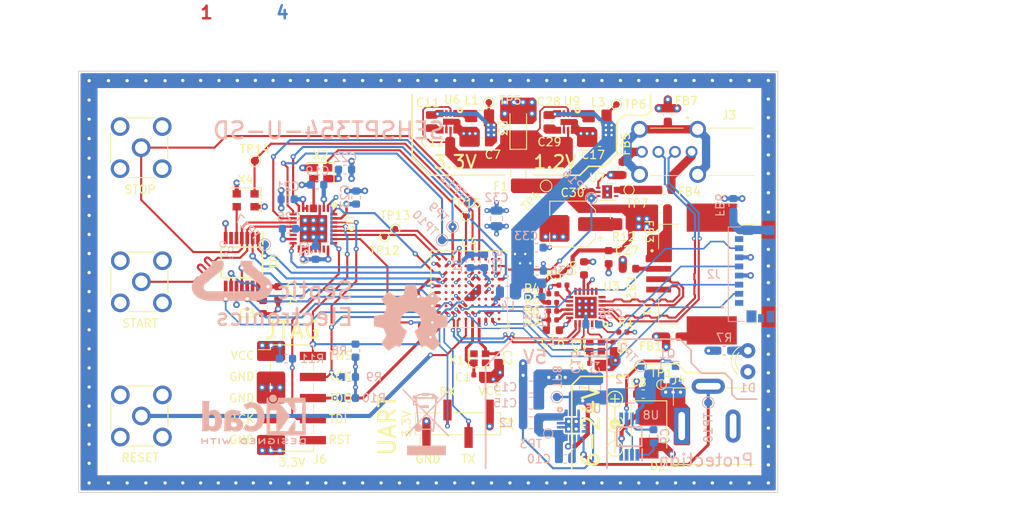
<source format=kicad_pcb>
(kicad_pcb (version 20171130) (host pcbnew "(5.1.6)-1")
  (layers (0 F.Cu signal) (1 In1.Cu power) (2 In2.Cu power) (31 B.Cu signal) (34 B.Paste user hide) (35 F.Paste user hide) (36 B.SilkS user) (37 F.SilkS user) (38 B.Mask user) (39 F.Mask user) (44 Edge.Cuts user))
  (net 0 "")
  (net 1 RST)
  (net 2 GND)
  (net 3 SCLK)
  (net 4 CSB)
  (net 5 DIN)
  (net 6 DOUT)
  (net 7 INTB)
  (net 8 TDC_TRIG)
  (net 9 TDC_EN)
  (net 10 USB_VBUS)
  (net 11 ~MCU_RST)
  (net 12 "Net-(Q1-Pad1)")
  (net 13 "Net-(L1-Pad2)")
  (net 14 BOD_DECT)
  (net 15 T_RESET)
  (net 16 TDI)
  (net 17 RTCK)
  (net 18 TDO)
  (net 19 TCK)
  (net 20 TMS)
  (net 21 JTAGENB)
  (net 22 PROGRAM)
  (net 23 EXT_VCC)
  (net 24 VSW)
  (net 25 EXT_PWR_IN)
  (net 26 TDC_OSC_EN)
  (net 27 CLK+)
  (net 28 CLK-)
  (net 29 "Net-(FB1-Pad1)")
  (net 30 "Net-(FB2-Pad1)")
  (net 31 "Net-(FB5-Pad1)")
  (net 32 USB_VBUS_EN)
  (net 33 "Net-(FB6-Pad1)")
  (net 34 ~OC_PROT_EN)
  (net 35 USB_PWR_OUT)
  (net 36 UART_RX)
  (net 37 UART_TX)
  (net 38 HFXTAL_P)
  (net 39 HFXTAL_N)
  (net 40 TDC_OSC)
  (net 41 US0_RX)
  (net 42 US0_TX)
  (net 43 "Net-(FB7-Pad1)")
  (net 44 US0_CLK)
  (net 45 US0_CS)
  (net 46 DN1_D+)
  (net 47 DN1_D-)
  (net 48 DN2_D+)
  (net 49 DN2_D-)
  (net 50 UP_D-)
  (net 51 UP_D+)
  (net 52 HUB_XTAL_P)
  (net 53 HUB_XTAL_N)
  (net 54 MAIN_OSC_EN)
  (net 55 FPGA_RST)
  (net 56 Z_FPGA)
  (net 57 SHIFTCLK)
  (net 58 SHIFTDATA)
  (net 59 START)
  (net 60 STOP)
  (net 61 CLK_BUF)
  (net 62 "Net-(C9-Pad1)")
  (net 63 "Net-(R2-Pad2)")
  (net 64 "Net-(U1-Pad6)")
  (net 65 "Net-(X1-Pad4)")
  (net 66 "Net-(X1-Pad2)")
  (net 67 EXT_PWR_EN)
  (net 68 "Net-(X3-Pad4)")
  (net 69 "Net-(X3-Pad2)")
  (net 70 EXT_PWR_PROT)
  (net 71 "Net-(FB4-Pad1)")
  (net 72 TDIO)
  (net 73 "Net-(U8-Pad5)")
  (net 74 "Net-(U8-Pad3)")
  (net 75 +1V2)
  (net 76 +3V3)
  (net 77 "Net-(L3-Pad2)")
  (net 78 "Net-(U6-Pad3)")
  (net 79 "Net-(C3-Pad1)")
  (net 80 "Net-(C6-Pad2)")
  (net 81 "Net-(C9-Pad2)")
  (net 82 "Net-(C10-Pad1)")
  (net 83 "Net-(D1-Pad2)")
  (net 84 "Net-(FB3-Pad2)")
  (net 85 "Net-(R1-Pad2)")
  (net 86 "Net-(R3-Pad1)")
  (net 87 "Net-(R4-Pad1)")
  (net 88 "Net-(R5-Pad1)")
  (net 89 "Net-(U2-Pad13)")
  (net 90 "Net-(U2-Pad14)")
  (net 91 "Net-(U2-Pad17)")
  (net 92 "Net-(U2-Pad20)")
  (net 93 "Net-(U2-Pad21)")
  (net 94 "Net-(U2-Pad23)")
  (net 95 "Net-(U3-Pad23)")
  (net 96 "Net-(U3-Pad15)")
  (net 97 "Net-(U3-Pad12)")
  (net 98 "Net-(U3-Pad11)")
  (net 99 "Net-(U3-Pad8)")
  (net 100 "Net-(U3-Pad7)")
  (net 101 "Net-(U3-Pad6)")
  (net 102 "Net-(U4-PadA1)")
  (net 103 "Net-(U4-PadE1)")
  (net 104 "Net-(U4-PadF1)")
  (net 105 "Net-(U4-PadK1)")
  (net 106 "Net-(U4-PadA2)")
  (net 107 "Net-(U4-PadE2)")
  (net 108 "Net-(U4-PadF2)")
  (net 109 "Net-(U4-PadG2)")
  (net 110 "Net-(U4-PadH2)")
  (net 111 "Net-(U4-PadJ2)")
  (net 112 "Net-(U4-PadK2)")
  (net 113 "Net-(U4-PadC3)")
  (net 114 "Net-(U4-PadD3)")
  (net 115 "Net-(U4-PadG3)")
  (net 116 "Net-(U4-PadH3)")
  (net 117 "Net-(U4-PadJ3)")
  (net 118 "Net-(U4-PadB4)")
  (net 119 "Net-(U4-PadC4)")
  (net 120 "Net-(U4-PadD4)")
  (net 121 "Net-(U4-PadJ4)")
  (net 122 "Net-(U4-PadC5)")
  (net 123 "Net-(U4-PadJ5)")
  (net 124 "Net-(U4-PadF6)")
  (net 125 "Net-(U4-PadG6)")
  (net 126 "Net-(U4-PadH6)")
  (net 127 "Net-(U4-PadJ6)")
  (net 128 "Net-(U4-PadF7)")
  (net 129 "Net-(U4-PadH7)")
  (net 130 "Net-(U4-PadJ7)")
  (net 131 "Net-(U4-PadD8)")
  (net 132 "Net-(U4-PadG8)")
  (net 133 "Net-(U4-PadH8)")
  (net 134 "Net-(U4-PadD9)")
  (net 135 "Net-(U4-PadE9)")
  (net 136 "Net-(U4-PadF9)")
  (net 137 "Net-(U4-PadD10)")
  (net 138 "Net-(U5-Pad8)")
  (net 139 "Net-(U5-Pad7)")
  (net 140 "Net-(U5-Pad6)")
  (net 141 "Net-(U7-Pad4)")
  (net 142 "Net-(U9-Pad3)")
  (net 143 USB_VBUS_F)
  (net 144 "Net-(U4-PadC9)")
  (net 145 "Net-(L4-Pad1)")
  (net 146 "Net-(C11-Pad2)")
  (net 147 "Net-(C28-Pad2)")
  (net 148 "Net-(C30-Pad1)")
  (net 149 "Net-(C31-Pad1)")
  (net 150 "Net-(U4-PadC10)")
  (net 151 "Net-(U4-PadE10)")
  (net 152 "Net-(U4-PadF10)")
  (net 153 "Net-(U4-PadG10)")
  (net 154 MCDA1)
  (net 155 MCDA0)
  (net 156 MCCK)
  (net 157 MCCDA)
  (net 158 MCDA3)
  (net 159 MCDA2)
  (net 160 "Net-(U4-PadB5)")
  (net 161 "Net-(U4-PadB6)")
  (net 162 "Net-(U4-PadC7)")
  (net 163 "Net-(U4-PadB8)")
  (net 164 "Net-(U4-PadC8)")
  (net 165 "Net-(U4-PadB9)")
  (net 166 "Net-(U4-PadH9)")
  (module TestPoint:TestPoint_Pad_D1.0mm (layer F.Cu) (at 155.3464 66.3448)
    (fp_text reference TP7 (at 0.9906 1.6256 unlocked) (layer F.SilkS))
    (fp_text value TestPoint_Alt)
    (pad 1 smd circle (at 0 0) (size 0.8 0.8) (layers F.Cu F.Mask) (net 35 USB_PWR_OUT))
  )
  (module TestPoint:TestPoint_Pad_D1.0mm (layer F.Cu) (at 153.8224 56.0324)
    (fp_text reference TP6 (at 2.286 0) (layer F.SilkS))
    (fp_text value TestPoint_Alt)
    (pad 1 smd circle (at 0 0) (size 0.8 0.8) (layers F.Cu F.Mask) (net 75 +1V2))
  )
  (module TestPoint:TestPoint_Pad_D1.0mm (layer F.Cu) (at 138.43 55.7784)
    (fp_text reference TP5 (at 2.5908 -0.254) (layer F.SilkS))
    (fp_text value TestPoint_Alt)
    (pad 1 smd circle (at 0 0) (size 0.8 0.8) (layers F.Cu F.Mask) (net 76 +3V3))
  )
  (module TestPoint:TestPoint_Pad_D1.0mm (layer F.Cu) (at 135.6614 69.4944)
    (fp_text reference TP15 (at 0 -1.5494) (layer F.SilkS))
    (fp_text value TestPoint_Alt)
    (pad 1 smd circle (at 0 0) (size 0.7 0.7) (layers F.Cu F.Mask) (net 54 MAIN_OSC_EN))
  )
  (module TestPoint:TestPoint_Pad_D1.0mm (layer F.Cu) (at 127.1524 71.0184)
    (fp_text reference TP13 (at 0 -1.6002) (layer F.SilkS))
    (fp_text value TestPoint_Alt)
    (pad 1 smd circle (at 0 0) (size 0.7 0.7) (layers F.Cu F.Mask) (net 28 CLK-))
  )
  (module TestPoint:TestPoint_Pad_D1.0mm (layer F.Cu) (at 125.857 72.009)
    (fp_text reference TP12 (at 0 1.651 180) (layer F.SilkS))
    (fp_text value TestPoint_Alt)
    (pad 1 smd circle (at 0 0) (size 0.7 0.7) (layers F.Cu F.Mask) (net 27 CLK+))
  )
  (module TestPoint:TestPoint_Pad_D1.0mm (layer F.Cu) (at 159.258 89.8144)
    (fp_text reference TP1 (at 0 -1.4224 unlocked) (layer F.SilkS))
    (fp_text value TestPoint_Alt)
    (pad 1 smd circle (at 0 0) (size 0.7 0.7) (layers F.Cu F.Mask) (net 25 EXT_PWR_IN))
  )
  (module TestPoint:TestPoint_Pad_D1.0mm (layer B.Cu) (at 145.5928 95.7072)
    (fp_text reference TP3 (at -2.0828 1.27) (layer B.SilkS) (effects (justify mirror)))
    (fp_text value TestPoint_Alt)
    (pad 1 smd circle (at 0 0) (size 0.7 0.7) (layers B.Cu B.Mask) (net 24 VSW))
  )
  (module "Selfmade Stuff:475710001" (layer B.Cu) (at 167.3098 76.5048 270)
    (fp_text reference J2 (at 0 1.7399 unlocked) (layer B.SilkS) (effects (justify mirror)))
    (fp_text value Micro_SD_Card hide)
    (pad 8 smd rect (at -4.237 -1.31 270) (size 0.7 1) (layers B.Cu B.Paste B.Mask) (net 154 MCDA1))
    (pad 7 smd rect (at -3.137 -1.31 270) (size 0.7 1) (layers B.Cu B.Paste B.Mask) (net 155 MCDA0))
    (pad 6 smd rect (at -2.037 -1.31 270) (size 0.7 1) (layers B.Cu B.Paste B.Mask) (net 2 GND))
    (pad 5 smd rect (at -0.937 -1.31 270) (size 0.7 1) (layers B.Cu B.Paste B.Mask) (net 156 MCCK))
    (pad 4 smd rect (at 0.163 -1.31 270) (size 0.7 1) (layers B.Cu B.Paste B.Mask) (net 76 +3V3))
    (pad 3 smd rect (at 1.263 -1.31 270) (size 0.7 1) (layers B.Cu B.Paste B.Mask) (net 157 MCCDA))
    (pad 2 smd rect (at 2.363 -1.31 270) (size 0.7 1) (layers B.Cu B.Paste B.Mask) (net 158 MCDA3))
    (pad 1 smd rect (at 3.463 -1.31 270) (size 0.7 1) (layers B.Cu B.Paste B.Mask) (net 159 MCDA2))
    (pad G5 smd rect (at 5.113 -5.1 180) (size 0.9 1.4) (layers B.Cu B.Paste B.Mask))
    (pad G4 smd rect (at 5.313 -3.95 180) (size 0.7 1) (layers B.Cu B.Paste B.Mask))
    (pad G3 smd rect (at 5.088 -2.8 180) (size 1.2 1.45) (layers B.Cu B.Paste B.Mask))
    (pad 9 smd rect (at -5.312 -4.95 270) (size 1.15 1.2) (layers B.Cu B.Paste B.Mask) (net 33 "Net-(FB6-Pad1)"))
    (pad 9 smd rect (at -5.312 -2.36 270) (size 1.15 1.2) (layers B.Cu B.Paste B.Mask) (net 33 "Net-(FB6-Pad1)"))
  )
  (module Resistor_SMD:R_0603_1608Metric (layer B.Cu) (at 113.9698 86.6902 180)
    (fp_text reference R11 (at -3.175 0) (layer B.SilkS) (effects (justify mirror)))
    (fp_text value 10k)
    (pad 2 smd roundrect (at 0.7875 0 180) (size 0.875 0.95) (layers B.Cu B.Paste B.Mask) (net 76 +3V3))
    (pad 1 smd roundrect (at -0.7875 0 180) (size 0.875 0.95) (layers B.Cu B.Paste B.Mask) (net 16 TDI))
  )
  (module Resistor_SMD:R_0603_1608Metric (layer B.Cu) (at 121.5644 91.44)
    (fp_text reference R10 (at 3.0226 0) (layer B.SilkS) (effects (justify mirror)))
    (fp_text value 10k)
    (pad 2 smd roundrect (at 0.7875 0) (size 0.875 0.95) (layers B.Cu B.Paste B.Mask) (net 76 +3V3))
    (pad 1 smd roundrect (at -0.7875 0) (size 0.875 0.95) (layers B.Cu B.Paste B.Mask) (net 18 TDO))
  )
  (module Resistor_SMD:R_0603_1608Metric (layer B.Cu) (at 121.5644 88.9)
    (fp_text reference R9 (at 3.0226 0) (layer B.SilkS) (effects (justify mirror)))
    (fp_text value 10k)
    (pad 2 smd roundrect (at 0.7875 0) (size 0.875 0.95) (layers B.Cu B.Paste B.Mask) (net 76 +3V3))
    (pad 1 smd roundrect (at -0.7875 0) (size 0.875 0.95) (layers B.Cu B.Paste B.Mask) (net 19 TCK))
  )
  (module Resistor_SMD:R_0603_1608Metric (layer B.Cu) (at 122.3518 85.725 270)
    (fp_text reference R8 (at 0 1.9558 180) (layer B.SilkS) (effects (justify mirror)))
    (fp_text value 10k)
    (pad 2 smd roundrect (at 0.7875 0 270) (size 0.875 0.95) (layers B.Cu B.Paste B.Mask) (net 76 +3V3))
    (pad 1 smd roundrect (at -0.7875 0 270) (size 0.875 0.95) (layers B.Cu B.Paste B.Mask) (net 20 TMS))
  )
  (module Inductor_SMD:L_0805_2012Metric (layer B.Cu) (at 140.716 78.6638)
    (fp_text reference L4 (at 0 1.65) (layer B.SilkS) (effects (justify mirror)))
    (fp_text value 4.7µH)
    (pad 2 smd roundrect (at 0.9375 0) (size 0.975 1.4) (layers B.Cu B.Paste B.Mask) (net 75 +1V2))
    (pad 1 smd roundrect (at -0.9375 0) (size 0.975 1.4) (layers B.Cu B.Paste B.Mask) (net 145 "Net-(L4-Pad1)"))
  )
  (module Capacitor_SMD:C_0603_1608Metric (layer B.Cu) (at 143.1798 78.4098 90)
    (fp_text reference C37 (at -3.1242 0 270) (layer B.SilkS) (effects (justify mirror)))
    (fp_text value 100n)
    (pad 2 smd roundrect (at 0.7875 0 90) (size 0.875 0.95) (layers B.Cu B.Paste B.Mask) (net 75 +1V2))
    (pad 1 smd roundrect (at -0.7875 0 90) (size 0.875 0.95) (layers B.Cu B.Paste B.Mask) (net 2 GND))
  )
  (module Capacitor_SMD:C_0603_1608Metric (layer B.Cu) (at 144.2212 76.0984 180)
    (fp_text reference C36 (at -3.0226 0) (layer B.SilkS) (effects (justify mirror)))
    (fp_text value 100n)
    (pad 2 smd roundrect (at 0.7875 0 180) (size 0.875 0.95) (layers B.Cu B.Paste B.Mask) (net 75 +1V2))
    (pad 1 smd roundrect (at -0.7875 0 180) (size 0.875 0.95) (layers B.Cu B.Paste B.Mask) (net 2 GND))
  )
  (module Capacitor_SMD:C_0603_1608Metric (layer B.Cu) (at 144.1958 73.3044)
    (fp_text reference C33 (at -1.27 -1.4224 180) (layer B.SilkS) (effects (justify mirror)))
    (fp_text value 4µ7)
    (pad 2 smd roundrect (at 0.7875 0) (size 0.875 0.95) (layers B.Cu B.Paste B.Mask) (net 2 GND))
    (pad 1 smd roundrect (at -0.7875 0) (size 0.875 0.95) (layers B.Cu B.Paste B.Mask) (net 75 +1V2))
  )
  (module Capacitor_SMD:C_0805_2012Metric (layer B.Cu) (at 139.3698 69.7738 90)
    (fp_text reference C32 (at 2.5146 0 180) (layer B.SilkS) (effects (justify mirror)))
    (fp_text value 22µ)
    (pad 2 smd roundrect (at 0.9375 0 90) (size 0.975 1.4) (layers B.Cu B.Paste B.Mask) (net 2 GND))
    (pad 1 smd roundrect (at -0.9375 0 90) (size 0.975 1.4) (layers B.Cu B.Paste B.Mask) (net 76 +3V3))
  )
  (module Capacitor_SMD:C_0603_1608Metric (layer B.Cu) (at 136.2202 74.93 90)
    (fp_text reference C31 (at 0 -1.5494 -90) (layer B.SilkS) (effects (justify mirror)))
    (fp_text value 4µ7)
    (pad 2 smd roundrect (at 0.7875 0 90) (size 0.875 0.95) (layers B.Cu B.Paste B.Mask) (net 2 GND))
    (pad 1 smd roundrect (at -0.7875 0 90) (size 0.875 0.95) (layers B.Cu B.Paste B.Mask) (net 149 "Net-(C31-Pad1)"))
  )
  (module Package_BGA:TFBGA-100_9.0x9.0mm_Layout10x10_P0.8mm (layer F.Cu) (at 136.0678 78.3082 180)
    (fp_text reference U4 (at 0 5.6388) (layer F.SilkS))
    (fp_text value ATSAM4SD32)
    (pad A1 smd circle (at -3.6 -3.6 180) (size 0.35 0.35) (layers F.Cu F.Paste F.Mask) (net 102 "Net-(U4-PadA1)"))
    (pad B1 smd circle (at -3.6 -2.8 180) (size 0.35 0.35) (layers F.Cu F.Paste F.Mask))
    (pad C1 smd circle (at -3.6 -2 180) (size 0.35 0.35) (layers F.Cu F.Paste F.Mask) (net 36 UART_RX))
    (pad D1 smd circle (at -3.6 -1.2 180) (size 0.35 0.35) (layers F.Cu F.Paste F.Mask) (net 37 UART_TX))
    (pad E1 smd circle (at -3.6 -0.4 180) (size 0.35 0.35) (layers F.Cu F.Paste F.Mask) (net 103 "Net-(U4-PadE1)"))
    (pad F1 smd circle (at -3.6 0.4 180) (size 0.35 0.35) (layers F.Cu F.Paste F.Mask) (net 104 "Net-(U4-PadF1)"))
    (pad G1 smd circle (at -3.6 1.2 180) (size 0.35 0.35) (layers F.Cu F.Paste F.Mask) (net 56 Z_FPGA))
    (pad H1 smd circle (at -3.6 2 180) (size 0.35 0.35) (layers F.Cu F.Paste F.Mask) (net 57 SHIFTCLK))
    (pad J1 smd circle (at -3.6 2.8 180) (size 0.35 0.35) (layers F.Cu F.Paste F.Mask) (net 34 ~OC_PROT_EN))
    (pad K1 smd circle (at -3.6 3.6 180) (size 0.35 0.35) (layers F.Cu F.Paste F.Mask) (net 105 "Net-(U4-PadK1)"))
    (pad A2 smd circle (at -2.8 -3.6 180) (size 0.35 0.35) (layers F.Cu F.Paste F.Mask) (net 106 "Net-(U4-PadA2)"))
    (pad B2 smd circle (at -2.8 -2.8 180) (size 0.35 0.35) (layers F.Cu F.Paste F.Mask) (net 2 GND))
    (pad C2 smd circle (at -2.8 -2 180) (size 0.35 0.35) (layers F.Cu F.Paste F.Mask) (net 145 "Net-(L4-Pad1)"))
    (pad D2 smd circle (at -2.8 -1.2 180) (size 0.35 0.35) (layers F.Cu F.Paste F.Mask) (net 32 USB_VBUS_EN))
    (pad E2 smd circle (at -2.8 -0.4 180) (size 0.35 0.35) (layers F.Cu F.Paste F.Mask) (net 107 "Net-(U4-PadE2)"))
    (pad F2 smd circle (at -2.8 0.4 180) (size 0.35 0.35) (layers F.Cu F.Paste F.Mask) (net 108 "Net-(U4-PadF2)"))
    (pad G2 smd circle (at -2.8 1.2 180) (size 0.35 0.35) (layers F.Cu F.Paste F.Mask) (net 109 "Net-(U4-PadG2)"))
    (pad H2 smd circle (at -2.8 2 180) (size 0.35 0.35) (layers F.Cu F.Paste F.Mask) (net 110 "Net-(U4-PadH2)"))
    (pad J2 smd circle (at -2.8 2.8 180) (size 0.35 0.35) (layers F.Cu F.Paste F.Mask) (net 111 "Net-(U4-PadJ2)"))
    (pad K2 smd circle (at -2.8 3.6 180) (size 0.35 0.35) (layers F.Cu F.Paste F.Mask) (net 112 "Net-(U4-PadK2)"))
    (pad A3 smd circle (at -2 -3.6 180) (size 0.35 0.35) (layers F.Cu F.Paste F.Mask) (net 76 +3V3))
    (pad B3 smd circle (at -2 -2.8 180) (size 0.35 0.35) (layers F.Cu F.Paste F.Mask) (net 2 GND))
    (pad C3 smd circle (at -2 -2 180) (size 0.35 0.35) (layers F.Cu F.Paste F.Mask) (net 113 "Net-(U4-PadC3)"))
    (pad D3 smd circle (at -2 -1.2 180) (size 0.35 0.35) (layers F.Cu F.Paste F.Mask) (net 114 "Net-(U4-PadD3)"))
    (pad E3 smd circle (at -2 -0.4 180) (size 0.35 0.35) (layers F.Cu F.Paste F.Mask) (net 76 +3V3))
    (pad F3 smd circle (at -2 0.4 180) (size 0.35 0.35) (layers F.Cu F.Paste F.Mask) (net 149 "Net-(C31-Pad1)"))
    (pad G3 smd circle (at -2 1.2 180) (size 0.35 0.35) (layers F.Cu F.Paste F.Mask) (net 115 "Net-(U4-PadG3)"))
    (pad H3 smd circle (at -2 2 180) (size 0.35 0.35) (layers F.Cu F.Paste F.Mask) (net 116 "Net-(U4-PadH3)"))
    (pad J3 smd circle (at -2 2.8 180) (size 0.35 0.35) (layers F.Cu F.Paste F.Mask) (net 117 "Net-(U4-PadJ3)"))
    (pad K3 smd circle (at -2 3.6 180) (size 0.35 0.35) (layers F.Cu F.Paste F.Mask) (net 14 BOD_DECT))
    (pad A4 smd circle (at -1.2 -3.6 180) (size 0.35 0.35) (layers F.Cu F.Paste F.Mask) (net 38 HFXTAL_P))
    (pad B4 smd circle (at -1.2 -2.8 180) (size 0.35 0.35) (layers F.Cu F.Paste F.Mask) (net 118 "Net-(U4-PadB4)"))
    (pad C4 smd circle (at -1.2 -2 180) (size 0.35 0.35) (layers F.Cu F.Paste F.Mask) (net 119 "Net-(U4-PadC4)"))
    (pad D4 smd circle (at -1.2 -1.2 180) (size 0.35 0.35) (layers F.Cu F.Paste F.Mask) (net 120 "Net-(U4-PadD4)"))
    (pad E4 smd circle (at -1.2 -0.4 180) (size 0.35 0.35) (layers F.Cu F.Paste F.Mask) (net 2 GND))
    (pad F4 smd circle (at -1.2 0.4 180) (size 0.35 0.35) (layers F.Cu F.Paste F.Mask) (net 2 GND))
    (pad G4 smd circle (at -1.2 1.2 180) (size 0.35 0.35) (layers F.Cu F.Paste F.Mask) (net 75 +1V2))
    (pad H4 smd circle (at -1.2 2 180) (size 0.35 0.35) (layers F.Cu F.Paste F.Mask) (net 3 SCLK))
    (pad J4 smd circle (at -1.2 2.8 180) (size 0.35 0.35) (layers F.Cu F.Paste F.Mask) (net 121 "Net-(U4-PadJ4)"))
    (pad K4 smd circle (at -1.2 3.6 180) (size 0.35 0.35) (layers F.Cu F.Paste F.Mask) (net 60 STOP))
    (pad A5 smd circle (at -0.4 -3.6 180) (size 0.35 0.35) (layers F.Cu F.Paste F.Mask) (net 39 HFXTAL_N))
    (pad B5 smd circle (at -0.4 -2.8 180) (size 0.35 0.35) (layers F.Cu F.Paste F.Mask) (net 160 "Net-(U4-PadB5)"))
    (pad C5 smd circle (at -0.4 -2 180) (size 0.35 0.35) (layers F.Cu F.Paste F.Mask) (net 122 "Net-(U4-PadC5)"))
    (pad D5 smd circle (at -0.4 -1.2 180) (size 0.35 0.35) (layers F.Cu F.Paste F.Mask) (net 2 GND))
    (pad E5 smd circle (at -0.4 -0.4 180) (size 0.35 0.35) (layers F.Cu F.Paste F.Mask) (net 2 GND))
    (pad F5 smd circle (at -0.4 0.4 180) (size 0.35 0.35) (layers F.Cu F.Paste F.Mask) (net 76 +3V3))
    (pad G5 smd circle (at -0.4 1.2 180) (size 0.35 0.35) (layers F.Cu F.Paste F.Mask) (net 75 +1V2))
    (pad H5 smd circle (at -0.4 2 180) (size 0.35 0.35) (layers F.Cu F.Paste F.Mask) (net 5 DIN))
    (pad J5 smd circle (at -0.4 2.8 180) (size 0.35 0.35) (layers F.Cu F.Paste F.Mask) (net 123 "Net-(U4-PadJ5)"))
    (pad K5 smd circle (at -0.4 3.6 180) (size 0.35 0.35) (layers F.Cu F.Paste F.Mask) (net 26 TDC_OSC_EN))
    (pad A6 smd circle (at 0.4 -3.6 180) (size 0.35 0.35) (layers F.Cu F.Paste F.Mask) (net 1 RST))
    (pad B6 smd circle (at 0.4 -2.8 180) (size 0.35 0.35) (layers F.Cu F.Paste F.Mask) (net 161 "Net-(U4-PadB6)"))
    (pad C6 smd circle (at 0.4 -2 180) (size 0.35 0.35) (layers F.Cu F.Paste F.Mask) (net 19 TCK))
    (pad D6 smd circle (at 0.4 -1.2 180) (size 0.35 0.35) (layers F.Cu F.Paste F.Mask) (net 2 GND))
    (pad E6 smd circle (at 0.4 -0.4 180) (size 0.35 0.35) (layers F.Cu F.Paste F.Mask) (net 11 ~MCU_RST))
    (pad F6 smd circle (at 0.4 0.4 180) (size 0.35 0.35) (layers F.Cu F.Paste F.Mask) (net 124 "Net-(U4-PadF6)"))
    (pad G6 smd circle (at 0.4 1.2 180) (size 0.35 0.35) (layers F.Cu F.Paste F.Mask) (net 125 "Net-(U4-PadG6)"))
    (pad H6 smd circle (at 0.4 2 180) (size 0.35 0.35) (layers F.Cu F.Paste F.Mask) (net 126 "Net-(U4-PadH6)"))
    (pad J6 smd circle (at 0.4 2.8 180) (size 0.35 0.35) (layers F.Cu F.Paste F.Mask) (net 127 "Net-(U4-PadJ6)"))
    (pad K6 smd circle (at 0.4 3.6 180) (size 0.35 0.35) (layers F.Cu F.Paste F.Mask) (net 54 MAIN_OSC_EN))
    (pad A7 smd circle (at 1.2 -3.6 180) (size 0.35 0.35) (layers F.Cu F.Paste F.Mask) (net 51 UP_D+))
    (pad B7 smd circle (at 1.2 -2.8 180) (size 0.35 0.35) (layers F.Cu F.Paste F.Mask) (net 4 CSB))
    (pad C7 smd circle (at 1.2 -2 180) (size 0.35 0.35) (layers F.Cu F.Paste F.Mask) (net 162 "Net-(U4-PadC7)"))
    (pad D7 smd circle (at 1.2 -1.2 180) (size 0.35 0.35) (layers F.Cu F.Paste F.Mask) (net 75 +1V2))
    (pad E7 smd circle (at 1.2 -0.4 180) (size 0.35 0.35) (layers F.Cu F.Paste F.Mask) (net 156 MCCK))
    (pad F7 smd circle (at 1.2 0.4 180) (size 0.35 0.35) (layers F.Cu F.Paste F.Mask) (net 128 "Net-(U4-PadF7)"))
    (pad G7 smd circle (at 1.2 1.2 180) (size 0.35 0.35) (layers F.Cu F.Paste F.Mask) (net 6 DOUT))
    (pad H7 smd circle (at 1.2 2 180) (size 0.35 0.35) (layers F.Cu F.Paste F.Mask) (net 129 "Net-(U4-PadH7)"))
    (pad J7 smd circle (at 1.2 2.8 180) (size 0.35 0.35) (layers F.Cu F.Paste F.Mask) (net 130 "Net-(U4-PadJ7)"))
    (pad K7 smd circle (at 1.2 3.6 180) (size 0.35 0.35) (layers F.Cu F.Paste F.Mask) (net 55 FPGA_RST))
    (pad A8 smd circle (at 2 -3.6 180) (size 0.35 0.35) (layers F.Cu F.Paste F.Mask) (net 50 UP_D-))
    (pad B8 smd circle (at 2 -2.8 180) (size 0.35 0.35) (layers F.Cu F.Paste F.Mask) (net 163 "Net-(U4-PadB8)"))
    (pad C8 smd circle (at 2 -2 180) (size 0.35 0.35) (layers F.Cu F.Paste F.Mask) (net 164 "Net-(U4-PadC8)"))
    (pad D8 smd circle (at 2 -1.2 180) (size 0.35 0.35) (layers F.Cu F.Paste F.Mask) (net 131 "Net-(U4-PadD8)"))
    (pad E8 smd circle (at 2 -0.4 180) (size 0.35 0.35) (layers F.Cu F.Paste F.Mask) (net 155 MCDA0))
    (pad F8 smd circle (at 2 0.4 180) (size 0.35 0.35) (layers F.Cu F.Paste F.Mask) (net 157 MCCDA))
    (pad G8 smd circle (at 2 1.2 180) (size 0.35 0.35) (layers F.Cu F.Paste F.Mask) (net 132 "Net-(U4-PadG8)"))
    (pad H8 smd circle (at 2 2 180) (size 0.35 0.35) (layers F.Cu F.Paste F.Mask) (net 133 "Net-(U4-PadH8)"))
    (pad J8 smd circle (at 2 2.8 180) (size 0.35 0.35) (layers F.Cu F.Paste F.Mask) (net 2 GND))
    (pad K8 smd circle (at 2 3.6 180) (size 0.35 0.35) (layers F.Cu F.Paste F.Mask) (net 58 SHIFTDATA))
    (pad A9 smd circle (at 2.8 -3.6 180) (size 0.35 0.35) (layers F.Cu F.Paste F.Mask) (net 20 TMS))
    (pad B9 smd circle (at 2.8 -2.8 180) (size 0.35 0.35) (layers F.Cu F.Paste F.Mask) (net 165 "Net-(U4-PadB9)"))
    (pad C9 smd circle (at 2.8 -2 180) (size 0.35 0.35) (layers F.Cu F.Paste F.Mask) (net 144 "Net-(U4-PadC9)"))
    (pad D9 smd circle (at 2.8 -1.2 180) (size 0.35 0.35) (layers F.Cu F.Paste F.Mask) (net 134 "Net-(U4-PadD9)"))
    (pad E9 smd circle (at 2.8 -0.4 180) (size 0.35 0.35) (layers F.Cu F.Paste F.Mask) (net 135 "Net-(U4-PadE9)"))
    (pad F9 smd circle (at 2.8 0.4 180) (size 0.35 0.35) (layers F.Cu F.Paste F.Mask) (net 136 "Net-(U4-PadF9)"))
    (pad G9 smd circle (at 2.8 1.2 180) (size 0.35 0.35) (layers F.Cu F.Paste F.Mask) (net 8 TDC_TRIG))
    (pad H9 smd circle (at 2.8 2 180) (size 0.35 0.35) (layers F.Cu F.Paste F.Mask) (net 166 "Net-(U4-PadH9)"))
    (pad J9 smd circle (at 2.8 2.8 180) (size 0.35 0.35) (layers F.Cu F.Paste F.Mask) (net 75 +1V2))
    (pad K9 smd circle (at 2.8 3.6 180) (size 0.35 0.35) (layers F.Cu F.Paste F.Mask) (net 28 CLK-))
    (pad A10 smd circle (at 3.6 -3.6 180) (size 0.35 0.35) (layers F.Cu F.Paste F.Mask) (net 21 JTAGENB))
    (pad B10 smd circle (at 3.6 -2.8 180) (size 0.35 0.35) (layers F.Cu F.Paste F.Mask) (net 18 TDO))
    (pad C10 smd circle (at 3.6 -2 180) (size 0.35 0.35) (layers F.Cu F.Paste F.Mask) (net 150 "Net-(U4-PadC10)"))
    (pad D10 smd circle (at 3.6 -1.2 180) (size 0.35 0.35) (layers F.Cu F.Paste F.Mask) (net 137 "Net-(U4-PadD10)"))
    (pad E10 smd circle (at 3.6 -0.4 180) (size 0.35 0.35) (layers F.Cu F.Paste F.Mask) (net 151 "Net-(U4-PadE10)"))
    (pad F10 smd circle (at 3.6 0.4 180) (size 0.35 0.35) (layers F.Cu F.Paste F.Mask) (net 152 "Net-(U4-PadF10)"))
    (pad G10 smd circle (at 3.6 1.2 180) (size 0.35 0.35) (layers F.Cu F.Paste F.Mask) (net 153 "Net-(U4-PadG10)"))
    (pad H10 smd circle (at 3.6 2 180) (size 0.35 0.35) (layers F.Cu F.Paste F.Mask) (net 72 TDIO))
    (pad J10 smd circle (at 3.6 2.8 180) (size 0.35 0.35) (layers F.Cu F.Paste F.Mask) (net 76 +3V3))
    (pad K10 smd circle (at 3.6 3.6 180) (size 0.35 0.35) (layers F.Cu F.Paste F.Mask) (net 27 CLK+))
  )
  (module SamacSys_Parts:SOP65P490X110-8N (layer B.Cu) (at 155.3718 96.0882 90)
    (fp_text reference U8 (at 2.5908 2.6162 unlocked) (layer B.SilkS) (effects (justify mirror)))
    (fp_text value LM74610QDGKTQ1 hide)
    (pad 8 smd rect (at 2.2 0.975) (size 0.45 1.4) (layers B.Cu B.Paste B.Mask) (net 70 EXT_PWR_PROT))
    (pad 7 smd rect (at 2.2 0.325) (size 0.45 1.4) (layers B.Cu B.Paste B.Mask) (net 81 "Net-(C9-Pad2)"))
    (pad 6 smd rect (at 2.2 -0.325) (size 0.45 1.4) (layers B.Cu B.Paste B.Mask) (net 12 "Net-(Q1-Pad1)"))
    (pad 5 smd rect (at 2.2 -0.975) (size 0.45 1.4) (layers B.Cu B.Paste B.Mask) (net 73 "Net-(U8-Pad5)"))
    (pad 4 smd rect (at -2.2 -0.975) (size 0.45 1.4) (layers B.Cu B.Paste B.Mask) (net 25 EXT_PWR_IN))
    (pad 3 smd rect (at -2.2 -0.325) (size 0.45 1.4) (layers B.Cu B.Paste B.Mask) (net 74 "Net-(U8-Pad3)"))
    (pad 2 smd rect (at -2.2 0.325) (size 0.45 1.4) (layers B.Cu B.Paste B.Mask) (net 12 "Net-(Q1-Pad1)"))
    (pad 1 smd rect (at -2.2 0.975) (size 0.45 1.4) (layers B.Cu B.Paste B.Mask) (net 62 "Net-(C9-Pad1)"))
  )
  (module Package_TO_SOT_SMD:SOT-23 (layer B.Cu) (at 159.9438 88.5952 180)
    (fp_text reference Q1 (at 0 2.5) (layer B.SilkS) (effects (justify mirror)))
    (fp_text value Q_NMOS_GSD)
    (pad 3 smd rect (at 1 0 180) (size 0.9 0.8) (layers B.Cu B.Paste B.Mask) (net 70 EXT_PWR_PROT))
    (pad 2 smd rect (at -1 -0.95 180) (size 0.9 0.8) (layers B.Cu B.Paste B.Mask) (net 25 EXT_PWR_IN))
    (pad 1 smd rect (at -1 0.95 180) (size 0.9 0.8) (layers B.Cu B.Paste B.Mask) (net 12 "Net-(Q1-Pad1)"))
  )
  (module Diode_SMD:D_SMB (layer F.Cu) (at 157.7467 95.3262 270)
    (fp_text reference D2 (at 4.318 -1.0922 180) (layer F.SilkS))
    (fp_text value D_TVS)
    (pad 2 smd rect (at 2.15 0 270) (size 2.5 2.3) (layers F.Cu F.Paste F.Mask) (net 2 GND))
    (pad 1 smd rect (at -2.15 0 270) (size 2.5 2.3) (layers F.Cu F.Paste F.Mask) (net 25 EXT_PWR_IN))
  )
  (module Capacitor_SMD:C_0603_1608Metric (layer B.Cu) (at 144.8054 78.4098 270)
    (fp_text reference C34 (at 3.1242 0 90) (layer B.SilkS) (effects (justify mirror)))
    (fp_text value 4µ7)
    (pad 2 smd roundrect (at 0.7875 0 270) (size 0.875 0.95) (layers B.Cu B.Paste B.Mask) (net 2 GND))
    (pad 1 smd roundrect (at -0.7875 0 270) (size 0.875 0.95) (layers B.Cu B.Paste B.Mask) (net 75 +1V2))
  )
  (module Capacitor_SMD:C_0603_1608Metric (layer B.Cu) (at 158.2928 96.0374 90)
    (fp_text reference C9 (at 0 1.397 90) (layer B.SilkS) (effects (justify mirror)))
    (fp_text value 4µ7)
    (pad 2 smd roundrect (at 0.7875 0 90) (size 0.875 0.95) (layers B.Cu B.Paste B.Mask) (net 81 "Net-(C9-Pad2)"))
    (pad 1 smd roundrect (at -0.7875 0 90) (size 0.875 0.95) (layers B.Cu B.Paste B.Mask) (net 62 "Net-(C9-Pad1)"))
  )
  (module Capacitor_SMD:C_0603_1608Metric (layer F.Cu) (at 157.0482 90.9574)
    (fp_text reference C8 (at -0.5588 -1.4224 180) (layer F.SilkS))
    (fp_text value 100n)
    (pad 2 smd roundrect (at 0.7875 0) (size 0.875 0.95) (layers F.Cu F.Paste F.Mask) (net 25 EXT_PWR_IN))
    (pad 1 smd roundrect (at -0.7875 0) (size 0.875 0.95) (layers F.Cu F.Paste F.Mask) (net 2 GND))
  )
  (module Capacitor_SMD:C_0603_1608Metric (layer F.Cu) (at 111.2012 80.4672 270)
    (fp_text reference C3 (at 0.7874 1.905 180) (layer F.SilkS))
    (fp_text value 100n)
    (pad 2 smd roundrect (at 0.7875 0 270) (size 0.875 0.95) (layers F.Cu F.Paste F.Mask) (net 2 GND))
    (pad 1 smd roundrect (at -0.7875 0 270) (size 0.875 0.95) (layers F.Cu F.Paste F.Mask) (net 79 "Net-(C3-Pad1)"))
  )
  (module Diode_SMD:D_MiniMELF (layer F.Cu) (at 141.986 58.8925 90)
    (fp_text reference D3 (at 0.0153 -1.905 -90 unlocked) (layer F.SilkS))
    (fp_text value D_Zener_Small)
    (pad 2 smd rect (at 1.75 0 90) (size 1.3 1.7) (layers F.Cu F.Paste F.Mask) (net 2 GND))
    (pad 1 smd rect (at -1.75 0 90) (size 1.3 1.7) (layers F.Cu F.Paste F.Mask) (net 143 USB_VBUS_F))
  )
  (module SamacSys_Parts:SON50P200X200X90-9N (layer F.Cu) (at 147.7391 58.1406 270)
    (fp_text reference U9 (at -2.5146 -0.7239 unlocked) (layer F.SilkS))
    (fp_text value MIC23050-SYML-TR hide)
    (pad 9 smd rect (at 0 0 270) (size 0.7 1.3) (layers F.Cu F.Paste F.Mask) (net 2 GND))
    (pad 8 smd rect (at 1 -0.75) (size 0.3 0.8) (layers F.Cu F.Paste F.Mask) (net 2 GND))
    (pad 7 smd rect (at 1 -0.25) (size 0.3 0.8) (layers F.Cu F.Paste F.Mask) (net 143 USB_VBUS_F))
    (pad 6 smd rect (at 1 0.25) (size 0.3 0.8) (layers F.Cu F.Paste F.Mask) (net 2 GND))
    (pad 5 smd rect (at 1 0.75) (size 0.3 0.8) (layers F.Cu F.Paste F.Mask) (net 147 "Net-(C28-Pad2)"))
    (pad 4 smd rect (at -1 0.75) (size 0.3 0.8) (layers F.Cu F.Paste F.Mask) (net 75 +1V2))
    (pad 3 smd rect (at -1 0.25) (size 0.3 0.8) (layers F.Cu F.Paste F.Mask) (net 142 "Net-(U9-Pad3)"))
    (pad 2 smd rect (at -1 -0.25) (size 0.3 0.8) (layers F.Cu F.Paste F.Mask) (net 143 USB_VBUS_F))
    (pad 1 smd rect (at -1 -0.75) (size 0.3 0.8) (layers F.Cu F.Paste F.Mask) (net 77 "Net-(L3-Pad2)"))
  )
  (module Package_DFN_QFN:DFN-6-1EP_2x1.8mm_P0.5mm_EP1.2x1.6mm (layer F.Cu) (at 152.7048 66.5734)
    (fp_text reference U7 (at -1.1938 -1.7018) (layer F.SilkS))
    (fp_text value AP21410)
    (pad 7 smd rect (at 0 0) (size 1.2 1.6) (layers F.Cu F.Mask) (net 2 GND))
    (pad 6 smd roundrect (at 1.075 -0.5) (size 0.55 0.2) (layers F.Cu F.Paste F.Mask) (net 35 USB_PWR_OUT))
    (pad 5 smd roundrect (at 1.075 0) (size 0.55 0.2) (layers F.Cu F.Paste F.Mask) (net 35 USB_PWR_OUT))
    (pad 4 smd roundrect (at 1.075 0.5) (size 0.55 0.2) (layers F.Cu F.Paste F.Mask) (net 141 "Net-(U7-Pad4)"))
    (pad 3 smd roundrect (at -1.075 0.5) (size 0.55 0.2) (layers F.Cu F.Paste F.Mask) (net 34 ~OC_PROT_EN))
    (pad 2 smd roundrect (at -1.075 0) (size 0.55 0.2) (layers F.Cu F.Paste F.Mask) (net 10 USB_VBUS))
    (pad 1 smd roundrect (at -1.075 -0.5) (size 0.55 0.2) (layers F.Cu F.Paste F.Mask) (net 2 GND))
  )
  (module Inductor_SMD:L_0805_2012Metric (layer F.Cu) (at 151.623 57.4294 180)
    (fp_text reference L3 (at 0 1.6764) (layer F.SilkS))
    (fp_text value 1µH)
    (pad 2 smd roundrect (at 0.9375 0 180) (size 0.975 1.4) (layers F.Cu F.Paste F.Mask) (net 77 "Net-(L3-Pad2)"))
    (pad 1 smd roundrect (at -0.9375 0 180) (size 0.975 1.4) (layers F.Cu F.Paste F.Mask) (net 75 +1V2))
  )
  (module Capacitor_SMD:CP_Elec_5x5.4 (layer F.Cu) (at 148.5392 70.4596 180)
    (fp_text reference C30 (at 0 3.7846) (layer F.SilkS))
    (fp_text value 100µ)
    (pad 2 smd roundrect (at 2.2 0 180) (size 3 1.6) (layers F.Cu F.Paste F.Mask) (roundrect_rratio 0.15625) (net 2 GND))
    (pad 1 smd roundrect (at -2.2 0 180) (size 3 1.6) (layers F.Cu F.Paste F.Mask) (roundrect_rratio 0.15625) (net 148 "Net-(C30-Pad1)"))
  )
  (module Capacitor_SMD:C_0603_1608Metric (layer F.Cu) (at 148.7806 60.579)
    (fp_text reference C29 (at -3.0354 -0.0254) (layer F.SilkS))
    (fp_text value 4µ7)
    (pad 2 smd roundrect (at 0.7875 0) (size 0.875 0.95) (layers F.Cu F.Paste F.Mask) (net 2 GND))
    (pad 1 smd roundrect (at -0.7875 0) (size 0.875 0.95) (layers F.Cu F.Paste F.Mask) (net 143 USB_VBUS_F))
  )
  (module Capacitor_SMD:C_0603_1608Metric (layer F.Cu) (at 146.1516 83.2612)
    (fp_text reference C18 (at 0 1.4224) (layer F.SilkS))
    (fp_text value 100n)
    (pad 2 smd roundrect (at 0.7875 0) (size 0.875 0.95) (layers F.Cu F.Paste F.Mask) (net 76 +3V3))
    (pad 1 smd roundrect (at -0.7875 0) (size 0.875 0.95) (layers F.Cu F.Paste F.Mask) (net 2 GND))
  )
  (module Fuse:Fuse_1206_3216Metric_Castellated (layer B.Cu) (at 155.5496 91.1352)
    (fp_text reference F2 (at -0.9906 -1.9812) (layer B.SilkS) (effects (justify mirror)))
    (fp_text value Polyfuse_Small)
    (pad 2 smd roundrect (at 1.425 0) (size 1.6 1.65) (layers B.Cu B.Paste B.Mask) (roundrect_rratio 0.15625) (net 70 EXT_PWR_PROT))
    (pad 1 smd roundrect (at -1.425 0) (size 1.6 1.65) (layers B.Cu B.Paste B.Mask) (roundrect_rratio 0.15625) (net 23 EXT_VCC))
  )
  (module Fuse:Fuse_1206_3216Metric_Castellated (layer F.Cu) (at 141.986 64.3636 90)
    (fp_text reference F1 (at -1.524 -2.1082 unlocked) (layer F.SilkS))
    (fp_text value Polyfuse_Small)
    (pad 2 smd roundrect (at 1.425 0 90) (size 1.6 1.65) (layers F.Cu F.Paste F.Mask) (roundrect_rratio 0.15625) (net 143 USB_VBUS_F))
    (pad 1 smd roundrect (at -1.425 0 90) (size 1.6 1.65) (layers F.Cu F.Paste F.Mask) (roundrect_rratio 0.15625) (net 10 USB_VBUS))
  )
  (module Symbol:KiCad-Logo2_5mm_SilkScreen (layer B.Cu) (at 110.0709 94.0054 180)
    (fp_text reference REF** hide)
    (fp_text value KiCad-Logo2_5mm_SilkScreen hide)
  )
  (module SamacSys_Parts:QFN50P400X400X100-25N-D (layer F.Cu) (at 150.1394 80.518 180)
    (fp_text reference U3 (at -3.0988 2.5654 180) (layer F.SilkS))
    (fp_text value USB2422_MJ hide)
    (pad 25 smd rect (at 0 0 180) (size 2.6 2.6) (layers F.Cu F.Paste F.Mask) (net 2 GND))
    (pad 24 smd rect (at -1.25 -1.95 180) (size 0.3 0.85) (layers F.Cu F.Paste F.Mask) (net 85 "Net-(R1-Pad2)"))
    (pad 23 smd rect (at -0.75 -1.95 180) (size 0.3 0.85) (layers F.Cu F.Paste F.Mask) (net 95 "Net-(U3-Pad23)"))
    (pad 22 smd rect (at -0.25 -1.95 180) (size 0.3 0.85) (layers F.Cu F.Paste F.Mask) (net 53 HUB_XTAL_N))
    (pad 21 smd rect (at 0.25 -1.95 180) (size 0.3 0.85) (layers F.Cu F.Paste F.Mask) (net 52 HUB_XTAL_P))
    (pad 20 smd rect (at 0.75 -1.95 180) (size 0.3 0.85) (layers F.Cu F.Paste F.Mask) (net 51 UP_D+))
    (pad 19 smd rect (at 1.25 -1.95 180) (size 0.3 0.85) (layers F.Cu F.Paste F.Mask) (net 50 UP_D-))
    (pad 18 smd rect (at 1.95 -1.25 270) (size 0.3 0.85) (layers F.Cu F.Paste F.Mask) (net 76 +3V3))
    (pad 17 smd rect (at 1.95 -0.75 270) (size 0.3 0.85) (layers F.Cu F.Paste F.Mask) (net 63 "Net-(R2-Pad2)"))
    (pad 16 smd rect (at 1.95 -0.25 270) (size 0.3 0.85) (layers F.Cu F.Paste F.Mask) (net 88 "Net-(R5-Pad1)"))
    (pad 15 smd rect (at 1.95 0.25 270) (size 0.3 0.85) (layers F.Cu F.Paste F.Mask) (net 96 "Net-(U3-Pad15)"))
    (pad 14 smd rect (at 1.95 0.75 270) (size 0.3 0.85) (layers F.Cu F.Paste F.Mask) (net 87 "Net-(R4-Pad1)"))
    (pad 13 smd rect (at 1.95 1.25 270) (size 0.3 0.85) (layers F.Cu F.Paste F.Mask) (net 86 "Net-(R3-Pad1)"))
    (pad 12 smd rect (at 1.25 1.95 180) (size 0.3 0.85) (layers F.Cu F.Paste F.Mask) (net 97 "Net-(U3-Pad12)"))
    (pad 11 smd rect (at 0.75 1.95 180) (size 0.3 0.85) (layers F.Cu F.Paste F.Mask) (net 98 "Net-(U3-Pad11)"))
    (pad 10 smd rect (at 0.25 1.95 180) (size 0.3 0.85) (layers F.Cu F.Paste F.Mask) (net 80 "Net-(C6-Pad2)"))
    (pad 9 smd rect (at -0.25 1.95 180) (size 0.3 0.85) (layers F.Cu F.Paste F.Mask) (net 76 +3V3))
    (pad 8 smd rect (at -0.75 1.95 180) (size 0.3 0.85) (layers F.Cu F.Paste F.Mask) (net 99 "Net-(U3-Pad8)"))
    (pad 7 smd rect (at -1.25 1.95 180) (size 0.3 0.85) (layers F.Cu F.Paste F.Mask) (net 100 "Net-(U3-Pad7)"))
    (pad 6 smd rect (at -1.95 1.25 270) (size 0.3 0.85) (layers F.Cu F.Paste F.Mask) (net 101 "Net-(U3-Pad6)"))
    (pad 5 smd rect (at -1.95 0.75 270) (size 0.3 0.85) (layers F.Cu F.Paste F.Mask) (net 46 DN1_D+))
    (pad 4 smd rect (at -1.95 0.25 270) (size 0.3 0.85) (layers F.Cu F.Paste F.Mask) (net 47 DN1_D-))
    (pad 3 smd rect (at -1.95 -0.25 270) (size 0.3 0.85) (layers F.Cu F.Paste F.Mask) (net 48 DN2_D+))
    (pad 2 smd rect (at -1.95 -0.75 270) (size 0.3 0.85) (layers F.Cu F.Paste F.Mask) (net 49 DN2_D-))
    (pad 1 smd rect (at -1.95 -1.25 270) (size 0.3 0.85) (layers F.Cu F.Paste F.Mask) (net 76 +3V3))
  )
  (module TestPoint:TestPoint_Pad_D1.0mm (layer B.Cu) (at 164.8968 91.9988)
    (fp_text reference TP18 (at 0 3.0226 90) (layer B.SilkS) (effects (justify mirror)))
    (fp_text value TestPoint_Alt)
    (pad 1 smd circle (at 0 0) (size 1 1) (layers B.Cu B.Mask) (net 67 EXT_PWR_EN))
  )
  (module TestPoint:TestPoint_Pad_D1.0mm (layer B.Cu) (at 111.4171 72.9234)
    (fp_text reference TP17 (at -2.1209 -2.1082 -45) (layer B.SilkS) (effects (justify mirror)))
    (fp_text value TestPoint_Alt)
    (pad 1 smd circle (at 0 0) (size 1 1) (layers B.Cu B.Mask) (net 9 TDC_EN))
  )
  (module TestPoint:TestPoint_Pad_D1.0mm (layer B.Cu) (at 150.7998 67.3354)
    (fp_text reference TP16 (at -1.9558 -1.9812 -45) (layer B.SilkS) (effects (justify mirror)))
    (fp_text value TestPoint_Alt)
    (pad 1 smd circle (at 0 0) (size 1 1) (layers B.Cu B.Mask) (net 34 ~OC_PROT_EN))
  )
  (module TestPoint:TestPoint_Pad_D1.0mm (layer F.Cu) (at 110.2233 62.8396)
    (fp_text reference TP14 (at 0 -1.448) (layer F.SilkS))
    (fp_text value TestPoint_Alt)
    (pad 1 smd circle (at 0 0) (size 1 1) (layers F.Cu F.Mask) (net 26 TDC_OSC_EN))
  )
  (module TestPoint:TestPoint_Pad_D1.0mm (layer B.Cu) (at 136.0678 67.7926)
    (fp_text reference TP11 (at -1.9304 -1.9304 -45) (layer B.SilkS) (effects (justify mirror)))
    (fp_text value TestPoint_Alt)
    (pad 1 smd circle (at 0 0) (size 1 1) (layers B.Cu B.Mask) (net 56 Z_FPGA))
  )
  (module TestPoint:TestPoint_Pad_D1.0mm (layer B.Cu) (at 132.7912 72.39)
    (fp_text reference TP10 (at -2.0574 -2.0574 -45 unlocked) (layer B.SilkS) (effects (justify mirror)))
    (fp_text value TestPoint_Alt)
    (pad 1 smd circle (at 0 0) (size 1 1) (layers B.Cu B.Mask) (net 57 SHIFTCLK))
  )
  (module TestPoint:TestPoint_Pad_D1.0mm (layer B.Cu) (at 134.0612 70.7898 270)
    (fp_text reference TP9 (at -1.7526 1.7272 315 unlocked) (layer B.SilkS) (effects (justify mirror)))
    (fp_text value TestPoint_Alt)
    (pad 1 smd circle (at 0 0 270) (size 1 1) (layers B.Cu B.Mask) (net 58 SHIFTDATA))
  )
  (module TestPoint:TestPoint_Pad_D1.0mm (layer B.Cu) (at 146.6342 91.313 270)
    (fp_text reference TP8 (at -2.4638 0 270 unlocked) (layer B.SilkS) (effects (justify mirror)))
    (fp_text value TestPoint_Alt)
    (pad 1 smd circle (at 0 0 270) (size 1 1) (layers B.Cu B.Mask) (net 23 EXT_VCC))
  )
  (module TestPoint:TestPoint_Pad_D1.0mm (layer F.Cu) (at 145.3388 65.8622)
    (fp_text reference TP4 (at -1.778 1.8034 45) (layer F.SilkS))
    (fp_text value TestPoint_Alt)
    (pad 1 smd circle (at 0 0) (size 1 1) (layers F.Cu F.Mask) (net 10 USB_VBUS))
  )
  (module TestPoint:TestPoint_Pad_D1.0mm (layer B.Cu) (at 156.7434 87.5792)
    (fp_text reference TP2 (at -1.6256 -1.6256 -45) (layer B.SilkS) (effects (justify mirror)))
    (fp_text value TestPoint_Alt)
    (pad 1 smd circle (at 0 0) (size 1 1) (layers B.Cu B.Mask) (net 70 EXT_PWR_PROT))
  )
  (module Connector_BarrelJack:BarrelJack_Wuerth_6941xx301002 (layer F.Cu) (at 161.6964 94.8182 90)
    (fp_text reference J4 (at 5.5372 -0.4064 unlocked) (layer F.SilkS))
    (fp_text value Barrel_Jack_Switch)
    (pad 1 thru_hole rect (at 0 0 90) (size 4.4 1.8) (drill oval 3.4 0.8) (layers *.Cu *.Mask) (net 25 EXT_PWR_IN))
    (pad 2 thru_hole oval (at 0 6.1976 90) (size 4 1.8) (drill oval 3 0.8) (layers *.Cu *.Mask) (net 2 GND))
    (pad 3 thru_hole oval (at 4.8 3.2004 180) (size 4 1.8) (drill oval 3 0.8) (layers *.Cu *.Mask) (net 67 EXT_PWR_EN))
  )
  (module Symbol:OSHW-Symbol_8.9x8mm_SilkScreen (layer B.Cu) (at 129.032 81.7626 180)
    (fp_text reference REF** hide)
    (fp_text value OSHW-Symbol_8.9x8mm_SilkScreen hide)
  )
  (module Crystal:Crystal_SMD_2016-4Pin_2.0x1.6mm (layer F.Cu) (at 151.3078 85.2424)
    (fp_text reference X3 (at -2.2352 0 90) (layer F.SilkS))
    (fp_text value Crystal_24MHz)
    (pad 4 smd rect (at -0.7 -0.55) (size 0.9 0.8) (layers F.Cu F.Paste F.Mask) (net 68 "Net-(X3-Pad4)"))
    (pad 3 smd rect (at 0.7 -0.55) (size 0.9 0.8) (layers F.Cu F.Paste F.Mask) (net 53 HUB_XTAL_N))
    (pad 2 smd rect (at 0.7 0.55) (size 0.9 0.8) (layers F.Cu F.Paste F.Mask) (net 69 "Net-(X3-Pad2)"))
    (pad 1 smd rect (at -0.7 0.55) (size 0.9 0.8) (layers F.Cu F.Paste F.Mask) (net 52 HUB_XTAL_P))
  )
  (module Capacitor_SMD:C_0603_1608Metric (layer B.Cu) (at 137.8839 74.9299 270)
    (fp_text reference C35 (at 0.0001 -1.4859 270 unlocked) (layer B.SilkS) (effects (justify mirror)))
    (fp_text value 100n)
    (pad 2 smd roundrect (at 0.7875 0 270) (size 0.875 0.95) (layers B.Cu B.Paste B.Mask) (net 149 "Net-(C31-Pad1)"))
    (pad 1 smd roundrect (at -0.7875 0 270) (size 0.875 0.95) (layers B.Cu B.Paste B.Mask) (net 2 GND))
  )
  (module Capacitor_SMD:C_0603_1608Metric (layer B.Cu) (at 114.3254 71.0184 180)
    (fp_text reference C25 (at 0 1.43 180) (layer B.SilkS) (effects (justify mirror)))
    (fp_text value 100n)
    (pad 2 smd roundrect (at 0.7875 0 180) (size 0.875 0.95) (layers B.Cu B.Paste B.Mask) (net 76 +3V3))
    (pad 1 smd roundrect (at -0.7875 0 180) (size 0.875 0.95) (layers B.Cu B.Paste B.Mask) (net 2 GND))
  )
  (module Capacitor_SMD:C_0603_1608Metric (layer B.Cu) (at 122.428 67.2592 270)
    (fp_text reference C23 (at -0.127 1.3462 270) (layer B.SilkS) (effects (justify mirror)))
    (fp_text value 100n)
    (pad 2 smd roundrect (at 0.7875 0 270) (size 0.875 0.95) (layers B.Cu B.Paste B.Mask) (net 76 +3V3))
    (pad 1 smd roundrect (at -0.7875 0 270) (size 0.875 0.95) (layers B.Cu B.Paste B.Mask) (net 2 GND))
  )
  (module Capacitor_SMD:C_0805_2012Metric (layer B.Cu) (at 151.2062 90.1954 90)
    (fp_text reference C14 (at 3.048 0 270 unlocked) (layer B.SilkS) (effects (justify mirror)))
    (fp_text value 22µ)
    (pad 2 smd roundrect (at 0.9375 0 90) (size 0.975 1.4) (layers B.Cu B.Paste B.Mask) (net 2 GND))
    (pad 1 smd roundrect (at -0.9375 0 90) (size 0.975 1.4) (layers B.Cu B.Paste B.Mask) (net 23 EXT_VCC))
  )
  (module "Selfmade Stuff:logo_min_small1" (layer B.Cu) (at 107.4674 76.1111 180)
    (fp_text reference REF** hide)
    (fp_text value LOGO hide)
  )
  (module Symbol:WEEE-Logo_5.6x8mm_SilkScreen (layer B.Cu) (at 130.8989 94.3229 180)
    (fp_text reference REF** hide)
    (fp_text value WEEE-Logo_5.6x8mm_SilkScreen hide)
  )
  (module Symbol:Symbol_Barrel_Polarity (layer F.Cu) (at 153.5684 94.5388 90)
    (fp_text reference REF** hide)
    (fp_text value Symbol_Barrel_Polarity)
  )
  (module LED_THT:LED_D3.0mm (layer F.Cu) (at 169.672 88.265 90)
    (fp_text reference D1 (at -1.9558 0 unlocked) (layer B.SilkS) (effects (justify mirror)))
    (fp_text value LED)
    (pad 2 thru_hole circle (at 2.54 0 90) (size 1.8 1.8) (drill 0.9) (layers *.Cu *.Mask) (net 83 "Net-(D1-Pad2)"))
    (pad 1 thru_hole circle (at 0 0 90) (size 1.8 1.8) (drill 0.9) (layers *.Cu *.Mask) (net 2 GND))
  )
  (module SamacSys_Parts:KUSBEXSMTBS1NBTR (layer F.Cu) (at 166.1668 76.4794 90)
    (fp_text reference J1 (at -4.2926 -8.5852 270 unlocked) (layer F.SilkS))
    (fp_text value USB_B hide)
    (pad 5 smd rect (at -6.8 -0.85 90) (size 3.4 6.04) (layers F.Cu F.Paste F.Mask) (net 29 "Net-(FB1-Pad1)"))
    (pad 6 smd rect (at 6.8 -0.85 90) (size 3.4 6.04) (layers F.Cu F.Paste F.Mask))
    (pad "" np_thru_hole circle (at -2.75 -0.25 180) (size 1.4 1.4) (drill 1.4) (layers *.Cu *.Mask))
    (pad "" np_thru_hole circle (at 2.75 -0.25 180) (size 1.4 1.4) (drill 1.4) (layers *.Cu *.Mask))
    (pad 4 smd rect (at 0.625 -7.25 90) (size 0.7 3) (layers F.Cu F.Paste F.Mask) (net 30 "Net-(FB2-Pad1)"))
    (pad 3 smd rect (at -1.875 -7.25 90) (size 0.7 3) (layers F.Cu F.Paste F.Mask) (net 46 DN1_D+))
    (pad 2 smd rect (at -0.625 -7.25 90) (size 0.7 3) (layers F.Cu F.Paste F.Mask) (net 47 DN1_D-))
    (pad 1 smd rect (at 1.875 -7.25 90) (size 0.7 3) (layers F.Cu F.Paste F.Mask) (net 84 "Net-(FB3-Pad2)"))
  )
  (module "Selfmade Stuff:117347751" (layer F.Cu) (at 162.8902 61.7474 90)
    (fp_text reference J3 (at 4.4196 4.5212 unlocked) (layer F.SilkS))
    (fp_text value 1-1734775-1 hide)
    (pad MH4 thru_hole circle (at 2.72 0.73 180) (size 2.025 2.025) (drill 1.35) (layers *.Cu *.Mask) (net 43 "Net-(FB7-Pad1)"))
    (pad MH3 thru_hole circle (at 2.72 -6.27 180) (size 2.025 2.025) (drill 1.35) (layers *.Cu *.Mask) (net 43 "Net-(FB7-Pad1)"))
    (pad MH2 thru_hole circle (at -2.72 0.73 180) (size 2.025 2.025) (drill 1.35) (layers *.Cu *.Mask) (net 43 "Net-(FB7-Pad1)"))
    (pad MH1 thru_hole circle (at -2.72 -6.27 180) (size 2.025 2.025) (drill 1.35) (layers *.Cu *.Mask) (net 43 "Net-(FB7-Pad1)"))
    (pad 4 thru_hole circle (at 0 -6 180) (size 1.431 1.431) (drill 0.92) (layers *.Cu *.Mask) (net 31 "Net-(FB5-Pad1)"))
    (pad 3 thru_hole circle (at 0 -4 180) (size 1.431 1.431) (drill 0.92) (layers *.Cu *.Mask) (net 48 DN2_D+))
    (pad 2 thru_hole circle (at 0 -2 180) (size 1.431 1.431) (drill 0.92) (layers *.Cu *.Mask) (net 49 DN2_D-))
    (pad 1 thru_hole circle (at 0 0 180) (size 1.431 1.431) (drill 0.92) (layers *.Cu *.Mask) (net 71 "Net-(FB4-Pad1)"))
  )
  (module Oscillator:Oscillator_SMD_EuroQuartz_XO32-4Pin_3.2x2.5mm (layer F.Cu) (at 109.1057 67.5894 180)
    (fp_text reference X4 (at 0 2.4892) (layer F.SilkS))
    (fp_text value ASE-016MHz)
    (pad 4 smd rect (at -1.075 -0.775 180) (size 1 0.9) (layers F.Cu F.Paste F.Mask) (net 76 +3V3))
    (pad 3 smd rect (at 1.075 -0.775 180) (size 1 0.9) (layers F.Cu F.Paste F.Mask) (net 40 TDC_OSC))
    (pad 2 smd rect (at 1.075 0.775 180) (size 1 0.9) (layers F.Cu F.Paste F.Mask) (net 2 GND))
    (pad 1 smd rect (at -1.075 0.775 180) (size 1 0.9) (layers F.Cu F.Paste F.Mask) (net 26 TDC_OSC_EN))
  )
  (module Resistor_SMD:R_0402_1005Metric (layer F.Cu) (at 146.1262 80.9498)
    (fp_text reference R6 (at -2.4892 -0.0254) (layer F.SilkS))
    (fp_text value 100k)
    (pad 2 smd roundrect (at 0.485 0) (size 0.59 0.64) (layers F.Cu F.Paste F.Mask) (net 88 "Net-(R5-Pad1)"))
    (pad 1 smd roundrect (at -0.485 0) (size 0.59 0.64) (layers F.Cu F.Paste F.Mask) (net 2 GND))
  )
  (module Resistor_SMD:R_0402_1005Metric (layer F.Cu) (at 146.1262 79.9084 180)
    (fp_text reference R5 (at 2.4892 0.3302 180) (layer F.SilkS))
    (fp_text value 100k)
    (pad 2 smd roundrect (at 0.485 0 180) (size 0.59 0.64) (layers F.Cu F.Paste F.Mask) (net 10 USB_VBUS))
    (pad 1 smd roundrect (at -0.485 0 180) (size 0.59 0.64) (layers F.Cu F.Paste F.Mask) (net 88 "Net-(R5-Pad1)"))
  )
  (module Oscillator:Oscillator_SMD_SeikoEpson_SG210-4Pin_2.5x2.0mm (layer F.Cu) (at 118.1599 64.3232 180)
    (fp_text reference X2 (at 0.0118 2.1694 180) (layer F.SilkS))
    (fp_text value ASE-125MHz)
    (pad 1 smd rect (at -0.85 0.65 180) (size 1.1 0.9) (layers F.Cu F.Paste F.Mask) (net 54 MAIN_OSC_EN))
    (pad 2 smd rect (at 0.85 0.65 180) (size 1.1 0.9) (layers F.Cu F.Paste F.Mask) (net 2 GND))
    (pad 3 smd rect (at 0.85 -0.65 180) (size 1.1 0.9) (layers F.Cu F.Paste F.Mask) (net 61 CLK_BUF))
    (pad 4 smd rect (at -0.85 -0.65 180) (size 1.1 0.9) (layers F.Cu F.Paste F.Mask) (net 76 +3V3))
  )
  (module Resistor_SMD:R_0402_1005Metric (layer F.Cu) (at 146.1492 78.867 180)
    (fp_text reference R4 (at 2.5122 0.635 unlocked) (layer F.SilkS))
    (fp_text value 100k)
    (pad 2 smd roundrect (at 0.485 0 180) (size 0.59 0.64) (layers F.Cu F.Paste F.Mask) (net 2 GND))
    (pad 1 smd roundrect (at -0.485 0 180) (size 0.59 0.64) (layers F.Cu F.Paste F.Mask) (net 87 "Net-(R4-Pad1)"))
  )
  (module Resistor_SMD:R_0402_1005Metric (layer F.Cu) (at 147.3708 77.8256 180)
    (fp_text reference R3 (at 1.0922 1.2192 unlocked) (layer F.SilkS))
    (fp_text value 100k)
    (pad 2 smd roundrect (at 0.485 0 180) (size 0.59 0.64) (layers F.Cu F.Paste F.Mask) (net 2 GND))
    (pad 1 smd roundrect (at -0.485 0 180) (size 0.59 0.64) (layers F.Cu F.Paste F.Mask) (net 86 "Net-(R3-Pad1)"))
  )
  (module Resistor_SMD:R_0402_1005Metric (layer F.Cu) (at 146.1262 82.0166)
    (fp_text reference R2 (at -2.4892 0.2286 unlocked) (layer F.SilkS))
    (fp_text value 100k)
    (pad 2 smd roundrect (at 0.485 0) (size 0.59 0.64) (layers F.Cu F.Paste F.Mask) (net 63 "Net-(R2-Pad2)"))
    (pad 1 smd roundrect (at -0.485 0) (size 0.59 0.64) (layers F.Cu F.Paste F.Mask) (net 2 GND))
  )
  (module Resistor_SMD:R_0402_1005Metric (layer F.Cu) (at 154.5995 83.4771 180)
    (fp_text reference R1 (at -0.404 1.1684 unlocked) (layer F.SilkS))
    (fp_text value 12k)
    (pad 2 smd roundrect (at 0.485 0 180) (size 0.59 0.64) (layers F.Cu F.Paste F.Mask) (net 85 "Net-(R1-Pad2)"))
    (pad 1 smd roundrect (at -0.485 0 180) (size 0.59 0.64) (layers F.Cu F.Paste F.Mask) (net 2 GND))
  )
  (module Capacitor_SMD:C_0402_1005Metric (layer F.Cu) (at 153.416 85.1789 90)
    (fp_text reference C5 (at -0.0127 1.0414 270 unlocked) (layer F.SilkS))
    (fp_text value 10p)
    (pad 2 smd roundrect (at 0.485 0 90) (size 0.59 0.64) (layers F.Cu F.Paste F.Mask) (net 53 HUB_XTAL_N))
    (pad 1 smd roundrect (at -0.485 0 90) (size 0.59 0.64) (layers F.Cu F.Paste F.Mask) (net 2 GND))
  )
  (module Capacitor_SMD:C_0402_1005Metric (layer F.Cu) (at 151.0792 87.2363 180)
    (fp_text reference C4 (at 2.032 -0.3683 unlocked) (layer F.SilkS))
    (fp_text value 10p)
    (pad 2 smd roundrect (at 0.485 0 180) (size 0.59 0.64) (layers F.Cu F.Paste F.Mask) (net 52 HUB_XTAL_P))
    (pad 1 smd roundrect (at -0.485 0 180) (size 0.59 0.64) (layers F.Cu F.Paste F.Mask) (net 2 GND))
  )
  (module Capacitor_SMD:C_0603_1608Metric (layer F.Cu) (at 149.9108 75.7936 270)
    (fp_text reference C6 (at 0 1.4478 90 unlocked) (layer F.SilkS))
    (fp_text value 1µ)
    (pad 2 smd roundrect (at 0.7875 0 270) (size 0.875 0.95) (layers F.Cu F.Paste F.Mask) (net 80 "Net-(C6-Pad2)"))
    (pad 1 smd roundrect (at -0.7875 0 270) (size 0.875 0.95) (layers F.Cu F.Paste F.Mask) (net 2 GND))
  )
  (module Capacitor_SMD:C_0603_1608Metric (layer F.Cu) (at 145.5293 58.0898 270)
    (fp_text reference C28 (at -2.3876 -0.1397 unlocked) (layer F.SilkS))
    (fp_text value 560p)
    (pad 2 smd roundrect (at 0.7875 0 270) (size 0.875 0.95) (layers F.Cu F.Paste F.Mask) (net 147 "Net-(C28-Pad2)"))
    (pad 1 smd roundrect (at -0.7875 0 270) (size 0.875 0.95) (layers F.Cu F.Paste F.Mask) (net 75 +1V2))
  )
  (module Inductor_SMD:L_0603_1608Metric (layer B.Cu) (at 167.9194 68.1736 90)
    (fp_text reference FB6 (at 0 -1.6764 270 unlocked) (layer B.SilkS) (effects (justify mirror)))
    (fp_text value Ferrite_Bead_Small)
    (pad 2 smd roundrect (at 0.7875 0 90) (size 0.875 0.95) (layers B.Cu B.Paste B.Mask) (net 2 GND))
    (pad 1 smd roundrect (at -0.7875 0 90) (size 0.875 0.95) (layers B.Cu B.Paste B.Mask) (net 33 "Net-(FB6-Pad1)"))
  )
  (module Crystal:Crystal_SMD_2016-4Pin_2.0x1.6mm (layer F.Cu) (at 137.3378 86.6394)
    (fp_text reference X1 (at -2.7813 0.2159 unlocked) (layer F.SilkS))
    (fp_text value Crystal_16MHz)
    (pad 4 smd rect (at -0.7 -0.55) (size 0.9 0.8) (layers F.Cu F.Paste F.Mask) (net 65 "Net-(X1-Pad4)"))
    (pad 3 smd rect (at 0.7 -0.55) (size 0.9 0.8) (layers F.Cu F.Paste F.Mask) (net 38 HFXTAL_P))
    (pad 2 smd rect (at 0.7 0.55) (size 0.9 0.8) (layers F.Cu F.Paste F.Mask) (net 66 "Net-(X1-Pad2)"))
    (pad 1 smd rect (at -0.7 0.55) (size 0.9 0.8) (layers F.Cu F.Paste F.Mask) (net 39 HFXTAL_N))
  )
  (module Capacitor_SMD:C_0402_1005Metric (layer F.Cu) (at 139.4587 86.5759 90)
    (fp_text reference C2 (at 0 1.2065 270 unlocked) (layer F.SilkS))
    (fp_text value 10p)
    (pad 2 smd roundrect (at 0.485 0 90) (size 0.59 0.64) (layers F.Cu F.Paste F.Mask) (net 38 HFXTAL_P))
    (pad 1 smd roundrect (at -0.485 0 90) (size 0.59 0.64) (layers F.Cu F.Paste F.Mask) (net 2 GND))
  )
  (module Capacitor_SMD:C_0402_1005Metric (layer F.Cu) (at 137.1092 88.646 180)
    (fp_text reference C1 (at 1.778 -0.2794 unlocked) (layer F.SilkS))
    (fp_text value 10p)
    (pad 2 smd roundrect (at 0.485 0 180) (size 0.59 0.64) (layers F.Cu F.Paste F.Mask) (net 39 HFXTAL_N))
    (pad 1 smd roundrect (at -0.485 0 180) (size 0.59 0.64) (layers F.Cu F.Paste F.Mask) (net 2 GND))
  )
  (module Connector_PinHeader_2.54mm:PinHeader_1x04_P2.54mm_Vertical_SMD_Pin1Left (layer F.Cu) (at 134.7216 94.5388 90)
    (fp_text reference J9 (at -0.0254 6.1214 90 unlocked) (layer F.SilkS))
    (fp_text value Conn_01x04_Male)
    (pad 4 smd rect (at 1.655 3.81 90) (size 2.51 1) (layers F.Cu F.Paste F.Mask) (net 76 +3V3))
    (pad 2 smd rect (at 1.655 -1.27 90) (size 2.51 1) (layers F.Cu F.Paste F.Mask) (net 36 UART_RX))
    (pad 3 smd rect (at -1.655 1.27 90) (size 2.51 1) (layers F.Cu F.Paste F.Mask) (net 37 UART_TX))
    (pad 1 smd rect (at -1.655 -3.81 90) (size 2.51 1) (layers F.Cu F.Paste F.Mask) (net 2 GND))
  )
  (module Inductor_SMD:L_0603_1608Metric (layer F.Cu) (at 159.6644 66.3448 180)
    (fp_text reference FB4 (at -2.9464 -0.2032 unlocked) (layer F.SilkS))
    (fp_text value Ferrite_Bead_Small)
    (pad 2 smd roundrect (at 0.7875 0 180) (size 0.875 0.95) (layers F.Cu F.Paste F.Mask) (net 35 USB_PWR_OUT))
    (pad 1 smd roundrect (at -0.7875 0 180) (size 0.875 0.95) (layers F.Cu F.Paste F.Mask) (net 71 "Net-(FB4-Pad1)"))
  )
  (module Inductor_SMD:L_0603_1608Metric (layer F.Cu) (at 154.559 63.754 270)
    (fp_text reference FB5 (at -2.9464 -0.381 90 unlocked) (layer F.SilkS))
    (fp_text value Ferrite_Bead_Small)
    (pad 2 smd roundrect (at 0.7875 0 270) (size 0.875 0.95) (layers F.Cu F.Paste F.Mask) (net 2 GND))
    (pad 1 smd roundrect (at -0.7875 0 270) (size 0.875 0.95) (layers F.Cu F.Paste F.Mask) (net 31 "Net-(FB5-Pad1)"))
  )
  (module Inductor_SMD:L_0603_1608Metric (layer F.Cu) (at 160.02 57.2769 90)
    (fp_text reference FB7 (at 1.6763 2.2352 unlocked) (layer F.SilkS))
    (fp_text value Ferrite_Bead_Small)
    (pad 2 smd roundrect (at 0.7875 0 90) (size 0.875 0.95) (layers F.Cu F.Paste F.Mask) (net 2 GND))
    (pad 1 smd roundrect (at -0.7875 0 90) (size 0.875 0.95) (layers F.Cu F.Paste F.Mask) (net 43 "Net-(FB7-Pad1)"))
  )
  (module Inductor_SMD:L_0603_1608Metric (layer F.Cu) (at 159.1817 68.6054)
    (fp_text reference FB3 (at -1.4477 2.7432 270 unlocked) (layer F.SilkS))
    (fp_text value Ferrite_Bead_Small)
    (pad 2 smd roundrect (at 0.7875 0) (size 0.875 0.95) (layers F.Cu F.Paste F.Mask) (net 84 "Net-(FB3-Pad2)"))
    (pad 1 smd roundrect (at -0.7875 0) (size 0.875 0.95) (layers F.Cu F.Paste F.Mask) (net 10 USB_VBUS))
  )
  (module Inductor_SMD:L_0603_1608Metric (layer F.Cu) (at 155.3718 75.8444 180)
    (fp_text reference FB2 (at -0.2032 -2.286 270 unlocked) (layer F.SilkS))
    (fp_text value Ferrite_Bead_Small)
    (pad 2 smd roundrect (at 0.7875 0 180) (size 0.875 0.95) (layers F.Cu F.Paste F.Mask) (net 2 GND))
    (pad 1 smd roundrect (at -0.7875 0 180) (size 0.875 0.95) (layers F.Cu F.Paste F.Mask) (net 30 "Net-(FB2-Pad1)"))
  )
  (module Inductor_SMD:L_0603_1608Metric (layer F.Cu) (at 160.6041 84.0232 180)
    (fp_text reference FB1 (at 2.6669 -1.1684 unlocked) (layer F.SilkS))
    (fp_text value Ferrite_Bead_Small)
    (pad 2 smd roundrect (at 0.7875 0 180) (size 0.875 0.95) (layers F.Cu F.Paste F.Mask) (net 2 GND))
    (pad 1 smd roundrect (at -0.7875 0 180) (size 0.875 0.95) (layers F.Cu F.Paste F.Mask) (net 29 "Net-(FB1-Pad1)"))
  )
  (module SamacSys_Parts:QFN50P500X500X60-33N (layer F.Cu) (at 117.2845 71.0184 270)
    (fp_text reference U2 (at -0.6096 -4.318 270 unlocked) (layer F.SilkS))
    (fp_text value LCMXO2-256HC-6SG32C hide)
    (pad 1 smd rect (at -2.45 -1.75) (size 0.3 0.85) (layers F.Cu F.Paste F.Mask) (net 16 TDI))
    (pad 2 smd rect (at -2.45 -1.25) (size 0.3 0.85) (layers F.Cu F.Paste F.Mask) (net 76 +3V3))
    (pad 3 smd rect (at -2.45 -0.75) (size 0.3 0.85) (layers F.Cu F.Paste F.Mask) (net 2 GND))
    (pad 4 smd rect (at -2.45 -0.25) (size 0.3 0.85) (layers F.Cu F.Paste F.Mask) (net 61 CLK_BUF))
    (pad 5 smd rect (at -2.45 0.25) (size 0.3 0.85) (layers F.Cu F.Paste F.Mask) (net 61 CLK_BUF))
    (pad 6 smd rect (at -2.45 0.75) (size 0.3 0.85) (layers F.Cu F.Paste F.Mask) (net 76 +3V3))
    (pad 7 smd rect (at -2.45 1.25) (size 0.3 0.85) (layers F.Cu F.Paste F.Mask) (net 76 +3V3))
    (pad 8 smd rect (at -2.45 1.75) (size 0.3 0.85) (layers F.Cu F.Paste F.Mask) (net 58 SHIFTDATA))
    (pad 9 smd rect (at -1.75 2.45 270) (size 0.3 0.85) (layers F.Cu F.Paste F.Mask) (net 57 SHIFTCLK))
    (pad 10 smd rect (at -1.25 2.45 270) (size 0.3 0.85) (layers F.Cu F.Paste F.Mask) (net 56 Z_FPGA))
    (pad 11 smd rect (at -0.75 2.45 270) (size 0.3 0.85) (layers F.Cu F.Paste F.Mask) (net 60 STOP))
    (pad 12 smd rect (at -0.25 2.45 270) (size 0.3 0.85) (layers F.Cu F.Paste F.Mask) (net 59 START))
    (pad 13 smd rect (at 0.25 2.45 270) (size 0.3 0.85) (layers F.Cu F.Paste F.Mask) (net 89 "Net-(U2-Pad13)"))
    (pad 14 smd rect (at 0.75 2.45 270) (size 0.3 0.85) (layers F.Cu F.Paste F.Mask) (net 90 "Net-(U2-Pad14)"))
    (pad 15 smd rect (at 1.25 2.45 270) (size 0.3 0.85) (layers F.Cu F.Paste F.Mask) (net 76 +3V3))
    (pad 16 smd rect (at 1.75 2.45 270) (size 0.3 0.85) (layers F.Cu F.Paste F.Mask) (net 55 FPGA_RST))
    (pad 17 smd rect (at 2.45 1.75) (size 0.3 0.85) (layers F.Cu F.Paste F.Mask) (net 91 "Net-(U2-Pad17)"))
    (pad 18 smd rect (at 2.45 1.25) (size 0.3 0.85) (layers F.Cu F.Paste F.Mask) (net 76 +3V3))
    (pad 19 smd rect (at 2.45 0.75) (size 0.3 0.85) (layers F.Cu F.Paste F.Mask) (net 76 +3V3))
    (pad 20 smd rect (at 2.45 0.25) (size 0.3 0.85) (layers F.Cu F.Paste F.Mask) (net 92 "Net-(U2-Pad20)"))
    (pad 21 smd rect (at 2.45 -0.25) (size 0.3 0.85) (layers F.Cu F.Paste F.Mask) (net 93 "Net-(U2-Pad21)"))
    (pad 22 smd rect (at 2.45 -0.75) (size 0.3 0.85) (layers F.Cu F.Paste F.Mask) (net 2 GND))
    (pad 23 smd rect (at 2.45 -1.25) (size 0.3 0.85) (layers F.Cu F.Paste F.Mask) (net 94 "Net-(U2-Pad23)"))
    (pad 24 smd rect (at 2.45 -1.75) (size 0.3 0.85) (layers F.Cu F.Paste F.Mask) (net 76 +3V3))
    (pad 25 smd rect (at 1.75 -2.45 270) (size 0.3 0.85) (layers F.Cu F.Paste F.Mask) (net 22 PROGRAM))
    (pad 26 smd rect (at 1.25 -2.45 270) (size 0.3 0.85) (layers F.Cu F.Paste F.Mask) (net 21 JTAGENB))
    (pad 27 smd rect (at 0.75 -2.45 270) (size 0.3 0.85) (layers F.Cu F.Paste F.Mask) (net 27 CLK+))
    (pad 28 smd rect (at 0.25 -2.45 270) (size 0.3 0.85) (layers F.Cu F.Paste F.Mask) (net 28 CLK-))
    (pad 29 smd rect (at -0.25 -2.45 270) (size 0.3 0.85) (layers F.Cu F.Paste F.Mask) (net 20 TMS))
    (pad 30 smd rect (at -0.75 -2.45 270) (size 0.3 0.85) (layers F.Cu F.Paste F.Mask) (net 19 TCK))
    (pad 31 smd rect (at -1.25 -2.45 270) (size 0.3 0.85) (layers F.Cu F.Paste F.Mask) (net 76 +3V3))
    (pad 32 smd rect (at -1.75 -2.45 270) (size 0.3 0.85) (layers F.Cu F.Paste F.Mask) (net 72 TDIO))
    (pad 33 smd rect (at 0 0 270) (size 3.3 3.3) (layers F.Cu F.Paste F.Mask) (net 2 GND))
  )
  (module Inductor_SMD:L_0805_2012Metric (layer B.Cu) (at 143.51 94.4118 180)
    (fp_text reference L2 (at 2.9972 0 unlocked) (layer B.SilkS) (effects (justify mirror)))
    (fp_text value 4.7µH)
    (pad 2 smd roundrect (at 0.9375 0 180) (size 0.975 1.4) (layers B.Cu B.Paste B.Mask) (net 10 USB_VBUS))
    (pad 1 smd roundrect (at -0.9375 0 180) (size 0.975 1.4) (layers B.Cu B.Paste B.Mask) (net 24 VSW))
  )
  (module Capacitor_SMD:C_0603_1608Metric (layer B.Cu) (at 147.6756 98.7806 180)
    (fp_text reference C10 (at 3.2004 0 unlocked) (layer B.SilkS) (effects (justify mirror)))
    (fp_text value 100n)
    (pad 2 smd roundrect (at 0.7875 0 180) (size 0.875 0.95) (layers B.Cu B.Paste B.Mask) (net 24 VSW))
    (pad 1 smd roundrect (at -0.7875 0 180) (size 0.875 0.95) (layers B.Cu B.Paste B.Mask) (net 82 "Net-(C10-Pad1)"))
  )
  (module SamacSys_Parts:QFN50P300X300X100-17N-D (layer B.Cu) (at 148.5138 94.7166 270)
    (fp_text reference U5 (at -1.9812 -2.5146 unlocked) (layer B.SilkS) (effects (justify mirror)))
    (fp_text value TS30012-M050QFNR hide)
    (pad 17 smd rect (at 0 0 270) (size 1.8 1.8) (layers B.Cu B.Paste B.Mask) (net 2 GND))
    (pad 16 smd rect (at -0.75 1.5 270) (size 0.3 0.75) (layers B.Cu B.Paste B.Mask) (net 24 VSW))
    (pad 15 smd rect (at -0.25 1.5 270) (size 0.3 0.75) (layers B.Cu B.Paste B.Mask) (net 2 GND))
    (pad 14 smd rect (at 0.25 1.5 270) (size 0.3 0.75) (layers B.Cu B.Paste B.Mask) (net 2 GND))
    (pad 13 smd rect (at 0.75 1.5 270) (size 0.3 0.75) (layers B.Cu B.Paste B.Mask) (net 24 VSW))
    (pad 12 smd rect (at 1.5 0.75 180) (size 0.3 0.75) (layers B.Cu B.Paste B.Mask) (net 24 VSW))
    (pad 11 smd rect (at 1.5 0.25 180) (size 0.3 0.75) (layers B.Cu B.Paste B.Mask) (net 23 EXT_VCC))
    (pad 10 smd rect (at 1.5 -0.25 180) (size 0.3 0.75) (layers B.Cu B.Paste B.Mask) (net 82 "Net-(C10-Pad1)"))
    (pad 9 smd rect (at 1.5 -0.75 180) (size 0.3 0.75) (layers B.Cu B.Paste B.Mask) (net 67 EXT_PWR_EN))
    (pad 8 smd rect (at 0.75 -1.5 270) (size 0.3 0.75) (layers B.Cu B.Paste B.Mask) (net 138 "Net-(U5-Pad8)"))
    (pad 7 smd rect (at 0.25 -1.5 270) (size 0.3 0.75) (layers B.Cu B.Paste B.Mask) (net 139 "Net-(U5-Pad7)"))
    (pad 6 smd rect (at -0.25 -1.5 270) (size 0.3 0.75) (layers B.Cu B.Paste B.Mask) (net 140 "Net-(U5-Pad6)"))
    (pad 5 smd rect (at -0.75 -1.5 270) (size 0.3 0.75) (layers B.Cu B.Paste B.Mask) (net 10 USB_VBUS))
    (pad 4 smd rect (at -1.5 -0.75 180) (size 0.3 0.75) (layers B.Cu B.Paste B.Mask) (net 2 GND))
    (pad 3 smd rect (at -1.5 -0.25 180) (size 0.3 0.75) (layers B.Cu B.Paste B.Mask) (net 23 EXT_VCC))
    (pad 2 smd rect (at -1.5 0.25 180) (size 0.3 0.75) (layers B.Cu B.Paste B.Mask) (net 23 EXT_VCC))
    (pad 1 smd rect (at -1.5 0.75 180) (size 0.3 0.75) (layers B.Cu B.Paste B.Mask) (net 24 VSW))
  )
  (module Capacitor_SMD:C_0603_1608Metric (layer B.Cu) (at 148.8694 90.1954 270)
    (fp_text reference C16 (at -3.0988 0 270 unlocked) (layer B.SilkS) (effects (justify mirror)))
    (fp_text value 100n)
    (pad 2 smd roundrect (at 0.7875 0 270) (size 0.875 0.95) (layers B.Cu B.Paste B.Mask) (net 23 EXT_VCC))
    (pad 1 smd roundrect (at -0.7875 0 270) (size 0.875 0.95) (layers B.Cu B.Paste B.Mask) (net 2 GND))
  )
  (module Capacitor_SMD:C_0805_2012Metric (layer B.Cu) (at 143.5123 92.0496)
    (fp_text reference C15 (at -3.1011 0 unlocked) (layer B.SilkS) (effects (justify mirror)))
    (fp_text value 22µ)
    (pad 2 smd roundrect (at 0.9375 0) (size 0.975 1.4) (layers B.Cu B.Paste B.Mask) (net 2 GND))
    (pad 1 smd roundrect (at -0.9375 0) (size 0.975 1.4) (layers B.Cu B.Paste B.Mask) (net 10 USB_VBUS))
  )
  (module Capacitor_SMD:C_0805_2012Metric (layer B.Cu) (at 143.5123 90.1192)
    (fp_text reference C13 (at -3.1011 0 unlocked) (layer B.SilkS) (effects (justify mirror)))
    (fp_text value 22µ)
    (pad 2 smd roundrect (at 0.9375 0) (size 0.975 1.4) (layers B.Cu B.Paste B.Mask) (net 2 GND))
    (pad 1 smd roundrect (at -0.9375 0) (size 0.975 1.4) (layers B.Cu B.Paste B.Mask) (net 10 USB_VBUS))
  )
  (module Connector_Coaxial:SMA_Molex_73251-2200_Horizontal (layer F.Cu) (at 96.5073 61.2394 90)
    (fp_text reference J8 hide)
    (fp_text value Conn_Coaxial)
    (pad 1 thru_hole circle (at 0 0 90) (size 2.25 2.25) (drill 1.5) (layers *.Cu *.Mask) (net 60 STOP))
    (pad 2 thru_hole circle (at 2.54 2.54 180) (size 2.25 2.25) (drill 1.5) (layers *.Cu *.Mask) (net 2 GND))
    (pad 2 thru_hole circle (at 2.54 -2.54 90) (size 2.25 2.25) (drill 1.5) (layers *.Cu *.Mask) (net 2 GND))
    (pad 2 thru_hole circle (at -2.54 -2.54 90) (size 2.25 2.25) (drill 1.5) (layers *.Cu *.Mask) (net 2 GND))
    (pad 2 thru_hole circle (at -2.54 2.54 90) (size 2.25 2.25) (drill 1.5) (layers *.Cu *.Mask) (net 2 GND))
  )
  (module Connector_Coaxial:SMA_Molex_73251-2200_Horizontal (layer F.Cu) (at 96.5327 77.4192 90)
    (fp_text reference J7 hide)
    (fp_text value Conn_Coaxial)
    (pad 1 thru_hole circle (at 0 0 90) (size 2.25 2.25) (drill 1.5) (layers *.Cu *.Mask) (net 59 START))
    (pad 2 thru_hole circle (at 2.54 2.54 180) (size 2.25 2.25) (drill 1.5) (layers *.Cu *.Mask) (net 2 GND))
    (pad 2 thru_hole circle (at 2.54 -2.54 90) (size 2.25 2.25) (drill 1.5) (layers *.Cu *.Mask) (net 2 GND))
    (pad 2 thru_hole circle (at -2.54 -2.54 90) (size 2.25 2.25) (drill 1.5) (layers *.Cu *.Mask) (net 2 GND))
    (pad 2 thru_hole circle (at -2.54 2.54 90) (size 2.25 2.25) (drill 1.5) (layers *.Cu *.Mask) (net 2 GND))
  )
  (module Connector_Coaxial:SMA_Molex_73251-2200_Horizontal (layer F.Cu) (at 96.5327 93.599 90)
    (fp_text reference J5 hide)
    (fp_text value Conn_Coaxial)
    (pad 1 thru_hole circle (at 0 0 90) (size 2.25 2.25) (drill 1.5) (layers *.Cu *.Mask) (net 1 RST))
    (pad 2 thru_hole circle (at 2.54 2.54 180) (size 2.25 2.25) (drill 1.5) (layers *.Cu *.Mask) (net 2 GND))
    (pad 2 thru_hole circle (at 2.54 -2.54 90) (size 2.25 2.25) (drill 1.5) (layers *.Cu *.Mask) (net 2 GND))
    (pad 2 thru_hole circle (at -2.54 -2.54 90) (size 2.25 2.25) (drill 1.5) (layers *.Cu *.Mask) (net 2 GND))
    (pad 2 thru_hole circle (at -2.54 2.54 90) (size 2.25 2.25) (drill 1.5) (layers *.Cu *.Mask) (net 2 GND))
  )
  (module Connector_PinHeader_2.54mm:PinHeader_2x05_P2.54mm_Vertical_SMD (layer F.Cu) (at 114.6937 91.44)
    (fp_text reference J6 (at 3.3528 7.3914 unlocked) (layer F.SilkS))
    (fp_text value Conn_02x05_Odd_Even)
    (pad 1 smd rect (at -2.525 -5.08) (size 3.15 1) (layers F.Cu F.Paste F.Mask) (net 76 +3V3))
    (pad 2 smd rect (at 2.525 -5.08) (size 3.15 1) (layers F.Cu F.Paste F.Mask) (net 20 TMS))
    (pad 3 smd rect (at -2.525 -2.54) (size 3.15 1) (layers F.Cu F.Paste F.Mask) (net 2 GND))
    (pad 4 smd rect (at 2.525 -2.54) (size 3.15 1) (layers F.Cu F.Paste F.Mask) (net 19 TCK))
    (pad 5 smd rect (at -2.525 0) (size 3.15 1) (layers F.Cu F.Paste F.Mask) (net 2 GND))
    (pad 6 smd rect (at 2.525 0) (size 3.15 1) (layers F.Cu F.Paste F.Mask) (net 18 TDO))
    (pad 7 smd rect (at -2.525 2.54) (size 3.15 1) (layers F.Cu F.Paste F.Mask) (net 17 RTCK))
    (pad 8 smd rect (at 2.525 2.54) (size 3.15 1) (layers F.Cu F.Paste F.Mask) (net 16 TDI))
    (pad 9 smd rect (at -2.525 5.08) (size 3.15 1) (layers F.Cu F.Paste F.Mask) (net 2 GND))
    (pad 10 smd rect (at 2.525 5.08) (size 3.15 1) (layers F.Cu F.Paste F.Mask) (net 15 T_RESET))
  )
  (module SamacSys_Parts:SOP65P640X120-14N (layer F.Cu) (at 108.6485 75.0824 270)
    (fp_text reference U1 (at -0.0254 -3.8354 270 unlocked) (layer F.SilkS))
    (fp_text value TDC7200PW hide)
    (pad 1 smd rect (at -2.938 -1.95) (size 0.45 1.475) (layers F.Cu F.Paste F.Mask) (net 9 TDC_EN))
    (pad 2 smd rect (at -2.938 -1.3) (size 0.45 1.475) (layers F.Cu F.Paste F.Mask) (net 8 TDC_TRIG))
    (pad 3 smd rect (at -2.938 -0.65) (size 0.45 1.475) (layers F.Cu F.Paste F.Mask) (net 59 START))
    (pad 4 smd rect (at -2.938 0) (size 0.45 1.475) (layers F.Cu F.Paste F.Mask) (net 60 STOP))
    (pad 5 smd rect (at -2.938 0.65) (size 0.45 1.475) (layers F.Cu F.Paste F.Mask) (net 40 TDC_OSC))
    (pad 6 smd rect (at -2.938 1.3) (size 0.45 1.475) (layers F.Cu F.Paste F.Mask) (net 64 "Net-(U1-Pad6)"))
    (pad 7 smd rect (at -2.938 1.95) (size 0.45 1.475) (layers F.Cu F.Paste F.Mask) (net 2 GND))
    (pad 8 smd rect (at 2.938 1.95) (size 0.45 1.475) (layers F.Cu F.Paste F.Mask) (net 7 INTB))
    (pad 9 smd rect (at 2.938 1.3) (size 0.45 1.475) (layers F.Cu F.Paste F.Mask) (net 6 DOUT))
    (pad 10 smd rect (at 2.938 0.65) (size 0.45 1.475) (layers F.Cu F.Paste F.Mask) (net 5 DIN))
    (pad 11 smd rect (at 2.938 0) (size 0.45 1.475) (layers F.Cu F.Paste F.Mask) (net 4 CSB))
    (pad 12 smd rect (at 2.938 -0.65) (size 0.45 1.475) (layers F.Cu F.Paste F.Mask) (net 3 SCLK))
    (pad 13 smd rect (at 2.938 -1.3) (size 0.45 1.475) (layers F.Cu F.Paste F.Mask) (net 79 "Net-(C3-Pad1)"))
    (pad 14 smd rect (at 2.938 -1.95) (size 0.45 1.475) (layers F.Cu F.Paste F.Mask) (net 76 +3V3))
  )
  (module Resistor_SMD:R_0805_2012Metric (layer F.Cu) (at 153.797 69.5452 90)
    (fp_text reference R12 (at -2.4638 0.9144 unlocked) (layer F.SilkS))
    (fp_text value 100)
    (pad 2 smd roundrect (at 0.9375 0 90) (size 0.975 1.4) (layers F.Cu F.Paste F.Mask) (net 10 USB_VBUS))
    (pad 1 smd roundrect (at -0.9375 0 90) (size 0.975 1.4) (layers F.Cu F.Paste F.Mask) (net 148 "Net-(C30-Pad1)"))
  )
  (module Capacitor_SMD:C_0603_1608Metric (layer B.Cu) (at 150.9268 82.5754)
    (fp_text reference C26 (at 2.2098 -1.27 unlocked) (layer B.SilkS) (effects (justify mirror)))
    (fp_text value 100n)
    (pad 2 smd roundrect (at 0.7875 0) (size 0.875 0.95) (layers B.Cu B.Paste B.Mask) (net 76 +3V3))
    (pad 1 smd roundrect (at -0.7875 0) (size 0.875 0.95) (layers B.Cu B.Paste B.Mask) (net 2 GND))
  )
  (module Capacitor_SMD:C_0603_1608Metric (layer B.Cu) (at 114.173 67.4624)
    (fp_text reference C21 (at 0 -1.5494 unlocked) (layer B.SilkS) (effects (justify mirror)))
    (fp_text value 100n)
    (pad 2 smd roundrect (at 0.7875 0) (size 0.875 0.95) (layers B.Cu B.Paste B.Mask) (net 76 +3V3))
    (pad 1 smd roundrect (at -0.7875 0) (size 0.875 0.95) (layers B.Cu B.Paste B.Mask) (net 2 GND))
  )
  (module Resistor_SMD:R_0603_1608Metric (layer B.Cu) (at 166.8272 85.725)
    (fp_text reference R7 (at 0 -1.5494 unlocked) (layer B.SilkS) (effects (justify mirror)))
    (fp_text value 220)
    (pad 2 smd roundrect (at 0.7875 0) (size 0.875 0.95) (layers B.Cu B.Paste B.Mask) (net 83 "Net-(D1-Pad2)"))
    (pad 1 smd roundrect (at -0.7875 0) (size 0.875 0.95) (layers B.Cu B.Paste B.Mask) (net 76 +3V3))
  )
  (module Inductor_SMD:L_0805_2012Metric (layer F.Cu) (at 137.4498 57.4294 180)
    (fp_text reference L1 (at 1.0772 1.905 unlocked) (layer F.SilkS))
    (fp_text value 1µH)
    (pad 2 smd roundrect (at 0.9375 0 180) (size 0.975 1.4) (layers F.Cu F.Paste F.Mask) (net 13 "Net-(L1-Pad2)"))
    (pad 1 smd roundrect (at -0.9375 0 180) (size 0.975 1.4) (layers F.Cu F.Paste F.Mask) (net 76 +3V3))
  )
  (module SamacSys_Parts:SON50P200X200X90-9N (layer F.Cu) (at 133.5659 58.1152 270)
    (fp_text reference U6 (at -2.6416 -0.4445 unlocked) (layer F.SilkS))
    (fp_text value MIC23050-SYML-TR hide)
    (pad 9 smd rect (at 0 0 270) (size 0.7 1.3) (layers F.Cu F.Paste F.Mask) (net 2 GND))
    (pad 8 smd rect (at 1 -0.75) (size 0.3 0.8) (layers F.Cu F.Paste F.Mask) (net 2 GND))
    (pad 7 smd rect (at 1 -0.25) (size 0.3 0.8) (layers F.Cu F.Paste F.Mask) (net 143 USB_VBUS_F))
    (pad 6 smd rect (at 1 0.25) (size 0.3 0.8) (layers F.Cu F.Paste F.Mask) (net 2 GND))
    (pad 5 smd rect (at 1 0.75) (size 0.3 0.8) (layers F.Cu F.Paste F.Mask) (net 146 "Net-(C11-Pad2)"))
    (pad 4 smd rect (at -1 0.75) (size 0.3 0.8) (layers F.Cu F.Paste F.Mask) (net 76 +3V3))
    (pad 3 smd rect (at -1 0.25) (size 0.3 0.8) (layers F.Cu F.Paste F.Mask) (net 78 "Net-(U6-Pad3)"))
    (pad 2 smd rect (at -1 -0.25) (size 0.3 0.8) (layers F.Cu F.Paste F.Mask) (net 143 USB_VBUS_F))
    (pad 1 smd rect (at -1 -0.75) (size 0.3 0.8) (layers F.Cu F.Paste F.Mask) (net 13 "Net-(L1-Pad2)"))
  )
  (module Capacitor_SMD:C_0603_1608Metric (layer F.Cu) (at 134.6074 60.579)
    (fp_text reference C12 (at -2.9719 0 unlocked) (layer F.SilkS))
    (fp_text value 4µ7)
    (pad 2 smd roundrect (at 0.7875 0) (size 0.875 0.95) (layers F.Cu F.Paste F.Mask) (net 2 GND))
    (pad 1 smd roundrect (at -0.7875 0) (size 0.875 0.95) (layers F.Cu F.Paste F.Mask) (net 143 USB_VBUS_F))
  )
  (module Capacitor_SMD:C_0603_1608Metric (layer F.Cu) (at 152.8826 74.4474 90)
    (fp_text reference C27 (at 0.8128 2.2098 unlocked) (layer F.SilkS))
    (fp_text value 100n)
    (pad 2 smd roundrect (at 0.7875 0 90) (size 0.875 0.95) (layers F.Cu F.Paste F.Mask) (net 10 USB_VBUS))
    (pad 1 smd roundrect (at -0.7875 0 90) (size 0.875 0.95) (layers F.Cu F.Paste F.Mask) (net 2 GND))
  )
  (module Capacitor_SMD:C_0603_1608Metric (layer F.Cu) (at 131.3561 58.0898 270)
    (fp_text reference C11 (at -2.2606 0.2667 unlocked) (layer F.SilkS))
    (fp_text value 560p)
    (pad 2 smd roundrect (at 0.7875 0 270) (size 0.875 0.95) (layers F.Cu F.Paste F.Mask) (net 146 "Net-(C11-Pad2)"))
    (pad 1 smd roundrect (at -0.7875 0 270) (size 0.875 0.95) (layers F.Cu F.Paste F.Mask) (net 76 +3V3))
  )
  (module Capacitor_SMD:C_0603_1608Metric (layer F.Cu) (at 113.03 78.7908 90)
    (fp_text reference C24 (at 0 1.6002 270 unlocked) (layer F.SilkS))
    (fp_text value 100n)
    (pad 2 smd roundrect (at 0.7875 0 90) (size 0.875 0.95) (layers F.Cu F.Paste F.Mask) (net 76 +3V3))
    (pad 1 smd roundrect (at -0.7875 0 90) (size 0.875 0.95) (layers F.Cu F.Paste F.Mask) (net 2 GND))
  )
  (module Capacitor_SMD:C_0603_1608Metric (layer B.Cu) (at 121.0946 63.881 180)
    (fp_text reference C22 (at 0 1.43 unlocked) (layer B.SilkS) (effects (justify mirror)))
    (fp_text value 100n)
    (pad 2 smd roundrect (at 0.7875 0 180) (size 0.875 0.95) (layers B.Cu B.Paste B.Mask) (net 76 +3V3))
    (pad 1 smd roundrect (at -0.7875 0 180) (size 0.875 0.95) (layers B.Cu B.Paste B.Mask) (net 2 GND))
  )
  (module Capacitor_SMD:C_0603_1608Metric (layer B.Cu) (at 117.5385 73.9139 270)
    (fp_text reference C20 (at 0 1.43 270 unlocked) (layer B.SilkS) (effects (justify mirror)))
    (fp_text value 100n)
    (pad 2 smd roundrect (at 0.7875 0 270) (size 0.875 0.95) (layers B.Cu B.Paste B.Mask) (net 76 +3V3))
    (pad 1 smd roundrect (at -0.7875 0 270) (size 0.875 0.95) (layers B.Cu B.Paste B.Mask) (net 2 GND))
  )
  (module Capacitor_SMD:C_0603_1608Metric (layer F.Cu) (at 151.7904 60.579 180)
    (fp_text reference C17 (at 0.7874 -1.524 unlocked) (layer F.SilkS))
    (fp_text value 4µ7)
    (pad 2 smd roundrect (at 0.7875 0 180) (size 0.875 0.95) (layers F.Cu F.Paste F.Mask) (net 2 GND))
    (pad 1 smd roundrect (at -0.7875 0 180) (size 0.875 0.95) (layers F.Cu F.Paste F.Mask) (net 75 +1V2))
  )
  (module Capacitor_SMD:C_0603_1608Metric (layer B.Cu) (at 117.7417 65.7098)
    (fp_text reference C19 (at 0.0254 -1.651 unlocked) (layer B.SilkS) (effects (justify mirror)))
    (fp_text value 100n)
    (pad 2 smd roundrect (at 0.7875 0) (size 0.875 0.95) (layers B.Cu B.Paste B.Mask) (net 76 +3V3))
    (pad 1 smd roundrect (at -0.7875 0) (size 0.875 0.95) (layers B.Cu B.Paste B.Mask) (net 2 GND))
  )
  (module Capacitor_SMD:C_0603_1608Metric (layer F.Cu) (at 137.6298 60.579 180)
    (fp_text reference C7 (at -1.2828 -1.4986 unlocked) (layer F.SilkS))
    (fp_text value 4µ7)
    (pad 2 smd roundrect (at 0.7875 0 180) (size 0.875 0.95) (layers F.Cu F.Paste F.Mask) (net 2 GND))
    (pad 1 smd roundrect (at -0.7875 0 180) (size 0.875 0.95) (layers F.Cu F.Paste F.Mask) (net 76 +3V3))
  )
  (gr_line (start 166.9034 88.4428) (end 164.084 88.4428) (layer B.SilkS) (width 0.2))
  (gr_line (start 167.7416 89.281) (end 166.9034 88.4428) (layer B.SilkS) (width 0.2))
  (gr_line (start 167.7416 90.9828) (end 167.7416 89.281) (layer B.SilkS) (width 0.2))
  (gr_line (start 164.084 88.4428) (end 162.8394 87.1982) (layer B.SilkS) (width 0.2))
  (gr_line (start 168.3258 91.567) (end 167.7416 90.9828) (layer B.SilkS) (width 0.2))
  (gr_line (start 170.7642 91.567) (end 168.3258 91.567) (layer B.SilkS) (width 0.2))
  (gr_line (start 162.2044 88.3666) (end 166.9542 88.3666) (layer F.SilkS) (width 0.2))
  (gr_line (start 161.1376 87.2998) (end 162.2044 88.3666) (layer F.SilkS) (width 0.2))
  (gr_line (start 156.4132 87.2998) (end 161.1376 87.2998) (layer F.SilkS) (width 0.2))
  (gr_line (start 154.8892 88.8238) (end 156.4132 87.2998) (layer F.SilkS) (width 0.2))
  (gr_line (start 149.479 88.8238) (end 154.8892 88.8238) (layer F.SilkS) (width 0.2))
  (gr_line (start 148.4376 89.8652) (end 149.479 88.8238) (layer F.SilkS) (width 0.2))
  (gr_line (start 148.4376 100.0252) (end 148.4376 89.8652) (layer F.SilkS) (width 0.2))
  (gr_text Protection (at 164.6174 98.933) (layer B.SilkS) (effects (font (size 1.5 1.5) (thickness 0.2)) (justify mirror)))
  (gr_line (start 152.6794 84.328) (end 152.6794 99.8982) (layer B.SilkS) (width 0.2))
  (gr_line (start 129.1844 62.3316) (end 129.1844 54.8386) (layer F.SilkS) (width 0.2))
  (gr_line (start 131.4196 64.5668) (end 129.1844 62.3316) (layer F.SilkS) (width 0.2))
  (gr_line (start 140.2842 64.5668) (end 131.4196 64.5668) (layer F.SilkS) (width 0.2))
  (gr_line (start 157.9372 56.8452) (end 157.9372 54.8386) (layer F.SilkS) (width 0.2))
  (gr_line (start 157.4292 57.3532) (end 157.9372 56.8452) (layer F.SilkS) (width 0.2))
  (gr_line (start 153.8732 58.166) (end 154.686 57.3532) (layer F.SilkS) (width 0.2))
  (gr_line (start 154.686 57.3532) (end 157.4292 57.3532) (layer F.SilkS) (width 0.2))
  (gr_line (start 153.8732 62.0776) (end 153.8732 58.166) (layer F.SilkS) (width 0.2))
  (gr_line (start 152.4508 63.5) (end 153.8732 62.0776) (layer F.SilkS) (width 0.2))
  (gr_line (start 150.4696 63.5) (end 152.4508 63.5) (layer F.SilkS) (width 0.2))
  (gr_line (start 149.4028 64.5668) (end 150.4696 63.5) (layer F.SilkS) (width 0.2))
  (gr_line (start 143.6878 64.5668) (end 149.4028 64.5668) (layer F.SilkS) (width 0.2))
  (gr_line (start 161.4678 84.328) (end 162.8394 85.6996) (layer B.SilkS) (width 0.2))
  (gr_line (start 162.8394 85.6996) (end 162.8394 87.1982) (layer B.SilkS) (width 0.2))
  (gr_line (start 141.3256 84.328) (end 161.4678 84.328) (layer B.SilkS) (width 0.2))
  (gr_line (start 138.049 87.5792) (end 141.3256 84.328) (layer B.SilkS) (width 0.2))
  (gr_line (start 138.049 99.8982) (end 138.049 87.5792) (layer B.SilkS) (width 0.2))
  (gr_text 5V (at 144.018 86.487) (layer B.SilkS) (effects (font (size 1.6 1.6) (thickness 0.25)) (justify mirror)))
  (gr_text 3.3V (at 134.3914 62.992) (layer F.SilkS) (effects (font (size 1.6 1.6) (thickness 0.25))))
  (gr_text 1.2V (at 146.431 62.992) (layer F.SilkS) (effects (font (size 1.6 1.6) (thickness 0.25))))
  (gr_text 4 (at 113.538 44.958) (layer B.Cu) (effects (font (size 1.5 1.5) (thickness 0.3))))
  (gr_text 1 (at 104.394 44.958) (layer F.Cu) (effects (font (size 1.5 1.5) (thickness 0.3))))
  (gr_text "Septic\nElectronics" (at 122.2502 80.0735) (layer B.SilkS) (effects (font (size 2 2) (thickness 0.3)) (justify left mirror)))
  (gr_text - (at 153.543 97.536 90) (layer F.SilkS) (effects (font (size 1.4 1.4))))
  (gr_text + (at 153.6446 91.44) (layer F.SilkS) (effects (font (size 1.4 1.4))))
  (gr_text SEHSPT354-U-SD (at 119.126 59.182) (layer B.SilkS) (effects (font (size 2 2) (thickness 0.3)) (justify mirror)))
  (gr_text 3.3V (at 128.524 94.5642 90) (layer F.SilkS) (effects (font (size 1 1))))
  (gr_text VCC (at 138.6078 90.6018) (layer F.SilkS) (effects (font (size 1 1))))
  (gr_text GND (at 131.0894 98.7806) (layer F.SilkS) (effects (font (size 1 1))))
  (gr_text RX (at 133.4262 90.6526) (layer F.SilkS) (effects (font (size 1 1))))
  (gr_text TX (at 135.9662 98.7806) (layer F.SilkS) (effects (font (size 1 1))))
  (gr_text UART (at 126.1872 94.742 90) (layer F.SilkS) (effects (font (size 2 2) (thickness 0.3))))
  (gr_text 6-24V (at 150.749 94.869 90) (layer F.SilkS) (effects (font (size 2 2) (thickness 0.3))))
  (gr_text RESET (at 96.3803 98.6282) (layer F.SilkS) (effects (font (size 1 1))))
  (gr_text START (at 96.3803 82.423) (layer F.SilkS) (effects (font (size 1 1))))
  (gr_text STOP (at 96.3803 66.294) (layer F.SilkS) (effects (font (size 1 1))))
  (gr_text 3.3V (at 114.681 99.1997) (layer F.SilkS) (effects (font (size 1 1))))
  (gr_text VCC (at 108.731038 86.3219) (layer F.SilkS) (effects (font (size 1 1))))
  (gr_text GND (at 108.6358 88.8619) (layer F.SilkS) (effects (font (size 1 1))))
  (gr_text GND (at 108.6358 91.4527) (layer F.SilkS) (effects (font (size 1 1))))
  (gr_text GND (at 108.6358 96.4565) (layer F.SilkS) (effects (font (size 1 1))))
  (gr_text RTCK (at 108.278657 93.9673) (layer F.SilkS) (effects (font (size 1 1))))
  (gr_text RST (at 120.4468 96.4565) (layer F.SilkS) (effects (font (size 1 1))))
  (gr_text TMS (at 120.5738 86.3219) (layer F.SilkS) (effects (font (size 1 1))))
  (gr_text TCK (at 120.523 88.8619) (layer F.SilkS) (effects (font (size 1 1))))
  (gr_text TDI (at 120.261095 93.9673) (layer F.SilkS) (effects (font (size 1 1))))
  (gr_text TDO (at 120.54681 91.4527) (layer F.SilkS) (effects (font (size 1 1))))
  (gr_text JTAG (at 114.7572 83.2485) (layer F.SilkS) (effects (font (size 2 2) (thickness 0.3))))
  (gr_line (start 88.9508 102.8192) (end 88.9508 52.0192) (layer Edge.Cuts) (width 0.1))
  (gr_line (start 173.2788 102.8192) (end 88.9508 102.8192) (layer Edge.Cuts) (width 0.1))
  (gr_line (start 173.2788 52.0192) (end 173.2788 102.8192) (layer Edge.Cuts) (width 0.1))
  (gr_line (start 88.9508 52.0192) (end 173.2788 52.0192) (layer Edge.Cuts) (width 0.1))
  (via (at 139.8016 88.3539) (size 0.6) (drill 0.3) (layers F.Cu B.Cu) (net 2))
  (via (at 138.9761 89.1794) (size 0.6) (drill 0.3) (layers F.Cu B.Cu) (net 2))
  (via (at 150.2791 59.5376) (size 0.5) (drill 0.3) (layers F.Cu B.Cu) (net 2))
  (via (at 150.9649 59.5376) (size 0.5) (drill 0.3) (layers F.Cu B.Cu) (net 2))
  (via (at 149.5425 59.5376) (size 0.5) (drill 0.3) (layers F.Cu B.Cu) (net 2))
  (segment (start 147.4891 59.1406) (end 147.4891 58.3906) (width 0.2) (layer F.Cu) (net 2))
  (via (at 146.4183 57.2008) (size 0.5) (drill 0.3) (layers F.Cu B.Cu) (net 75))
  (via (at 152.5524 59.7154) (size 0.5) (drill 0.3) (layers F.Cu B.Cu) (net 75))
  (via (at 153.2382 59.7281) (size 0.5) (drill 0.3) (layers F.Cu B.Cu) (net 75))
  (via (at 153.2382 58.5343) (size 0.5) (drill 0.3) (layers F.Cu B.Cu) (net 75))
  (via (at 152.5524 59.1312) (size 0.5) (drill 0.3) (layers F.Cu B.Cu) (net 75))
  (via (at 153.2382 59.1312) (size 0.5) (drill 0.3) (layers F.Cu B.Cu) (net 75))
  (via (at 152.5524 58.5343) (size 0.5) (drill 0.3) (layers F.Cu B.Cu) (net 75))
  (segment (start 147.9931 60.833) (end 147.9931 59.1446) (width 0.25) (layer F.Cu) (net 143))
  (via (at 94.8182 53.1622) (size 0.8) (drill 0.4) (layers F.Cu B.Cu) (net 2))
  (via (at 92.5576 53.1622) (size 0.8) (drill 0.4) (layers F.Cu B.Cu) (net 2))
  (via (at 97.0788 53.1622) (size 0.8) (drill 0.4) (layers F.Cu B.Cu) (net 2))
  (via (at 110.2868 53.1368) (size 0.8) (drill 0.4) (layers F.Cu B.Cu) (net 2))
  (via (at 112.4204 53.1368) (size 0.8) (drill 0.4) (layers F.Cu B.Cu) (net 2))
  (via (at 103.6828 53.1368) (size 0.8) (drill 0.4) (layers F.Cu B.Cu) (net 2))
  (via (at 108.1024 53.1368) (size 0.8) (drill 0.4) (layers F.Cu B.Cu) (net 2))
  (via (at 105.8926 53.1368) (size 0.8) (drill 0.4) (layers F.Cu B.Cu) (net 2))
  (via (at 101.5238 53.1368) (size 0.8) (drill 0.4) (layers F.Cu B.Cu) (net 2))
  (via (at 116.6114 53.1368) (size 0.8) (drill 0.4) (layers F.Cu B.Cu) (net 2))
  (via (at 118.7788 53.1368) (size 0.8) (drill 0.4) (layers F.Cu B.Cu) (net 2))
  (via (at 120.9988 53.1368) (size 0.8) (drill 0.4) (layers F.Cu B.Cu) (net 2))
  (via (at 150.876 79.756) (size 0.5) (drill 0.3) (layers F.Cu B.Cu) (net 2))
  (via (at 150.1394 79.756) (size 0.5) (drill 0.3) (layers F.Cu B.Cu) (net 2))
  (via (at 150.876 80.518) (size 0.5) (drill 0.3) (layers F.Cu B.Cu) (net 2))
  (via (at 150.1394 80.518) (size 0.5) (drill 0.3) (layers F.Cu B.Cu) (net 2))
  (via (at 150.1394 81.2546) (size 0.5) (drill 0.3) (layers F.Cu B.Cu) (net 2))
  (via (at 149.3774 80.518) (size 0.5) (drill 0.3) (layers F.Cu B.Cu) (net 2))
  (via (at 150.876 81.2546) (size 0.5) (drill 0.3) (layers F.Cu B.Cu) (net 2))
  (via (at 149.3774 81.2546) (size 0.5) (drill 0.3) (layers F.Cu B.Cu) (net 2))
  (via (at 149.3774 79.756) (size 0.5) (drill 0.3) (layers F.Cu B.Cu) (net 2))
  (via (at 152.7302 66.1924) (size 0.5) (drill 0.3) (layers F.Cu B.Cu) (net 2))
  (via (at 152.7302 66.9544) (size 0.5) (drill 0.3) (layers F.Cu B.Cu) (net 2))
  (via (at 172.1485 90.618) (size 0.8) (drill 0.4) (layers F.Cu B.Cu) (net 2))
  (via (at 172.1485 88.398) (size 0.8) (drill 0.4) (layers F.Cu B.Cu) (net 2))
  (via (at 172.1485 97.2786) (size 0.8) (drill 0.4) (layers F.Cu B.Cu) (net 2))
  (via (at 172.1485 92.8386) (size 0.8) (drill 0.4) (layers F.Cu B.Cu) (net 2))
  (via (at 172.1485 99.4986) (size 0.8) (drill 0.4) (layers F.Cu B.Cu) (net 2))
  (via (at 172.1485 95.0586) (size 0.8) (drill 0.4) (layers F.Cu B.Cu) (net 2))
  (via (at 148.971 94.2594) (size 0.8) (drill 0.4) (layers F.Cu B.Cu) (net 2))
  (via (at 148.971 95.1738) (size 0.8) (drill 0.4) (layers F.Cu B.Cu) (net 2))
  (via (at 148.0566 95.1738) (size 0.8) (drill 0.4) (layers F.Cu B.Cu) (net 2))
  (via (at 148.0566 94.2594) (size 0.8) (drill 0.4) (layers F.Cu B.Cu) (net 2))
  (via (at 146.3421 71.9963) (size 0.8) (drill 0.4) (layers F.Cu B.Cu) (net 2))
  (via (at 147.3835 71.9963) (size 0.8) (drill 0.4) (layers F.Cu B.Cu) (net 2))
  (via (at 145.288 71.9963) (size 0.8) (drill 0.4) (layers F.Cu B.Cu) (net 2))
  (via (at 101.5238 101.6762) (size 0.8) (drill 0.4) (layers F.Cu B.Cu) (net 2))
  (via (at 103.6828 101.6762) (size 0.8) (drill 0.4) (layers F.Cu B.Cu) (net 2))
  (via (at 105.8164 101.6762) (size 0.8) (drill 0.4) (layers F.Cu B.Cu) (net 2))
  (via (at 107.9246 101.6762) (size 0.8) (drill 0.4) (layers F.Cu B.Cu) (net 2))
  (via (at 110.0328 101.6762) (size 0.8) (drill 0.4) (layers F.Cu B.Cu) (net 2))
  (via (at 172.1477 101.6762) (size 0.8) (drill 0.4) (layers F.Cu B.Cu) (net 2))
  (via (at 172.1477 64.36005) (size 0.8) (drill 0.4) (layers F.Cu B.Cu) (net 2))
  (via (at 172.1477 62.1154) (size 0.8) (drill 0.4) (layers F.Cu B.Cu) (net 2))
  (via (at 172.1477 59.87075) (size 0.8) (drill 0.4) (layers F.Cu B.Cu) (net 2))
  (via (at 172.1477 57.6261) (size 0.8) (drill 0.4) (layers F.Cu B.Cu) (net 2))
  (via (at 172.1477 55.38145) (size 0.8) (drill 0.4) (layers F.Cu B.Cu) (net 2))
  (via (at 172.1477 53.1368) (size 0.8) (drill 0.4) (layers F.Cu B.Cu) (net 2))
  (via (at 169.8388 53.1368) (size 0.8) (drill 0.4) (layers F.Cu B.Cu) (net 2))
  (via (at 167.6188 53.1368) (size 0.8) (drill 0.4) (layers F.Cu B.Cu) (net 2))
  (via (at 165.3988 53.1368) (size 0.8) (drill 0.4) (layers F.Cu B.Cu) (net 2))
  (via (at 163.1788 53.1368) (size 0.8) (drill 0.4) (layers F.Cu B.Cu) (net 2))
  (via (at 160.9588 53.1368) (size 0.8) (drill 0.4) (layers F.Cu B.Cu) (net 2))
  (via (at 158.7388 53.1368) (size 0.8) (drill 0.4) (layers F.Cu B.Cu) (net 2))
  (via (at 156.5188 53.1368) (size 0.8) (drill 0.4) (layers F.Cu B.Cu) (net 2))
  (via (at 154.2988 53.1368) (size 0.8) (drill 0.4) (layers F.Cu B.Cu) (net 2))
  (via (at 152.0788 53.1368) (size 0.8) (drill 0.4) (layers F.Cu B.Cu) (net 2))
  (via (at 149.8588 53.1368) (size 0.8) (drill 0.4) (layers F.Cu B.Cu) (net 2))
  (via (at 147.6388 53.1368) (size 0.8) (drill 0.4) (layers F.Cu B.Cu) (net 2))
  (via (at 145.4188 53.1368) (size 0.8) (drill 0.4) (layers F.Cu B.Cu) (net 2))
  (via (at 143.1988 53.1368) (size 0.8) (drill 0.4) (layers F.Cu B.Cu) (net 2))
  (via (at 140.9788 53.1368) (size 0.8) (drill 0.4) (layers F.Cu B.Cu) (net 2))
  (via (at 138.7588 53.1368) (size 0.8) (drill 0.4) (layers F.Cu B.Cu) (net 2))
  (via (at 136.5388 53.1368) (size 0.8) (drill 0.4) (layers F.Cu B.Cu) (net 2))
  (via (at 134.3188 53.1368) (size 0.8) (drill 0.4) (layers F.Cu B.Cu) (net 2))
  (via (at 132.0988 53.1368) (size 0.8) (drill 0.4) (layers F.Cu B.Cu) (net 2))
  (via (at 129.8788 53.1368) (size 0.8) (drill 0.4) (layers F.Cu B.Cu) (net 2))
  (via (at 127.6588 53.1368) (size 0.8) (drill 0.4) (layers F.Cu B.Cu) (net 2))
  (via (at 125.4388 53.1368) (size 0.8) (drill 0.4) (layers F.Cu B.Cu) (net 2))
  (via (at 123.2188 53.1368) (size 0.8) (drill 0.4) (layers F.Cu B.Cu) (net 2))
  (via (at 116.2685 70.0024) (size 0.8) (drill 0.4) (layers F.Cu B.Cu) (net 2))
  (via (at 117.2845 70.0024) (size 0.8) (drill 0.4) (layers F.Cu B.Cu) (net 2))
  (via (at 117.2845 72.0344) (size 0.8) (drill 0.4) (layers F.Cu B.Cu) (net 2))
  (via (at 116.2685 72.0344) (size 0.8) (drill 0.4) (layers F.Cu B.Cu) (net 2))
  (via (at 116.2685 71.0184) (size 0.8) (drill 0.4) (layers F.Cu B.Cu) (net 2))
  (via (at 117.2845 71.0184) (size 0.8) (drill 0.4) (layers F.Cu B.Cu) (net 2))
  (via (at 118.3005 72.0344) (size 0.8) (drill 0.4) (layers F.Cu B.Cu) (net 2))
  (via (at 118.3005 71.0184) (size 0.8) (drill 0.4) (layers F.Cu B.Cu) (net 2))
  (via (at 118.3005 70.0024) (size 0.8) (drill 0.4) (layers F.Cu B.Cu) (net 2))
  (segment (start 118.0345 72.3004) (end 118.3005 72.0344) (width 0.25) (layer F.Cu) (net 2))
  (segment (start 118.0345 73.4684) (end 118.0345 72.3004) (width 0.3) (layer F.Cu) (net 2))
  (segment (start 118.0345 69.7364) (end 118.3005 70.0024) (width 0.25) (layer F.Cu) (net 2))
  (segment (start 118.0345 68.5684) (end 118.0345 69.7364) (width 0.3) (layer F.Cu) (net 2))
  (via (at 108.0307 65.4894) (size 0.8) (drill 0.4) (layers F.Cu B.Cu) (net 2))
  (segment (start 108.0307 66.8144) (end 108.0307 65.4894) (width 0.5) (layer F.Cu) (net 2))
  (segment (start 132.4744 81.9147) (end 132.474 81.9147) (width 0.25) (layer F.Cu) (net 21))
  (segment (start 133.3159 58.3652) (end 133.5659 58.1152) (width 0.2) (layer F.Cu) (net 2))
  (segment (start 133.3159 59.1152) (end 133.3159 58.3652) (width 0.2) (layer F.Cu) (net 2))
  (via (at 135.3947 59.5376) (size 0.5) (drill 0.3) (layers F.Cu B.Cu) (net 2))
  (via (at 136.1313 59.5376) (size 0.5) (drill 0.3) (layers F.Cu B.Cu) (net 2))
  (via (at 136.8171 59.5376) (size 0.5) (drill 0.3) (layers F.Cu B.Cu) (net 2))
  (segment (start 134.836 78.7147) (end 134.874 78.7527) (width 0.25) (layer F.Cu) (net 156))
  (segment (start 115.1765 71.0184) (end 116.2685 71.0184) (width 0.5) (layer B.Cu) (net 2))
  (segment (start 115.0495 70.8914) (end 115.1765 71.0184) (width 0.5) (layer B.Cu) (net 2))
  (segment (start 118.3005 72.0344) (end 117.2845 72.0344) (width 0.5) (layer B.Cu) (net 2))
  (segment (start 117.2845 72.0344) (end 117.6655 72.0344) (width 0.5) (layer B.Cu) (net 2))
  (segment (start 117.5385 73.1774) (end 117.5385 72.2884) (width 0.5) (layer B.Cu) (net 2))
  (segment (start 117.5385 72.2884) (end 117.2845 72.0344) (width 0.5) (layer B.Cu) (net 2))
  (via (at 143.637 57.1373) (size 0.8) (drill 0.4) (layers F.Cu B.Cu) (net 2))
  (via (at 140.3604 57.1373) (size 0.8) (drill 0.4) (layers F.Cu B.Cu) (net 2))
  (via (at 143.637 55.7657) (size 0.8) (drill 0.4) (layers F.Cu B.Cu) (net 2))
  (via (at 140.3604 55.7657) (size 0.8) (drill 0.4) (layers F.Cu B.Cu) (net 2))
  (via (at 141.4526 55.7657) (size 0.8) (drill 0.4) (layers F.Cu B.Cu) (net 2))
  (via (at 142.5448 55.7657) (size 0.8) (drill 0.4) (layers F.Cu B.Cu) (net 2))
  (segment (start 137.2744 77.1147) (end 137.274 77.1147) (width 0.25) (layer F.Cu) (net 75))
  (via (at 106.68 70.3834) (size 0.8) (drill 0.4) (layers F.Cu B.Cu) (net 2))
  (segment (start 106.6985 70.4273) (end 106.6927 70.4215) (width 0.25) (layer F.Cu) (net 2))
  (segment (start 106.6985 72.1444) (end 106.6985 70.4273) (width 0.25) (layer F.Cu) (net 2))
  (via (at 113.3983 66.3956) (size 0.8) (drill 0.4) (layers F.Cu B.Cu) (net 2))
  (via (at 123.4821 66.4464) (size 0.8) (drill 0.4) (layers F.Cu B.Cu) (net 2))
  (via (at 113.2205 97.7646) (size 0.8) (drill 0.4) (layers F.Cu B.Cu) (net 2))
  (via (at 111.0869 90.17) (size 0.8) (drill 0.4) (layers F.Cu B.Cu) (net 2))
  (via (at 113.3983 68.5292) (size 0.8) (drill 0.4) (layers F.Cu B.Cu) (net 2))
  (segment (start 113.3982 68.5291) (end 113.3983 68.5292) (width 0.5) (layer B.Cu) (net 2))
  (segment (start 113.3982 67.4624) (end 113.3982 68.5291) (width 0.5) (layer B.Cu) (net 2))
  (segment (start 113.3983 67.4623) (end 113.3983 66.3956) (width 0.5) (layer B.Cu) (net 2))
  (segment (start 123.4568 66.4717) (end 123.4821 66.4464) (width 0.5) (layer B.Cu) (net 2))
  (segment (start 122.4407 66.4717) (end 123.4568 66.4717) (width 0.5) (layer B.Cu) (net 2))
  (via (at 121.3739 66.4718) (size 0.8) (drill 0.4) (layers F.Cu B.Cu) (net 2))
  (segment (start 122.4407 66.4717) (end 121.374 66.4717) (width 0.5) (layer B.Cu) (net 2))
  (segment (start 121.374 66.4717) (end 121.3739 66.4718) (width 0.5) (layer B.Cu) (net 2))
  (via (at 112.1791 90.17) (size 0.8) (drill 0.4) (layers F.Cu B.Cu) (net 2))
  (via (at 113.2459 90.17) (size 0.8) (drill 0.4) (layers F.Cu B.Cu) (net 2))
  (via (at 113.03 80.6958) (size 0.8) (drill 0.4) (layers F.Cu B.Cu) (net 2))
  (via (at 111.1123 97.7646) (size 0.8) (drill 0.4) (layers F.Cu B.Cu) (net 2))
  (via (at 112.1537 97.7646) (size 0.8) (drill 0.4) (layers F.Cu B.Cu) (net 2))
  (segment (start 149.2638 93.9666) (end 148.5138 94.7166) (width 0.25) (layer B.Cu) (net 2))
  (segment (start 149.2638 93.2166) (end 149.2638 93.9666) (width 0.3) (layer B.Cu) (net 2))
  (segment (start 148.2638 94.4666) (end 148.5138 94.7166) (width 0.25) (layer B.Cu) (net 2))
  (segment (start 147.0138 94.4666) (end 148.2638 94.4666) (width 0.3) (layer B.Cu) (net 2))
  (segment (start 148.2638 94.9666) (end 148.5138 94.7166) (width 0.25) (layer B.Cu) (net 2))
  (segment (start 147.0138 94.9666) (end 148.2638 94.9666) (width 0.3) (layer B.Cu) (net 2))
  (via (at 114.3388 101.6762) (size 0.8) (drill 0.4) (layers F.Cu B.Cu) (net 2))
  (via (at 116.5588 101.6762) (size 0.8) (drill 0.4) (layers F.Cu B.Cu) (net 2))
  (via (at 138.7588 101.6762) (size 0.8) (drill 0.4) (layers F.Cu B.Cu) (net 2))
  (via (at 163.1788 101.6762) (size 0.8) (drill 0.4) (layers F.Cu B.Cu) (net 2))
  (via (at 158.7388 101.6762) (size 0.8) (drill 0.4) (layers F.Cu B.Cu) (net 2))
  (via (at 120.9988 101.6762) (size 0.8) (drill 0.4) (layers F.Cu B.Cu) (net 2))
  (via (at 154.2988 101.6762) (size 0.8) (drill 0.4) (layers F.Cu B.Cu) (net 2))
  (via (at 118.7788 101.6762) (size 0.8) (drill 0.4) (layers F.Cu B.Cu) (net 2))
  (via (at 129.8788 101.6762) (size 0.8) (drill 0.4) (layers F.Cu B.Cu) (net 2))
  (via (at 149.8588 101.6762) (size 0.8) (drill 0.4) (layers F.Cu B.Cu) (net 2))
  (via (at 132.0988 101.6762) (size 0.8) (drill 0.4) (layers F.Cu B.Cu) (net 2))
  (via (at 169.8388 101.6762) (size 0.8) (drill 0.4) (layers F.Cu B.Cu) (net 2))
  (via (at 152.0788 101.6762) (size 0.8) (drill 0.4) (layers F.Cu B.Cu) (net 2))
  (via (at 143.1988 101.6762) (size 0.8) (drill 0.4) (layers F.Cu B.Cu) (net 2))
  (via (at 165.3988 101.6762) (size 0.8) (drill 0.4) (layers F.Cu B.Cu) (net 2))
  (via (at 127.6588 101.6762) (size 0.8) (drill 0.4) (layers F.Cu B.Cu) (net 2))
  (via (at 156.5188 101.6762) (size 0.8) (drill 0.4) (layers F.Cu B.Cu) (net 2))
  (via (at 134.3188 101.6762) (size 0.8) (drill 0.4) (layers F.Cu B.Cu) (net 2))
  (via (at 136.5388 101.6762) (size 0.8) (drill 0.4) (layers F.Cu B.Cu) (net 2))
  (via (at 145.4188 101.6762) (size 0.8) (drill 0.4) (layers F.Cu B.Cu) (net 2))
  (via (at 140.9788 101.6762) (size 0.8) (drill 0.4) (layers F.Cu B.Cu) (net 2))
  (via (at 123.2188 101.6762) (size 0.8) (drill 0.4) (layers F.Cu B.Cu) (net 2))
  (via (at 147.6388 101.6762) (size 0.8) (drill 0.4) (layers F.Cu B.Cu) (net 2))
  (via (at 167.6188 101.6762) (size 0.8) (drill 0.4) (layers F.Cu B.Cu) (net 2))
  (via (at 125.4388 101.6762) (size 0.8) (drill 0.4) (layers F.Cu B.Cu) (net 2))
  (via (at 160.9588 101.6762) (size 0.8) (drill 0.4) (layers F.Cu B.Cu) (net 2))
  (via (at 172.1485 66.675) (size 0.8) (drill 0.4) (layers F.Cu B.Cu) (net 2))
  (via (at 172.1485 69.0118) (size 0.8) (drill 0.4) (layers F.Cu B.Cu) (net 2))
  (via (at 172.1485 83.947) (size 0.8) (drill 0.4) (layers F.Cu B.Cu) (net 2))
  (via (at 172.1485 86.1568) (size 0.8) (drill 0.4) (layers F.Cu B.Cu) (net 2))
  (via (at 158.5976 84.0232) (size 0.8) (drill 0.4) (layers F.Cu B.Cu) (net 2))
  (via (at 160.02 55.4228) (size 0.8) (drill 0.4) (layers F.Cu B.Cu) (net 2))
  (segment (start 160.02 56.4894) (end 160.02 55.4228) (width 1) (layer F.Cu) (net 2))
  (via (at 161.1376 56.4896) (size 0.8) (drill 0.4) (layers F.Cu B.Cu) (net 2))
  (segment (start 160.02 56.4894) (end 161.1374 56.4894) (width 1) (layer F.Cu) (net 2))
  (segment (start 161.1374 56.4894) (end 161.1376 56.4896) (width 1) (layer F.Cu) (net 2))
  (via (at 158.9278 56.4896) (size 0.8) (drill 0.4) (layers F.Cu B.Cu) (net 2))
  (segment (start 160.02 56.4894) (end 158.928 56.4894) (width 1) (layer F.Cu) (net 2))
  (segment (start 158.928 56.4894) (end 158.9278 56.4896) (width 1) (layer F.Cu) (net 2))
  (via (at 159.8168 85.2678) (size 0.8) (drill 0.4) (layers F.Cu B.Cu) (net 2))
  (segment (start 159.8166 84.0232) (end 159.8166 85.2676) (width 1) (layer F.Cu) (net 2))
  (segment (start 159.8166 85.2676) (end 159.8168 85.2678) (width 1) (layer F.Cu) (net 2))
  (segment (start 159.8166 84.0231) (end 158.5977 84.0231) (width 1) (layer F.Cu) (net 2))
  (via (at 130.9116 94.234) (size 0.8) (drill 0.4) (layers F.Cu B.Cu) (net 2))
  (segment (start 130.9116 96.1938) (end 130.9116 94.234) (width 1) (layer F.Cu) (net 2))
  (segment (start 117.3037 63.678) (end 115.9635 63.678) (width 0.8) (layer F.Cu) (net 2))
  (via (at 115.9637 63.6778) (size 0.8) (drill 0.4) (layers F.Cu B.Cu) (net 2))
  (via (at 121.8819 64.9732) (size 0.8) (drill 0.4) (layers F.Cu B.Cu) (net 2))
  (via (at 121.8819 62.865) (size 0.8) (drill 0.4) (layers F.Cu B.Cu) (net 2))
  (via (at 154.5844 74.7776) (size 0.8) (drill 0.4) (layers F.Cu B.Cu) (net 2))
  (segment (start 154.5843 74.7777) (end 154.5844 74.7776) (width 1) (layer F.Cu) (net 2))
  (segment (start 154.5843 75.8444) (end 154.5843 74.7777) (width 1) (layer F.Cu) (net 2))
  (segment (start 159.9184 85.4456) (end 160.0962 85.2678) (width 0.3) (layer B.Cu) (net 2))
  (via (at 143.9926 79.1972) (size 0.5) (drill 0.3) (layers F.Cu B.Cu) (net 2))
  (via (at 168.9862 67.3862) (size 0.8) (drill 0.4) (layers F.Cu B.Cu) (net 2))
  (segment (start 167.9194 67.3861) (end 168.9861 67.3861) (width 0.5) (layer B.Cu) (net 2))
  (via (at 166.878 67.3862) (size 0.8) (drill 0.4) (layers F.Cu B.Cu) (net 2))
  (segment (start 167.9194 67.3861) (end 166.8781 67.3861) (width 0.5) (layer B.Cu) (net 2))
  (segment (start 145.6412 80.9498) (end 145.6412 81.8896) (width 0.3) (layer F.Cu) (net 2))
  (via (at 144.653 82.0166) (size 0.6) (drill 0.3) (layers F.Cu B.Cu) (net 2))
  (segment (start 145.6412 81.8896) (end 145.6412 82.0166) (width 0.3) (layer F.Cu) (net 2))
  (segment (start 144.678398 82.0166) (end 144.652999 82.041999) (width 0.3) (layer F.Cu) (net 2))
  (segment (start 145.6412 82.0166) (end 144.678398 82.0166) (width 0.3) (layer F.Cu) (net 2))
  (via (at 145.669 88.9508) (size 0.8) (drill 0.4) (layers F.Cu B.Cu) (net 2))
  (via (at 146.6596 88.9508) (size 0.8) (drill 0.4) (layers F.Cu B.Cu) (net 2))
  (via (at 147.6502 88.9508) (size 0.8) (drill 0.4) (layers F.Cu B.Cu) (net 2))
  (via (at 115.8875 65.7352) (size 0.8) (drill 0.4) (layers F.Cu B.Cu) (net 2))
  (via (at 90.2335 55.499) (size 0.8) (drill 0.4) (layers F.Cu B.Cu) (net 2))
  (via (at 90.2335 57.8104) (size 0.8) (drill 0.4) (layers F.Cu B.Cu) (net 2))
  (via (at 90.2335 60.1472) (size 0.8) (drill 0.4) (layers F.Cu B.Cu) (net 2))
  (via (at 90.2335 62.5076) (size 0.8) (drill 0.4) (layers F.Cu B.Cu) (net 2))
  (via (at 90.2335 64.8076) (size 0.8) (drill 0.4) (layers F.Cu B.Cu) (net 2))
  (via (at 90.2335 67.1076) (size 0.8) (drill 0.4) (layers F.Cu B.Cu) (net 2))
  (via (at 90.2335 69.4076) (size 0.8) (drill 0.4) (layers F.Cu B.Cu) (net 2))
  (via (at 90.2335 71.7076) (size 0.8) (drill 0.4) (layers F.Cu B.Cu) (net 2))
  (via (at 90.2335 74.0076) (size 0.8) (drill 0.4) (layers F.Cu B.Cu) (net 2))
  (via (at 90.2335 76.3076) (size 0.8) (drill 0.4) (layers F.Cu B.Cu) (net 2))
  (via (at 90.2335 78.6076) (size 0.8) (drill 0.4) (layers F.Cu B.Cu) (net 2))
  (via (at 90.2335 80.9076) (size 0.8) (drill 0.4) (layers F.Cu B.Cu) (net 2))
  (via (at 90.2335 83.2076) (size 0.8) (drill 0.4) (layers F.Cu B.Cu) (net 2))
  (via (at 90.2335 85.5076) (size 0.8) (drill 0.4) (layers F.Cu B.Cu) (net 2))
  (via (at 90.2335 87.8076) (size 0.8) (drill 0.4) (layers F.Cu B.Cu) (net 2))
  (via (at 90.2335 90.1076) (size 0.8) (drill 0.4) (layers F.Cu B.Cu) (net 2))
  (via (at 90.2335 92.4076) (size 0.8) (drill 0.4) (layers F.Cu B.Cu) (net 2))
  (via (at 90.2335 94.7076) (size 0.8) (drill 0.4) (layers F.Cu B.Cu) (net 2))
  (via (at 90.2335 97.0076) (size 0.8) (drill 0.4) (layers F.Cu B.Cu) (net 2))
  (via (at 90.2335 99.3076) (size 0.8) (drill 0.4) (layers F.Cu B.Cu) (net 2))
  (segment (start 145.6642 78.867) (end 145.6388 78.8924) (width 0.3) (layer F.Cu) (net 2))
  (segment (start 145.6642 78.2622) (end 145.6642 78.867) (width 0.3) (layer F.Cu) (net 2))
  (segment (start 146.8858 77.8256) (end 146.1008 77.8256) (width 0.3) (layer F.Cu) (net 2))
  (segment (start 146.1008 77.8256) (end 145.8849 78.0415) (width 0.3) (layer F.Cu) (net 2))
  (via (at 112.1156 101.6762) (size 0.8) (drill 0.4) (layers F.Cu B.Cu) (net 2))
  (via (at 114.5032 53.1368) (size 0.8) (drill 0.4) (layers F.Cu B.Cu) (net 2))
  (via (at 99.3902 53.1622) (size 0.8) (drill 0.4) (layers F.Cu B.Cu) (net 2))
  (via (at 99.3902 101.6762) (size 0.8) (drill 0.4) (layers F.Cu B.Cu) (net 2))
  (via (at 170.0022 74.4728) (size 0.8) (drill 0.4) (layers F.Cu B.Cu) (net 2))
  (segment (start 168.6248 74.4728) (end 168.6198 74.4678) (width 0.5) (layer B.Cu) (net 2))
  (segment (start 170.0022 74.4728) (end 168.6248 74.4728) (width 0.5) (layer B.Cu) (net 2))
  (segment (start 121.8821 62.8652) (end 121.8819 62.865) (width 0.5) (layer B.Cu) (net 2))
  (segment (start 121.8821 63.881) (end 121.8821 62.8652) (width 0.5) (layer B.Cu) (net 2))
  (segment (start 121.8819 64.9732) (end 121.8819 64.7954) (width 0.5) (layer B.Cu) (net 2))
  (segment (start 121.8821 63.881) (end 121.8821 64.973) (width 0.5) (layer B.Cu) (net 2))
  (segment (start 121.8821 64.973) (end 121.8819 64.9732) (width 0.5) (layer B.Cu) (net 2))
  (segment (start 116.9543 65.7352) (end 115.8875 65.7352) (width 0.5) (layer B.Cu) (net 2))
  (via (at 160.4772 98.196404) (size 0.8) (drill 0.4) (layers F.Cu B.Cu) (net 2))
  (segment (start 160.077201 97.796405) (end 160.4772 98.196404) (width 1) (layer F.Cu) (net 2))
  (segment (start 158.2928 97.3262) (end 159.606996 97.3262) (width 1) (layer F.Cu) (net 2))
  (segment (start 159.606996 97.3262) (end 160.077201 97.796405) (width 1) (layer F.Cu) (net 2))
  (segment (start 156.2607 89.4081) (end 156.2608 89.408) (width 0.5) (layer F.Cu) (net 2))
  (segment (start 156.2607 90.9574) (end 156.2607 89.4081) (width 0.5) (layer F.Cu) (net 2))
  (via (at 97.0788 101.6762) (size 0.8) (drill 0.4) (layers F.Cu B.Cu) (net 2))
  (via (at 94.8182 101.6762) (size 0.8) (drill 0.4) (layers F.Cu B.Cu) (net 2))
  (via (at 92.5576 101.6762) (size 0.8) (drill 0.4) (layers F.Cu B.Cu) (net 2))
  (via (at 90.2335 101.6762) (size 0.8) (drill 0.4) (layers F.Cu B.Cu) (net 2))
  (via (at 90.2335 53.1622) (size 0.8) (drill 0.4) (layers F.Cu B.Cu) (net 2))
  (via (at 111.1123 85.09) (size 0.8) (drill 0.4) (layers F.Cu B.Cu) (net 76))
  (via (at 112.1791 85.09) (size 0.8) (drill 0.4) (layers F.Cu B.Cu) (net 76))
  (via (at 113.2205 85.09) (size 0.8) (drill 0.4) (layers F.Cu B.Cu) (net 76))
  (segment (start 116.0345 68.5684) (end 116.5345 68.5684) (width 0.3) (layer F.Cu) (net 76))
  (via (at 113.6015 72.2884) (size 0.8) (drill 0.4) (layers F.Cu B.Cu) (net 76))
  (segment (start 114.8345 72.2684) (end 113.6215 72.2684) (width 0.3) (layer F.Cu) (net 76))
  (segment (start 113.6215 72.2684) (end 113.6015 72.2884) (width 0.25) (layer F.Cu) (net 76))
  (via (at 116.0145 74.7014) (size 0.8) (drill 0.4) (layers F.Cu B.Cu) (net 76))
  (segment (start 116.0345 73.4684) (end 116.0345 74.6814) (width 0.3) (layer F.Cu) (net 76))
  (segment (start 116.0345 74.6814) (end 116.0145 74.7014) (width 0.25) (layer F.Cu) (net 76))
  (via (at 119.0625 74.7014) (size 0.8) (drill 0.4) (layers F.Cu B.Cu) (net 76))
  (segment (start 119.0345 73.4684) (end 119.0345 74.6734) (width 0.3) (layer F.Cu) (net 76))
  (segment (start 119.0345 74.6734) (end 119.0625 74.7014) (width 0.25) (layer F.Cu) (net 76))
  (segment (start 116.0345 73.4684) (end 116.5345 73.4684) (width 0.3) (layer F.Cu) (net 76))
  (via (at 120.3071 64.9732) (size 0.8) (drill 0.4) (layers F.Cu B.Cu) (net 76))
  (via (at 132.2451 57.1754) (size 0.5) (drill 0.3) (layers F.Cu B.Cu) (net 76))
  (segment (start 110.1807 68.3644) (end 111.3787 68.3644) (width 0.5) (layer F.Cu) (net 76))
  (segment (start 111.3787 68.3644) (end 111.3917 68.3514) (width 0.5) (layer F.Cu) (net 76))
  (via (at 111.3917 68.3514) (size 0.8) (drill 0.4) (layers F.Cu B.Cu) (net 76))
  (segment (start 110.5985 78.0204) (end 111.8065 78.0204) (width 0.5) (layer F.Cu) (net 76))
  (segment (start 111.8065 78.0204) (end 111.8235 78.0034) (width 0.5) (layer F.Cu) (net 76))
  (via (at 111.8235 78.0034) (size 0.8) (drill 0.4) (layers F.Cu B.Cu) (net 76))
  (segment (start 113.6015 71.0184) (end 113.4745 70.8914) (width 0.5) (layer B.Cu) (net 76))
  (segment (start 113.6015 72.2884) (end 113.6015 71.0184) (width 0.5) (layer B.Cu) (net 76))
  (segment (start 117.259 74.7014) (end 116.0145 74.7014) (width 0.5) (layer B.Cu) (net 76))
  (segment (start 119.0625 74.7014) (end 117.259 74.7014) (width 0.5) (layer B.Cu) (net 76))
  (via (at 116.014372 67.4624) (size 0.8) (drill 0.4) (layers F.Cu B.Cu) (net 76))
  (segment (start 116.0345 68.5684) (end 116.0345 67.482528) (width 0.3) (layer F.Cu) (net 76))
  (segment (start 116.0345 67.482528) (end 116.014372 67.4624) (width 0.3) (layer F.Cu) (net 76))
  (segment (start 114.9985 67.4624) (end 116.014372 67.4624) (width 0.5) (layer B.Cu) (net 76))
  (via (at 118.5291 67.4624) (size 0.8) (drill 0.4) (layers F.Cu B.Cu) (net 76))
  (segment (start 118.5345 68.5684) (end 118.5345 67.4678) (width 0.25) (layer F.Cu) (net 76))
  (segment (start 118.5345 67.4678) (end 118.5291 67.4624) (width 0.25) (layer F.Cu) (net 76))
  (via (at 121.2723 68.0466) (size 0.8) (drill 0.4) (layers F.Cu B.Cu) (net 76))
  (segment (start 121.837985 68.0466) (end 121.2723 68.0466) (width 0.5) (layer B.Cu) (net 76))
  (segment (start 122.4661 68.0466) (end 121.837985 68.0466) (width 0.5) (layer B.Cu) (net 76))
  (via (at 153.0858 82.5754) (size 0.6) (drill 0.3) (layers F.Cu B.Cu) (net 76))
  (segment (start 152.0894 81.768) (end 152.2784 81.768) (width 0.2) (layer F.Cu) (net 76))
  (via (at 170.0022 76.6572) (size 0.8) (drill 0.4) (layers F.Cu B.Cu) (net 76))
  (via (at 147.7264 82.5754) (size 0.6) (drill 0.3) (layers F.Cu B.Cu) (net 76))
  (segment (start 120.3071 64.947802) (end 120.3071 63.881) (width 0.5) (layer B.Cu) (net 76))
  (segment (start 120.269002 64.9859) (end 120.3071 64.947802) (width 0.5) (layer B.Cu) (net 76))
  (segment (start 120.3071 64.9859) (end 119.0433 64.9859) (width 0.8) (layer F.Cu) (net 76))
  (via (at 138.5316 94.8436) (size 0.8) (drill 0.4) (layers F.Cu B.Cu) (net 76))
  (segment (start 121.2723 68.612285) (end 121.2723 68.0466) (width 0.3) (layer F.Cu) (net 76))
  (segment (start 121.2723 69.1134) (end 121.2723 68.612285) (width 0.3) (layer F.Cu) (net 76))
  (segment (start 119.7345 69.7684) (end 120.6173 69.7684) (width 0.3) (layer F.Cu) (net 76))
  (segment (start 120.6173 69.7684) (end 121.2723 69.1134) (width 0.3) (layer F.Cu) (net 76))
  (via (at 150.926804 77.165196) (size 0.6) (drill 0.3) (layers F.Cu B.Cu) (net 76))
  (segment (start 150.3894 78.568) (end 150.3894 77.7026) (width 0.3) (layer F.Cu) (net 76))
  (segment (start 150.676805 77.415195) (end 150.926804 77.165196) (width 0.3) (layer F.Cu) (net 76))
  (segment (start 150.3894 77.7026) (end 150.676805 77.415195) (width 0.3) (layer F.Cu) (net 76))
  (segment (start 168.6304 76.6572) (end 168.6198 76.6678) (width 0.5) (layer B.Cu) (net 76))
  (segment (start 170.0022 76.6572) (end 168.6304 76.6572) (width 0.5) (layer B.Cu) (net 76))
  (segment (start 138.5316 92.8838) (end 138.5316 94.8436) (width 1) (layer F.Cu) (net 76))
  (segment (start 118.5291 65.9385) (end 118.5291 67.4624) (width 0.5) (layer B.Cu) (net 76))
  (segment (start 152.2784 81.768) (end 153.0858 82.5754) (width 0.3) (layer F.Cu) (net 76))
  (segment (start 109.2985 78.0204) (end 109.2985 79.644) (width 0.25) (layer F.Cu) (net 3))
  (via (at 109.2985 79.4766) (size 0.8) (drill 0.4) (layers F.Cu B.Cu) (net 3))
  (via (at 131.6228 77.9018) (size 0.6) (drill 0.3) (layers F.Cu B.Cu) (net 4))
  (via (at 108.6485 75.7428) (size 0.8) (drill 0.4) (layers F.Cu B.Cu) (net 4))
  (via (at 108.0008 80.1878) (size 0.8) (drill 0.4) (layers F.Cu B.Cu) (net 5))
  (via (at 131.6228 79.121) (size 0.6) (drill 0.3) (layers F.Cu B.Cu) (net 6))
  (segment (start 107.3485 76.4078) (end 107.3531 76.4032) (width 0.25) (layer F.Cu) (net 6))
  (segment (start 107.3485 78.0204) (end 107.3485 76.4078) (width 0.25) (layer F.Cu) (net 6))
  (via (at 107.3531 76.4032) (size 0.8) (drill 0.4) (layers F.Cu B.Cu) (net 6))
  (segment (start 133.2744 79.5147) (end 133.2744 79.4899) (width 0.1016) (layer F.Cu) (net 134))
  (segment (start 108.5469 77.597) (end 109.9947 77.597) (width 0.25) (layer B.Cu) (net 6))
  (segment (start 107.3531 76.4032) (end 108.5469 77.597) (width 0.25) (layer B.Cu) (net 6))
  (segment (start 109.9947 77.597) (end 111.5187 79.121) (width 0.25) (layer B.Cu) (net 6))
  (segment (start 111.5187 79.121) (end 115.9383 79.121) (width 0.25) (layer B.Cu) (net 6))
  (segment (start 115.9383 79.121) (end 116.7257 78.3336) (width 0.25) (layer B.Cu) (net 6))
  (via (at 133.7564 79.9846) (size 0.45) (drill 0.2) (layers F.Cu B.Cu) (net 7))
  (via (at 106.6985 79.4766) (size 0.8) (drill 0.4) (layers F.Cu B.Cu) (net 7))
  (segment (start 106.6985 78.0204) (end 106.6985 79.6486) (width 0.25) (layer F.Cu) (net 7))
  (segment (start 133.2744 81.1147) (end 133.274 81.1147) (width 0.1016) (layer F.Cu) (net 36))
  (via (at 109.9439 74.3204) (size 0.8) (drill 0.4) (layers F.Cu B.Cu) (net 8))
  (segment (start 109.9485 72.1444) (end 109.9485 74.3158) (width 0.25) (layer F.Cu) (net 8))
  (segment (start 109.9485 74.3158) (end 109.9439 74.3204) (width 0.25) (layer F.Cu) (net 8))
  (via (at 132.8674 76.708) (size 0.45) (drill 0.2) (layers F.Cu B.Cu) (net 9))
  (segment (start 133.2744 77.1147) (end 133.2744 77.1023) (width 0.1016) (layer F.Cu) (net 8))
  (segment (start 132.8928 76.7331) (end 132.8928 76.7207) (width 0.35) (layer F.Cu) (net 9))
  (via (at 132.8674 77.4954) (size 0.45) (drill 0.2) (layers F.Cu B.Cu) (net 8))
  (segment (start 133.2744 77.9147) (end 133.274 77.9147) (width 0.1016) (layer F.Cu) (net 136))
  (via (at 111.4171 74.295) (size 0.8) (drill 0.4) (layers F.Cu B.Cu) (net 9))
  (segment (start 110.5985 72.1444) (end 110.5985 73.4764) (width 0.25) (layer F.Cu) (net 9))
  (segment (start 110.5985 73.4764) (end 111.4171 74.295) (width 0.25) (layer F.Cu) (net 9))
  (segment (start 111.4171 72.9234) (end 111.4171 74.295) (width 0.3) (layer B.Cu) (net 9))
  (via (at 156.5148 69.8246) (size 0.8) (drill 0.4) (layers F.Cu B.Cu) (net 10))
  (via (at 157.48 69.8246) (size 0.8) (drill 0.4) (layers F.Cu B.Cu) (net 10))
  (via (at 157.4748 70.795) (size 0.8) (drill 0.4) (layers F.Cu B.Cu) (net 10))
  (via (at 156.5148 70.7898) (size 0.8) (drill 0.4) (layers F.Cu B.Cu) (net 10))
  (via (at 139.2682 79.9084) (size 0.45) (drill 0.2) (layers F.Cu B.Cu) (net 145))
  (via (at 142.5702 88.6968) (size 0.8) (drill 0.4) (layers F.Cu B.Cu) (net 10))
  (segment (start 139.2682 79.9209) (end 139.2682 79.9084) (width 0.35) (layer F.Cu) (net 145))
  (segment (start 138.8744 80.3147) (end 139.2682 79.9209) (width 0.35) (layer F.Cu) (net 145))
  (segment (start 150.6388 93.9666) (end 150.0138 93.9666) (width 0.25) (layer B.Cu) (net 10))
  (segment (start 142.5702 96.2914) (end 146.177 99.8982) (width 0.25) (layer B.Cu) (net 10))
  (segment (start 146.177 99.8982) (end 149.987 99.8982) (width 0.25) (layer B.Cu) (net 10))
  (segment (start 149.987 99.8982) (end 151.003 98.8822) (width 0.25) (layer B.Cu) (net 10))
  (segment (start 151.003 98.8822) (end 151.003 94.3308) (width 0.25) (layer B.Cu) (net 10))
  (segment (start 151.003 94.3308) (end 150.6388 93.9666) (width 0.25) (layer B.Cu) (net 10))
  (segment (start 133.8159 56.567318) (end 133.8159 57.1152) (width 0.2) (layer F.Cu) (net 143))
  (via (at 142.5702 87.249) (size 0.8) (drill 0.4) (layers F.Cu B.Cu) (net 10))
  (segment (start 142.5448 94.4395) (end 142.5471 94.4372) (width 0.25) (layer B.Cu) (net 10))
  (segment (start 142.5448 96.3168) (end 142.5448 94.4395) (width 0.25) (layer B.Cu) (net 10))
  (segment (start 134.874 79.5147) (end 134.8744 79.5151) (width 0.25) (layer F.Cu) (net 75))
  (via (at 138.3792 58.5089) (size 0.5) (drill 0.3) (layers F.Cu B.Cu) (net 76))
  (via (at 139.0523 58.5089) (size 0.5) (drill 0.3) (layers F.Cu B.Cu) (net 76))
  (via (at 138.3792 59.1058) (size 0.5) (drill 0.3) (layers F.Cu B.Cu) (net 76))
  (via (at 139.0523 59.1058) (size 0.5) (drill 0.3) (layers F.Cu B.Cu) (net 76))
  (via (at 138.3792 59.7027) (size 0.5) (drill 0.3) (layers F.Cu B.Cu) (net 76))
  (via (at 139.0523 59.7027) (size 0.5) (drill 0.3) (layers F.Cu B.Cu) (net 76))
  (via (at 120.0023 67.2338) (size 0.6) (drill 0.3) (layers F.Cu B.Cu) (net 16))
  (segment (start 119.0345 68.2016) (end 120.0023 67.2338) (width 0.25) (layer F.Cu) (net 16))
  (segment (start 119.0345 68.5684) (end 119.0345 68.2016) (width 0.25) (layer F.Cu) (net 16))
  (via (at 122.4407 70.2564) (size 0.6) (drill 0.3) (layers F.Cu B.Cu) (net 19))
  (segment (start 122.4287 70.2684) (end 122.4407 70.2564) (width 0.2) (layer F.Cu) (net 19))
  (segment (start 119.7345 70.2684) (end 122.4287 70.2684) (width 0.2) (layer F.Cu) (net 19))
  (via (at 122.440702 73.4568) (size 0.6) (drill 0.3) (layers F.Cu B.Cu) (net 19))
  (segment (start 117.2187 86.36) (end 117.2187 84.9399) (width 0.25) (layer F.Cu) (net 20))
  (via (at 121.1453 70.7644) (size 0.6) (drill 0.3) (layers F.Cu B.Cu) (net 20))
  (segment (start 119.785304 70.7644) (end 120.791747 70.7644) (width 0.2) (layer F.Cu) (net 20))
  (segment (start 120.791747 70.7644) (end 121.1453 70.7644) (width 0.2) (layer F.Cu) (net 20))
  (segment (start 119.785302 70.764402) (end 119.785304 70.7644) (width 0.2) (layer F.Cu) (net 20))
  (via (at 148.0058 97.2566) (size 0.8) (drill 0.4) (layers F.Cu B.Cu) (net 23))
  (via (at 149.7584 91.7702) (size 0.8) (drill 0.4) (layers F.Cu B.Cu) (net 23))
  (segment (start 148.2638 96.9986) (end 148.0058 97.2566) (width 0.25) (layer B.Cu) (net 23))
  (segment (start 148.2638 96.2166) (end 148.2638 96.9986) (width 0.25) (layer B.Cu) (net 23))
  (segment (start 150.368 92.3798) (end 149.7584 91.7702) (width 0.5) (layer F.Cu) (net 23))
  (segment (start 150.368 95.758) (end 150.368 92.3798) (width 0.5) (layer F.Cu) (net 23))
  (segment (start 148.0058 97.2566) (end 148.8694 97.2566) (width 0.5) (layer F.Cu) (net 23))
  (segment (start 148.8694 97.2566) (end 150.368 95.758) (width 0.5) (layer F.Cu) (net 23))
  (segment (start 148.5393 91.313) (end 148.8694 90.9829) (width 0.3) (layer B.Cu) (net 23))
  (segment (start 146.685 91.313) (end 148.5393 91.313) (width 0.3) (layer B.Cu) (net 23))
  (segment (start 151.2085 91.1352) (end 151.2062 91.1329) (width 0.25) (layer B.Cu) (net 23))
  (segment (start 157.8357 92.8691) (end 158.2928 93.3262) (width 0.25) (layer F.Cu) (net 25))
  (segment (start 157.8357 90.9574) (end 157.8357 92.8691) (width 0.25) (layer F.Cu) (net 25))
  (via (at 154.4447 96.3295) (size 0.8) (drill 0.4) (layers F.Cu B.Cu) (net 25))
  (segment (start 159.8676 90.7288) (end 159.639 90.9574) (width 0.25) (layer F.Cu) (net 25))
  (via (at 159.766 90.7288) (size 0.8) (drill 0.4) (layers F.Cu B.Cu) (net 25))
  (via (at 161.544 90.7288) (size 0.8) (drill 0.4) (layers F.Cu B.Cu) (net 25))
  (via (at 160.655 90.7288) (size 0.8) (drill 0.4) (layers F.Cu B.Cu) (net 25))
  (segment (start 136.4744 74.7147) (end 136.4744 68.890452) (width 0.25) (layer F.Cu) (net 26))
  (segment (start 136.4744 68.890452) (end 128.349926 60.765978) (width 0.25) (layer F.Cu) (net 26))
  (segment (start 110.1807 62.7552) (end 110.1807 66.8144) (width 0.25) (layer F.Cu) (net 26))
  (segment (start 128.349926 60.765978) (end 112.169922 60.765978) (width 0.25) (layer F.Cu) (net 26))
  (segment (start 112.169922 60.765978) (end 110.1807 62.7552) (width 0.25) (layer F.Cu) (net 26))
  (segment (start 119.739447 71.763453) (end 119.7345 71.7684) (width 0.2) (layer F.Cu) (net 27))
  (segment (start 125.8316 71.8058) (end 125.869 71.7684) (width 0.25) (layer F.Cu) (net 27))
  (segment (start 167.9194 68.834) (end 167.9702 68.8848) (width 0.5) (layer B.Cu) (net 33))
  (segment (start 172.2848 71.1674) (end 172.2882 71.1708) (width 1) (layer B.Cu) (net 33))
  (segment (start 168.6526 71.1674) (end 172.2848 71.1674) (width 1) (layer B.Cu) (net 33))
  (segment (start 167.9194 68.9864) (end 167.9194 70.4342) (width 1) (layer B.Cu) (net 33))
  (segment (start 167.9194 70.4342) (end 168.6526 71.1674) (width 1) (layer B.Cu) (net 33))
  (segment (start 166.5796 84.0232) (end 161.4932 84.0232) (width 1) (layer F.Cu) (net 29))
  (segment (start 167.298 83.2794) (end 167.2908 83.2866) (width 1) (layer F.Cu) (net 29))
  (via (at 150.7998 67.3354) (size 0.6) (drill 0.3) (layers F.Cu B.Cu) (net 34))
  (via (at 133.4516 94.8182) (size 0.6) (drill 0.3) (layers F.Cu B.Cu) (net 36))
  (via (at 133.5913 81.4324) (size 0.45) (drill 0.2) (layers F.Cu B.Cu) (net 36))
  (segment (start 133.4516 92.8838) (end 133.4516 94.8182) (width 0.35) (layer F.Cu) (net 36))
  (via (at 135.9916 81.4324) (size 0.45) (drill 0.2) (layers F.Cu B.Cu) (net 45))
  (via (at 135.9916 94.234) (size 0.6) (drill 0.3) (layers F.Cu B.Cu) (net 37))
  (segment (start 135.9916 96.1938) (end 135.9916 94.234) (width 0.35) (layer F.Cu) (net 37))
  (via (at 134.3914 81.4324) (size 0.45) (drill 0.2) (layers F.Cu B.Cu) (net 37))
  (via (at 136.7917 81.4324) (size 0.45) (drill 0.2) (layers F.Cu B.Cu) (net 44))
  (segment (start 136.6266 87.2006) (end 136.6378 87.1894) (width 0.35) (layer F.Cu) (net 39))
  (segment (start 136.6266 88.415) (end 136.6266 87.2006) (width 0.35) (layer F.Cu) (net 39))
  (segment (start 108.0265 72.1164) (end 107.9985 72.1444) (width 0.25) (layer F.Cu) (net 40))
  (segment (start 108.0307 68.3644) (end 108.0265 68.3686) (width 0.25) (layer F.Cu) (net 40))
  (segment (start 108.0265 68.3686) (end 108.0265 72.1164) (width 0.25) (layer F.Cu) (net 40))
  (segment (start 164.632699 63.454901) (end 163.6202 64.4674) (width 1) (layer B.Cu) (net 43))
  (segment (start 163.6202 59.0274) (end 164.632699 60.039899) (width 1) (layer B.Cu) (net 43))
  (segment (start 164.632699 60.039899) (end 164.632699 63.454901) (width 1) (layer B.Cu) (net 43))
  (segment (start 156.6202 59.0274) (end 160.0222 59.0274) (width 1) (layer F.Cu) (net 43))
  (segment (start 160.0222 59.0274) (end 163.6202 59.0274) (width 1) (layer F.Cu) (net 43))
  (segment (start 160.0222 58.1428) (end 160.0222 59.0274) (width 1) (layer F.Cu) (net 43))
  (segment (start 160.0222 59.0274) (end 159.4082 59.0274) (width 1) (layer F.Cu) (net 43))
  (segment (start 155.607701 63.454901) (end 156.6202 64.4674) (width 1) (layer B.Cu) (net 43))
  (segment (start 155.1686 63.0158) (end 155.607701 63.454901) (width 1) (layer B.Cu) (net 43))
  (segment (start 156.6202 59.0274) (end 155.1686 60.479) (width 1) (layer B.Cu) (net 43))
  (segment (start 155.1686 60.479) (end 155.1686 63.0158) (width 1) (layer B.Cu) (net 43))
  (segment (start 159.6652 62.5224) (end 158.8902 61.7474) (width 0.25) (layer B.Cu) (net 48))
  (segment (start 163.3002 69.2828) (end 159.6652 65.6478) (width 0.25) (layer B.Cu) (net 48))
  (segment (start 159.6652 65.6478) (end 159.6652 62.5224) (width 0.25) (layer B.Cu) (net 48))
  (via (at 163.1752 72.2122) (size 0.5) (drill 0.25) (layers F.Cu B.Cu) (net 48))
  (segment (start 163.1752 72.2122) (end 163.3002 72.0872) (width 0.25) (layer B.Cu) (net 48))
  (segment (start 163.3002 72.0872) (end 163.3002 69.2828) (width 0.25) (layer B.Cu) (net 48))
  (segment (start 160.1152 62.5224) (end 160.8902 61.7474) (width 0.25) (layer B.Cu) (net 49))
  (segment (start 160.1152 65.4614) (end 160.1152 62.5224) (width 0.25) (layer B.Cu) (net 49))
  (segment (start 163.7502 69.0964) (end 160.1152 65.4614) (width 0.25) (layer B.Cu) (net 49))
  (via (at 163.8752 72.2122) (size 0.5) (drill 0.25) (layers F.Cu B.Cu) (net 49))
  (segment (start 163.7502 72.0872) (end 163.7502 69.0964) (width 0.25) (layer B.Cu) (net 49))
  (segment (start 163.8752 72.2122) (end 163.7502 72.0872) (width 0.25) (layer B.Cu) (net 49))
  (segment (start 153.1986 84.6924) (end 153.2636 84.7574) (width 0.2) (layer F.Cu) (net 53))
  (via (at 114.6175 73.7108) (size 0.6) (drill 0.3) (layers F.Cu B.Cu) (net 55))
  (via (at 134.874 73.3806) (size 0.6) (drill 0.3) (layers F.Cu B.Cu) (net 55))
  (segment (start 134.8744 74.7147) (end 134.8744 73.381) (width 0.3) (layer F.Cu) (net 55))
  (segment (start 134.8744 73.381) (end 134.874 73.3806) (width 0.3) (layer F.Cu) (net 55))
  (segment (start 112.4585 62.3824) (end 112.4585 62.3824) (width 0.25) (layer F.Cu) (net 56))
  (via (at 112.4585 62.3316) (size 0.6) (drill 0.3) (layers F.Cu B.Cu) (net 56))
  (segment (start 112.439315 62.350785) (end 112.4585 62.3316) (width 0.25) (layer F.Cu) (net 56))
  (segment (start 112.439315 68.865402) (end 112.439315 62.350785) (width 0.25) (layer F.Cu) (net 56))
  (segment (start 114.8345 69.7684) (end 113.342313 69.7684) (width 0.25) (layer F.Cu) (net 56))
  (segment (start 113.342313 69.7684) (end 112.439315 68.865402) (width 0.25) (layer F.Cu) (net 56))
  (segment (start 134.0744 75.5147) (end 134.0744 75.5147) (width 0.3) (layer F.Cu) (net 2))
  (segment (start 134.0744 75.501) (end 134.4676 75.1078) (width 0.3) (layer F.Cu) (net 2))
  (segment (start 128.6002 60.325) (end 136.0678 67.7926) (width 0.25) (layer B.Cu) (net 56))
  (segment (start 114.4651 60.325) (end 128.6002 60.325) (width 0.25) (layer B.Cu) (net 56))
  (segment (start 112.4585 62.3316) (end 114.4651 60.325) (width 0.25) (layer B.Cu) (net 56))
  (segment (start 114.8345 69.2684) (end 114.8345 68.8684) (width 0.25) (layer F.Cu) (net 57))
  (segment (start 139.2936 76.708) (end 139.2936 76.6824) (width 0.25) (layer F.Cu) (net 57))
  (segment (start 139.2936 76.6824) (end 139.6678 76.3082) (width 0.35) (layer F.Cu) (net 57))
  (via (at 139.2682 76.708) (size 0.45) (drill 0.2) (layers F.Cu B.Cu) (net 57))
  (via (at 113.6523 63.119) (size 0.6) (drill 0.3) (layers F.Cu B.Cu) (net 57))
  (segment (start 114.1595 63.6262) (end 113.902299 63.368999) (width 0.25) (layer F.Cu) (net 57))
  (segment (start 113.902299 63.368999) (end 113.6523 63.119) (width 0.25) (layer F.Cu) (net 57))
  (segment (start 114.1595 68.1934) (end 114.1595 63.6262) (width 0.25) (layer F.Cu) (net 57))
  (segment (start 114.8345 68.8684) (end 114.1595 68.1934) (width 0.25) (layer F.Cu) (net 57))
  (via (at 114.8334 62.3443) (size 0.6) (drill 0.3) (layers F.Cu B.Cu) (net 58))
  (segment (start 114.8334 67.5923) (end 114.8334 62.697853) (width 0.25) (layer F.Cu) (net 58))
  (segment (start 114.8334 62.697853) (end 114.8334 62.3443) (width 0.25) (layer F.Cu) (net 58))
  (segment (start 115.5345 68.2934) (end 114.8334 67.5923) (width 0.25) (layer F.Cu) (net 58))
  (segment (start 115.5345 68.5684) (end 115.5345 68.2934) (width 0.25) (layer F.Cu) (net 58))
  (segment (start 134.0866 74.7025) (end 134.0744 74.7147) (width 0.25) (layer F.Cu) (net 58))
  (via (at 134.0612 70.789812) (size 0.5) (drill 0.3) (layers F.Cu B.Cu) (net 58))
  (segment (start 134.0612 70.436259) (end 134.0612 70.789812) (width 0.25) (layer B.Cu) (net 58))
  (segment (start 128.0414 61.1632) (end 134.0612 67.183) (width 0.25) (layer B.Cu) (net 58))
  (segment (start 134.0612 67.183) (end 134.0612 70.436259) (width 0.25) (layer B.Cu) (net 58))
  (segment (start 134.0744 70.803012) (end 134.0612 70.789812) (width 0.3) (layer F.Cu) (net 58))
  (segment (start 134.0744 74.7147) (end 134.0744 70.803012) (width 0.3) (layer F.Cu) (net 58))
  (segment (start 116.0145 61.1632) (end 128.0414 61.1632) (width 0.25) (layer B.Cu) (net 58))
  (segment (start 114.8334 62.3443) (end 116.0145 61.1632) (width 0.25) (layer B.Cu) (net 58))
  (segment (start 109.687 70.7684) (end 114.8345 70.7684) (width 0.25) (layer F.Cu) (net 59))
  (segment (start 109.2985 72.1444) (end 109.2985 71.1569) (width 0.25) (layer F.Cu) (net 59))
  (segment (start 109.2985 71.1569) (end 109.687 70.7684) (width 0.25) (layer F.Cu) (net 59))
  (segment (start 109.2985 73.6704) (end 109.2985 72.1444) (width 0.25) (layer F.Cu) (net 59))
  (segment (start 108.4453 74.5236) (end 109.2985 73.6704) (width 0.25) (layer F.Cu) (net 59))
  (segment (start 105.7529 74.5236) (end 108.4453 74.5236) (width 0.25) (layer F.Cu) (net 59))
  (segment (start 103.609065 75.345785) (end 103.676243 75.345786) (width 0.25) (layer F.Cu) (net 59))
  (segment (start 103.54357 75.360735) (end 103.609065 75.345785) (width 0.25) (layer F.Cu) (net 59))
  (segment (start 104.506451 77.02452) (end 104.491502 76.959026) (width 0.25) (layer F.Cu) (net 59))
  (segment (start 104.392097 74.512208) (end 104.457592 74.497258) (width 0.25) (layer F.Cu) (net 59))
  (segment (start 103.388637 75.803507) (end 103.359489 75.742981) (width 0.25) (layer F.Cu) (net 59))
  (segment (start 104.506451 77.091699) (end 104.506451 77.02452) (width 0.25) (layer F.Cu) (net 59))
  (segment (start 104.491502 77.157193) (end 104.506451 77.091699) (width 0.25) (layer F.Cu) (net 59))
  (segment (start 104.462355 77.217719) (end 104.491502 77.157193) (width 0.25) (layer F.Cu) (net 59))
  (segment (start 104.42047 77.270242) (end 104.462355 77.217719) (width 0.25) (layer F.Cu) (net 59))
  (segment (start 104.367948 77.312127) (end 104.42047 77.270242) (width 0.25) (layer F.Cu) (net 59))
  (segment (start 104.048729 77.312127) (end 104.109255 77.341275) (width 0.25) (layer F.Cu) (net 59))
  (segment (start 103.344539 75.677488) (end 103.34454 75.610308) (width 0.25) (layer F.Cu) (net 59))
  (segment (start 103.2891 76.9874) (end 103.341622 76.945514) (width 0.25) (layer F.Cu) (net 59))
  (segment (start 104.42047 76.845977) (end 103.430522 75.85603) (width 0.25) (layer F.Cu) (net 59))
  (segment (start 102.8573 77.4192) (end 103.2891 76.9874) (width 0.25) (layer F.Cu) (net 59))
  (segment (start 105.354978 76.243172) (end 105.354978 76.175993) (width 0.25) (layer F.Cu) (net 59))
  (segment (start 103.600315 76.916367) (end 103.660841 76.945514) (width 0.25) (layer F.Cu) (net 59))
  (segment (start 103.34454 75.610308) (end 103.359488 75.544815) (width 0.25) (layer F.Cu) (net 59))
  (segment (start 104.462355 76.8985) (end 104.42047 76.845977) (width 0.25) (layer F.Cu) (net 59))
  (segment (start 103.388636 75.484289) (end 103.430522 75.431766) (width 0.25) (layer F.Cu) (net 59))
  (segment (start 105.297373 74.937115) (end 105.357899 74.907967) (width 0.25) (layer F.Cu) (net 59))
  (segment (start 103.660841 76.945514) (end 103.713364 76.9874) (width 0.25) (layer F.Cu) (net 59))
  (segment (start 96.5327 77.4192) (end 102.8573 77.4192) (width 0.25) (layer F.Cu) (net 59))
  (segment (start 103.430522 75.431766) (end 103.483045 75.389881) (width 0.25) (layer F.Cu) (net 59))
  (segment (start 104.52477 74.497259) (end 104.590265 74.512207) (width 0.25) (layer F.Cu) (net 59))
  (segment (start 103.996206 77.270242) (end 104.048729 77.312127) (width 0.25) (layer F.Cu) (net 59))
  (segment (start 104.957782 76.492748) (end 105.023276 76.507697) (width 0.25) (layer F.Cu) (net 59))
  (segment (start 103.483045 75.389881) (end 103.54357 75.360735) (width 0.25) (layer F.Cu) (net 59))
  (segment (start 103.534821 76.901418) (end 103.600315 76.916367) (width 0.25) (layer F.Cu) (net 59))
  (segment (start 105.090455 76.507697) (end 105.155949 76.492748) (width 0.25) (layer F.Cu) (net 59))
  (segment (start 104.241928 77.356224) (end 104.307422 77.341275) (width 0.25) (layer F.Cu) (net 59))
  (segment (start 104.491502 76.959026) (end 104.462355 76.8985) (width 0.25) (layer F.Cu) (net 59))
  (segment (start 104.331572 74.541354) (end 104.392097 74.512208) (width 0.25) (layer F.Cu) (net 59))
  (segment (start 104.307422 77.341275) (end 104.367948 77.312127) (width 0.25) (layer F.Cu) (net 59))
  (segment (start 104.174749 77.356224) (end 104.241928 77.356224) (width 0.25) (layer F.Cu) (net 59))
  (segment (start 105.216475 76.4636) (end 105.268997 76.421715) (width 0.25) (layer F.Cu) (net 59))
  (segment (start 103.713364 76.9874) (end 103.996206 77.270242) (width 0.25) (layer F.Cu) (net 59))
  (segment (start 103.676243 75.345786) (end 103.741738 75.360734) (width 0.25) (layer F.Cu) (net 59))
  (segment (start 103.741738 75.360734) (end 103.802263 75.389882) (width 0.25) (layer F.Cu) (net 59))
  (segment (start 103.802263 75.389882) (end 103.854786 75.431767) (width 0.25) (layer F.Cu) (net 59))
  (segment (start 104.703313 74.58324) (end 104.986156 74.866083) (width 0.25) (layer F.Cu) (net 59))
  (segment (start 103.402148 76.916367) (end 103.467642 76.901418) (width 0.25) (layer F.Cu) (net 59))
  (segment (start 103.854786 75.431767) (end 104.844733 76.421715) (width 0.25) (layer F.Cu) (net 59))
  (segment (start 104.279049 74.583239) (end 104.331572 74.541354) (width 0.25) (layer F.Cu) (net 59))
  (segment (start 104.844733 76.421715) (end 104.897256 76.4636) (width 0.25) (layer F.Cu) (net 59))
  (segment (start 104.897256 76.4636) (end 104.957782 76.492748) (width 0.25) (layer F.Cu) (net 59))
  (segment (start 105.023276 76.507697) (end 105.090455 76.507697) (width 0.25) (layer F.Cu) (net 59))
  (segment (start 104.109255 77.341275) (end 104.174749 77.356224) (width 0.25) (layer F.Cu) (net 59))
  (segment (start 105.155949 76.492748) (end 105.216475 76.4636) (width 0.25) (layer F.Cu) (net 59))
  (segment (start 105.268997 76.421715) (end 105.310882 76.369192) (width 0.25) (layer F.Cu) (net 59))
  (segment (start 104.65079 74.541355) (end 104.703313 74.58324) (width 0.25) (layer F.Cu) (net 59))
  (segment (start 105.310882 76.369192) (end 105.340029 76.308666) (width 0.25) (layer F.Cu) (net 59))
  (segment (start 103.467642 76.901418) (end 103.534821 76.901418) (width 0.25) (layer F.Cu) (net 59))
  (segment (start 105.340029 76.308666) (end 105.354978 76.243172) (width 0.25) (layer F.Cu) (net 59))
  (segment (start 105.354978 76.175993) (end 105.340029 76.110499) (width 0.25) (layer F.Cu) (net 59))
  (segment (start 103.430522 75.85603) (end 103.388637 75.803507) (width 0.25) (layer F.Cu) (net 59))
  (segment (start 104.590265 74.512207) (end 104.65079 74.541355) (width 0.25) (layer F.Cu) (net 59))
  (segment (start 105.340029 76.110499) (end 105.310882 76.049973) (width 0.25) (layer F.Cu) (net 59))
  (segment (start 103.341622 76.945514) (end 103.402148 76.916367) (width 0.25) (layer F.Cu) (net 59))
  (segment (start 105.310882 76.049973) (end 105.268997 75.99745) (width 0.25) (layer F.Cu) (net 59))
  (segment (start 105.268997 75.99745) (end 104.279049 75.007503) (width 0.25) (layer F.Cu) (net 59))
  (segment (start 104.279049 75.007503) (end 104.237164 74.95498) (width 0.25) (layer F.Cu) (net 59))
  (segment (start 104.237164 74.95498) (end 104.208016 74.894454) (width 0.25) (layer F.Cu) (net 59))
  (segment (start 105.41042 74.866083) (end 105.7529 74.5236) (width 0.25) (layer F.Cu) (net 59))
  (segment (start 105.231878 74.952065) (end 105.297373 74.937115) (width 0.25) (layer F.Cu) (net 59))
  (segment (start 104.208016 74.894454) (end 104.193066 74.828961) (width 0.25) (layer F.Cu) (net 59))
  (segment (start 104.193066 74.828961) (end 104.193067 74.761781) (width 0.25) (layer F.Cu) (net 59))
  (segment (start 105.357899 74.907967) (end 105.41042 74.866083) (width 0.25) (layer F.Cu) (net 59))
  (segment (start 104.193067 74.761781) (end 104.208015 74.696288) (width 0.25) (layer F.Cu) (net 59))
  (segment (start 104.208015 74.696288) (end 104.237163 74.635762) (width 0.25) (layer F.Cu) (net 59))
  (segment (start 103.359489 75.742981) (end 103.344539 75.677488) (width 0.25) (layer F.Cu) (net 59))
  (segment (start 105.1647 74.952064) (end 105.231878 74.952065) (width 0.25) (layer F.Cu) (net 59))
  (segment (start 104.237163 74.635762) (end 104.279049 74.583239) (width 0.25) (layer F.Cu) (net 59))
  (segment (start 104.457592 74.497258) (end 104.52477 74.497259) (width 0.25) (layer F.Cu) (net 59))
  (segment (start 103.359488 75.544815) (end 103.388636 75.484289) (width 0.25) (layer F.Cu) (net 59))
  (segment (start 104.986156 74.866083) (end 105.038679 74.907968) (width 0.25) (layer F.Cu) (net 59))
  (segment (start 105.038679 74.907968) (end 105.099205 74.937116) (width 0.25) (layer F.Cu) (net 59))
  (segment (start 105.099205 74.937116) (end 105.1647 74.952064) (width 0.25) (layer F.Cu) (net 59))
  (segment (start 109.2715 70.2684) (end 114.8345 70.2684) (width 0.25) (layer F.Cu) (net 60))
  (segment (start 108.6485 72.1444) (end 108.6485 70.8914) (width 0.25) (layer F.Cu) (net 60))
  (segment (start 108.6485 70.8914) (end 109.2715 70.2684) (width 0.25) (layer F.Cu) (net 60))
  (segment (start 96.5073 61.2394) (end 96.5073 67.5386) (width 0.25) (layer F.Cu) (net 60))
  (segment (start 96.5073 67.5386) (end 102.8065 73.8378) (width 0.25) (layer F.Cu) (net 60))
  (segment (start 137.2744 74.7147) (end 137.2744 68.301451) (width 0.25) (layer F.Cu) (net 60))
  (segment (start 137.2744 68.301451) (end 128.815349 59.8424) (width 0.25) (layer F.Cu) (net 60))
  (segment (start 108.6485 73.4314) (end 108.6485 72.1444) (width 0.25) (layer F.Cu) (net 60))
  (segment (start 102.8065 73.8378) (end 108.2421 73.8378) (width 0.25) (layer F.Cu) (net 60))
  (segment (start 108.2421 73.8378) (end 108.6485 73.4314) (width 0.25) (layer F.Cu) (net 60))
  (segment (start 105.3465 61.2394) (end 96.5073 61.2394) (width 0.25) (layer F.Cu) (net 60))
  (segment (start 128.815349 59.8424) (end 106.7435 59.8424) (width 0.25) (layer F.Cu) (net 60))
  (segment (start 106.7435 59.8424) (end 105.3465 61.2394) (width 0.25) (layer F.Cu) (net 60))
  (segment (start 117.5345 68.5684) (end 117.532676 68.566576) (width 0.2) (layer F.Cu) (net 61))
  (segment (start 117.0051 68.4784) (end 117.0051 68.5644) (width 0.2) (layer F.Cu) (net 61))
  (segment (start 117.3099 64.9732) (end 117.3099 68.1736) (width 0.3) (layer F.Cu) (net 61))
  (segment (start 117.3099 68.1736) (end 117.0051 68.4784) (width 0.2) (layer F.Cu) (net 61))
  (segment (start 133.8199 59.1192) (end 133.8159 59.1152) (width 0.25) (layer F.Cu) (net 143))
  (segment (start 133.8199 60.8076) (end 133.8199 59.1192) (width 0.25) (layer F.Cu) (net 143))
  (segment (start 149.8894 77.6184) (end 149.8894 78.568) (width 0.3) (layer F.Cu) (net 80))
  (segment (start 149.9108 76.454) (end 149.8894 76.4754) (width 0.3) (layer F.Cu) (net 80))
  (segment (start 149.8894 76.4754) (end 149.8894 77.6184) (width 0.3) (layer F.Cu) (net 80))
  (segment (start 156.1593 75.8444) (end 159.2624 75.8444) (width 0.5) (layer F.Cu) (net 30))
  (via (at 134.4676 75.1078) (size 0.45) (drill 0.2) (layers F.Cu B.Cu) (net 2))
  (segment (start 113.03 79.5783) (end 113.03 80.6958) (width 0.5) (layer F.Cu) (net 2))
  (segment (start 112.4711 81.2547) (end 113.03 80.6958) (width 0.35) (layer F.Cu) (net 2))
  (segment (start 111.2012 81.2547) (end 112.4711 81.2547) (width 0.35) (layer F.Cu) (net 2))
  (segment (start 150.1393 81.2547) (end 150.1394 81.2546) (width 0.35) (layer B.Cu) (net 2))
  (segment (start 150.1393 82.6008) (end 150.1393 81.2547) (width 0.5) (layer B.Cu) (net 2))
  (segment (start 145.6412 82.9587) (end 145.6412 81.8896) (width 0.3) (layer F.Cu) (net 2))
  (segment (start 145.3387 83.2612) (end 145.6412 82.9587) (width 0.3) (layer F.Cu) (net 2))
  (via (at 136.0678 79.1083) (size 0.45) (drill 0.2) (layers F.Cu B.Cu) (net 2))
  (via (at 136.8679 78.3082) (size 0.45) (drill 0.2) (layers F.Cu B.Cu) (net 2))
  (segment (start 134.0744 75.5147) (end 134.0744 75.501) (width 0.3) (layer F.Cu) (net 2))
  (segment (start 136.8806 78.3336) (end 136.8932 78.3336) (width 0.35) (layer F.Cu) (net 2))
  (segment (start 136.0932 79.121) (end 136.0932 79.1336) (width 0.35) (layer F.Cu) (net 2))
  (segment (start 151.7904 66.0798) (end 151.4526 66.0798) (width 0.25) (layer F.Cu) (net 2))
  (segment (start 137.8838 74.0155) (end 137.8839 74.0154) (width 0.5) (layer B.Cu) (net 2))
  (segment (start 136.2202 74.1425) (end 137.8838 74.1425) (width 0.5) (layer B.Cu) (net 2))
  (via (at 138.2014 68.834) (size 0.6) (drill 0.3) (layers F.Cu B.Cu) (net 2))
  (segment (start 139.3698 68.8363) (end 138.2037 68.8363) (width 0.5) (layer B.Cu) (net 2))
  (segment (start 138.2037 68.8363) (end 138.2014 68.834) (width 0.5) (layer B.Cu) (net 2))
  (via (at 139.3698 67.8688) (size 0.6) (drill 0.3) (layers F.Cu B.Cu) (net 2))
  (segment (start 139.3698 68.8363) (end 139.3698 67.8688) (width 0.5) (layer B.Cu) (net 2))
  (via (at 140.5636 68.834) (size 0.6) (drill 0.3) (layers F.Cu B.Cu) (net 2))
  (segment (start 139.3698 68.8363) (end 140.5613 68.8363) (width 0.5) (layer B.Cu) (net 2))
  (segment (start 140.5613 68.8363) (end 140.5636 68.834) (width 0.5) (layer B.Cu) (net 2))
  (via (at 145.7706 73.3044) (size 0.6) (drill 0.3) (layers F.Cu B.Cu) (net 2))
  (segment (start 144.9833 73.3044) (end 145.7706 73.3044) (width 0.5) (layer B.Cu) (net 2))
  (via (at 145.0086 75.2348) (size 0.6) (drill 0.3) (layers F.Cu B.Cu) (net 2))
  (segment (start 145.0086 76.0221) (end 145.0086 75.2348) (width 0.5) (layer B.Cu) (net 2))
  (segment (start 138.0678 81.1082) (end 138.4682 81.5086) (width 0.35) (layer F.Cu) (net 2))
  (via (at 138.4681 81.407) (size 0.45) (drill 0.2) (layers F.Cu B.Cu) (net 2))
  (segment (start 138.4808 81.4952) (end 138.8678 81.1082) (width 0.35) (layer F.Cu) (net 2))
  (segment (start 138.0678 81.1082) (end 138.8678 81.1082) (width 0.35) (layer F.Cu) (net 2))
  (via (at 133.6675 75.1078) (size 0.45) (drill 0.2) (layers F.Cu B.Cu) (net 75))
  (via (at 131.6228 80.3148) (size 0.6) (drill 0.3) (layers F.Cu B.Cu) (net 3))
  (segment (start 131.6292 77.9082) (end 131.6228 77.9018) (width 0.35) (layer F.Cu) (net 4))
  (segment (start 132.4678 77.9082) (end 131.6292 77.9082) (width 0.35) (layer F.Cu) (net 4))
  (via (at 129.9464 79.222596) (size 0.6) (drill 0.3) (layers F.Cu B.Cu) (net 5))
  (segment (start 131.326247 77.1082) (end 129.9464 78.488047) (width 0.35) (layer F.Cu) (net 5))
  (segment (start 132.4678 77.1082) (end 131.326247 77.1082) (width 0.35) (layer F.Cu) (net 5))
  (segment (start 129.9464 78.488047) (end 129.9464 79.222596) (width 0.35) (layer F.Cu) (net 5))
  (segment (start 132.87492 76.70108) (end 133.2678 76.3082) (width 0.35) (layer F.Cu) (net 9))
  (segment (start 132.87492 76.71542) (end 132.87492 76.70108) (width 0.35) (layer F.Cu) (net 9))
  (segment (start 139.0523 58.5089) (end 138.3792 58.5089) (width 0.5) (layer B.Cu) (net 76))
  (segment (start 138.3792 59.6773) (end 138.3792 58.5089) (width 0.5) (layer B.Cu) (net 76))
  (segment (start 137.0457 57.1754) (end 138.3792 58.5089) (width 0.5) (layer B.Cu) (net 76))
  (segment (start 132.2451 57.1754) (end 137.0457 57.1754) (width 0.5) (layer B.Cu) (net 76))
  (via (at 117.2187 84.9399) (size 0.8) (drill 0.4) (layers F.Cu B.Cu) (net 20))
  (segment (start 147.586 81.268) (end 148.1894 81.268) (width 0.3) (layer F.Cu) (net 63))
  (segment (start 146.6232 81.8776) (end 146.9764 81.8776) (width 0.3) (layer F.Cu) (net 63))
  (segment (start 146.9764 81.8776) (end 147.586 81.268) (width 0.3) (layer F.Cu) (net 63))
  (segment (start 148.1894 78.695) (end 148.1894 79.268) (width 0.3) (layer F.Cu) (net 86))
  (segment (start 147.8558 77.8256) (end 147.8558 78.3614) (width 0.3) (layer F.Cu) (net 86))
  (segment (start 147.8558 78.3614) (end 148.1894 78.695) (width 0.3) (layer F.Cu) (net 86))
  (segment (start 147.6622 79.768) (end 148.1894 79.768) (width 0.2) (layer F.Cu) (net 87))
  (segment (start 146.6342 78.867) (end 146.7612 78.867) (width 0.2) (layer F.Cu) (net 87))
  (segment (start 146.7612 78.867) (end 147.6622 79.768) (width 0.2) (layer F.Cu) (net 87))
  (segment (start 146.6112 79.8806) (end 146.6112 80.9498) (width 0.3) (layer F.Cu) (net 88))
  (segment (start 147.2478 80.768) (end 148.1894 80.768) (width 0.3) (layer F.Cu) (net 88))
  (segment (start 146.6112 80.9498) (end 147.066 80.9498) (width 0.3) (layer F.Cu) (net 88))
  (segment (start 147.066 80.9498) (end 147.2478 80.768) (width 0.3) (layer F.Cu) (net 88))
  (segment (start 138.8744 77.1147) (end 138.8875 77.1147) (width 0.3) (layer F.Cu) (net 109))
  (segment (start 138.8744 77.9147) (end 138.8747 77.9147) (width 0.3) (layer F.Cu) (net 108))
  (via (at 149.86 98.2472) (size 0.8) (drill 0.4) (layers F.Cu B.Cu) (net 67))
  (segment (start 149.6638 96.2166) (end 149.2638 96.2166) (width 0.25) (layer B.Cu) (net 67))
  (segment (start 149.86 96.4128) (end 149.6638 96.2166) (width 0.25) (layer B.Cu) (net 67))
  (segment (start 149.86 98.2472) (end 149.86 96.4128) (width 0.25) (layer B.Cu) (net 67))
  (segment (start 151.0538 99.441) (end 149.86 98.2472) (width 0.35) (layer F.Cu) (net 67))
  (segment (start 164.8968 90.0182) (end 164.8968 91.9988) (width 0.35) (layer B.Cu) (net 67))
  (segment (start 162.5346 99.441) (end 151.0538 99.441) (width 0.35) (layer F.Cu) (net 67))
  (segment (start 164.8968 90.0182) (end 164.8968 97.0788) (width 0.35) (layer F.Cu) (net 67))
  (segment (start 164.8968 97.0788) (end 162.5346 99.441) (width 0.35) (layer F.Cu) (net 67))
  (segment (start 135.6678 83.9152) (end 133.3246 86.2584) (width 0.25) (layer F.Cu) (net 1))
  (via (at 131.3942 86.2584) (size 0.6) (drill 0.3) (layers F.Cu B.Cu) (net 1))
  (segment (start 96.5327 93.599) (end 124.0536 93.599) (width 0.5) (layer B.Cu) (net 1))
  (segment (start 135.6678 81.9082) (end 135.6678 83.9152) (width 0.25) (layer F.Cu) (net 1))
  (segment (start 133.3246 86.2584) (end 131.3942 86.2584) (width 0.25) (layer F.Cu) (net 1))
  (segment (start 124.0536 93.599) (end 131.3942 86.2584) (width 0.5) (layer B.Cu) (net 1))
  (segment (start 155.7274 94.7674) (end 155.7274 93.8784) (width 0.25) (layer B.Cu) (net 81))
  (segment (start 158.2928 95.25) (end 156.21 95.25) (width 0.25) (layer B.Cu) (net 81))
  (segment (start 156.21 95.25) (end 155.7274 94.7674) (width 0.25) (layer B.Cu) (net 81))
  (segment (start 157.7086 98.2726) (end 156.3878 98.2726) (width 0.25) (layer B.Cu) (net 62))
  (segment (start 158.2928 96.774) (end 158.2928 97.6884) (width 0.25) (layer B.Cu) (net 62))
  (segment (start 158.2928 97.6884) (end 157.7086 98.2726) (width 0.25) (layer B.Cu) (net 62))
  (via (at 159.4104 86.9696) (size 0.6) (drill 0.3) (layers F.Cu B.Cu) (net 12))
  (segment (start 160.2682 86.9696) (end 160.9438 87.6452) (width 0.35) (layer B.Cu) (net 12))
  (segment (start 159.4104 86.9696) (end 160.2682 86.9696) (width 0.35) (layer B.Cu) (net 12))
  (via (at 155.0416 92.6846) (size 0.6) (drill 0.3) (layers F.Cu B.Cu) (net 12))
  (via (at 120.3579 73.4568) (size 0.6) (drill 0.3) (layers F.Cu B.Cu) (net 16))
  (via (at 135.2677 79.9084) (size 0.45) (drill 0.2) (layers F.Cu B.Cu) (net 19))
  (segment (start 135.6678 80.3082) (end 135.6548 80.3082) (width 0.35) (layer F.Cu) (net 19))
  (segment (start 135.6548 80.3082) (end 135.255 79.9084) (width 0.35) (layer F.Cu) (net 19))
  (segment (start 122.4407 70.2564) (end 122.4407 73.456798) (width 0.25) (layer B.Cu) (net 19))
  (segment (start 122.4407 73.456798) (end 122.440702 73.4568) (width 0.25) (layer B.Cu) (net 19))
  (via (at 121.3612 74.0918) (size 0.6) (drill 0.3) (layers F.Cu B.Cu) (net 20))
  (via (at 129.032 82.3214) (size 0.6) (drill 0.3) (layers F.Cu B.Cu) (net 21))
  (segment (start 132.4678 74.7082) (end 129.528 71.7684) (width 0.25) (layer F.Cu) (net 27))
  (segment (start 127.266 71.7684) (end 119.7345 71.7684) (width 0.25) (layer F.Cu) (net 27))
  (segment (start 129.528 71.7684) (end 127.266 71.7684) (width 0.25) (layer F.Cu) (net 27))
  (segment (start 129.828 71.2684) (end 133.2678 74.7082) (width 0.25) (layer F.Cu) (net 28))
  (segment (start 151.519 67.0734) (end 151.6298 67.0734) (width 0.2) (layer F.Cu) (net 34))
  (segment (start 150.7998 67.3354) (end 151.257 67.3354) (width 0.2) (layer F.Cu) (net 34))
  (segment (start 151.257 67.3354) (end 151.519 67.0734) (width 0.2) (layer F.Cu) (net 34))
  (segment (start 137.2678 84.6644) (end 137.2678 81.9082) (width 0.35) (layer F.Cu) (net 38))
  (segment (start 138.0378 86.0894) (end 138.0378 85.4344) (width 0.35) (layer F.Cu) (net 38))
  (segment (start 138.0378 85.4344) (end 137.2678 84.6644) (width 0.35) (layer F.Cu) (net 38))
  (segment (start 136.0336 87.1894) (end 136.6378 87.1894) (width 0.35) (layer F.Cu) (net 39))
  (segment (start 136.4678 81.9205) (end 136.4678 84.6646) (width 0.35) (layer F.Cu) (net 39))
  (segment (start 135.7122 85.4202) (end 135.7122 86.868) (width 0.35) (layer F.Cu) (net 39))
  (segment (start 136.4678 84.6646) (end 135.7122 85.4202) (width 0.35) (layer F.Cu) (net 39))
  (segment (start 135.7122 86.868) (end 136.0336 87.1894) (width 0.35) (layer F.Cu) (net 39))
  (segment (start 135.255 80.6958) (end 135.255 80.6954) (width 0.35) (layer F.Cu) (net 41))
  (segment (start 135.255 80.6954) (end 134.8678 80.3082) (width 0.35) (layer F.Cu) (net 41))
  (via (at 135.2677 80.6958) (size 0.45) (drill 0.2) (layers F.Cu B.Cu) (net 41))
  (via (at 139.2174 82.4992) (size 0.45) (drill 0.2) (layers F.Cu B.Cu) (net 42))
  (segment (start 138.8678 81.9082) (end 138.8678 82.1496) (width 0.35) (layer F.Cu) (net 42))
  (segment (start 138.8678 82.1496) (end 139.2174 82.4992) (width 0.35) (layer F.Cu) (net 42))
  (via (at 120.2436 68.3768) (size 0.6) (drill 0.3) (layers F.Cu B.Cu) (net 72))
  (segment (start 119.7345 69.2684) (end 119.7345 68.8859) (width 0.25) (layer F.Cu) (net 72))
  (segment (start 119.7345 68.8859) (end 120.2436 68.3768) (width 0.25) (layer F.Cu) (net 72))
  (via (at 136.8679 76.708) (size 0.45) (drill 0.2) (layers F.Cu B.Cu) (net 75))
  (segment (start 133.2798 75.5082) (end 133.6802 75.1078) (width 0.35) (layer F.Cu) (net 75))
  (segment (start 133.2678 75.5082) (end 133.2798 75.5082) (width 0.35) (layer F.Cu) (net 75))
  (segment (start 137.2554 77.1082) (end 137.2678 77.1082) (width 0.35) (layer F.Cu) (net 75))
  (segment (start 136.8552 76.708) (end 137.2554 77.1082) (width 0.35) (layer F.Cu) (net 75))
  (segment (start 136.4678 77.0954) (end 136.8552 76.708) (width 0.35) (layer F.Cu) (net 75))
  (segment (start 136.4678 77.1082) (end 136.4678 77.0954) (width 0.35) (layer F.Cu) (net 75))
  (via (at 134.4676 79.1083) (size 0.45) (drill 0.2) (layers F.Cu B.Cu) (net 75))
  (segment (start 134.8678 79.5082) (end 134.8548 79.5082) (width 0.35) (layer F.Cu) (net 75))
  (segment (start 134.8548 79.5082) (end 134.4676 79.121) (width 0.35) (layer F.Cu) (net 75))
  (segment (start 151.1935 57.2008) (end 146.3929 57.2008) (width 0.5) (layer B.Cu) (net 75))
  (segment (start 152.527 58.5343) (end 151.1935 57.2008) (width 0.5) (layer B.Cu) (net 75))
  (segment (start 143.1798 79.1973) (end 144.8054 79.1973) (width 0.5) (layer B.Cu) (net 2))
  (segment (start 145.8849 78.0415) (end 145.6642 78.2622) (width 0.3) (layer F.Cu) (net 2))
  (via (at 145.8849 78.0415) (size 0.6) (drill 0.3) (layers F.Cu B.Cu) (net 2))
  (via (at 153.1366 64.5414) (size 0.8) (drill 0.4) (layers F.Cu B.Cu) (net 2))
  (segment (start 152.4508 64.5414) (end 153.1366 64.5414) (width 0.25) (layer F.Cu) (net 2))
  (segment (start 151.6298 66.0734) (end 151.6298 65.3624) (width 0.25) (layer F.Cu) (net 2))
  (segment (start 151.6298 65.3624) (end 152.4508 64.5414) (width 0.25) (layer F.Cu) (net 2))
  (segment (start 136.0678 74.1172) (end 136.2202 74.1172) (width 0.5) (layer B.Cu) (net 2))
  (segment (start 134.4676 75.1078) (end 135.0772 75.1078) (width 0.5) (layer B.Cu) (net 2))
  (segment (start 135.0772 75.1078) (end 136.0678 74.1172) (width 0.5) (layer B.Cu) (net 2))
  (via (at 150.9904 75.0061) (size 0.8) (drill 0.4) (layers F.Cu B.Cu) (net 2))
  (segment (start 149.9108 75.0061) (end 150.9904 75.0061) (width 0.5) (layer F.Cu) (net 2))
  (via (at 152.8826 76.3524) (size 0.8) (drill 0.4) (layers F.Cu B.Cu) (net 2))
  (segment (start 152.8826 75.2349) (end 152.8826 76.3524) (width 0.5) (layer F.Cu) (net 2))
  (via (at 172.1485 79.5401) (size 0.8) (drill 0.4) (layers F.Cu B.Cu) (net 2))
  (via (at 172.1485 77.5208) (size 0.8) (drill 0.4) (layers F.Cu B.Cu) (net 2))
  (via (at 172.1485 75.5142) (size 0.8) (drill 0.4) (layers F.Cu B.Cu) (net 2))
  (via (at 172.1485 73.5076) (size 0.8) (drill 0.4) (layers F.Cu B.Cu) (net 2))
  (via (at 152.8826 87.7189) (size 0.6) (drill 0.3) (layers F.Cu B.Cu) (net 2))
  (via (at 153.7081 86.8934) (size 0.6) (drill 0.3) (layers F.Cu B.Cu) (net 2))
  (segment (start 154.5337 64.5414) (end 153.1366 64.5414) (width 1) (layer F.Cu) (net 2))
  (via (at 156.032202 83.4898) (size 0.6) (drill 0.3) (layers F.Cu B.Cu) (net 2))
  (segment (start 156.019502 83.4771) (end 156.032202 83.4898) (width 0.25) (layer F.Cu) (net 2))
  (segment (start 155.0845 83.4771) (end 156.019502 83.4771) (width 0.25) (layer F.Cu) (net 2))
  (via (at 156.2608 89.408) (size 0.8) (drill 0.4) (layers F.Cu B.Cu) (net 2))
  (segment (start 136.8424 79.0828) (end 136.8424 79.1336) (width 0.35) (layer F.Cu) (net 2))
  (via (at 136.8679 79.1083) (size 0.45) (drill 0.2) (layers F.Cu B.Cu) (net 2))
  (via (at 140.4112 83.7565) (size 0.5) (drill 0.25) (layers F.Cu B.Cu) (net 51))
  (via (at 141.2875 83.7565) (size 0.5) (drill 0.25) (layers F.Cu B.Cu) (net 50))
  (segment (start 141.2875 83.996403) (end 141.2875 83.7565) (width 0.25) (layer F.Cu) (net 50))
  (segment (start 148.9144 82.493) (end 148.9144 83.2028) (width 0.25) (layer F.Cu) (net 50))
  (segment (start 148.8894 82.468) (end 148.9144 82.493) (width 0.25) (layer F.Cu) (net 50))
  (segment (start 147.8618 84.2554) (end 141.546497 84.2554) (width 0.25) (layer F.Cu) (net 50))
  (segment (start 141.546497 84.2554) (end 141.2875 83.996403) (width 0.25) (layer F.Cu) (net 50))
  (segment (start 148.9144 83.2028) (end 147.8618 84.2554) (width 0.25) (layer F.Cu) (net 50))
  (segment (start 111.5337 81.7118) (end 109.2985 79.4766) (width 0.25) (layer B.Cu) (net 3))
  (segment (start 117.5131 80.0862) (end 115.8875 81.7118) (width 0.25) (layer B.Cu) (net 3))
  (segment (start 115.8875 81.7118) (end 111.5337 81.7118) (width 0.25) (layer B.Cu) (net 3))
  (segment (start 131.6294 80.3082) (end 131.6228 80.3148) (width 0.35) (layer F.Cu) (net 3))
  (segment (start 132.4678 80.3082) (end 131.6294 80.3082) (width 0.35) (layer F.Cu) (net 3))
  (segment (start 130.6449 80.0862) (end 117.5004 80.0862) (width 0.25) (layer B.Cu) (net 3))
  (segment (start 131.6228 80.3148) (end 130.8735 80.3148) (width 0.25) (layer B.Cu) (net 3))
  (segment (start 130.8735 80.3148) (end 130.6449 80.0862) (width 0.25) (layer B.Cu) (net 3))
  (segment (start 108.6485 76.8731) (end 108.6485 75.7428) (width 0.25) (layer F.Cu) (net 4))
  (segment (start 108.6485 78.0204) (end 108.6485 76.8731) (width 0.25) (layer F.Cu) (net 4))
  (segment (start 108.6485 75.7428) (end 109.3089 76.4032) (width 0.25) (layer B.Cu) (net 4))
  (segment (start 130.9751 77.9018) (end 131.6228 77.9018) (width 0.25) (layer B.Cu) (net 4))
  (segment (start 112.0902 76.4032) (end 113.3856 77.6986) (width 0.25) (layer B.Cu) (net 4))
  (segment (start 109.3089 76.4032) (end 112.0902 76.4032) (width 0.25) (layer B.Cu) (net 4))
  (segment (start 113.3856 77.6986) (end 130.7719 77.6986) (width 0.25) (layer B.Cu) (net 4))
  (segment (start 130.7719 77.6986) (end 130.9751 77.9018) (width 0.25) (layer B.Cu) (net 4))
  (segment (start 134.8678 81.1082) (end 134.518406 80.758806) (width 0.3) (layer F.Cu) (net 4))
  (segment (start 134.518406 80.758806) (end 134.518406 80.7466) (width 0.3) (layer F.Cu) (net 4))
  (via (at 134.518406 80.7466) (size 0.45) (drill 0.2) (layers F.Cu B.Cu) (net 4))
  (segment (start 107.9985 80.1855) (end 108.0008 80.1878) (width 0.25) (layer F.Cu) (net 5))
  (segment (start 107.9985 78.0204) (end 107.9985 80.1855) (width 0.25) (layer F.Cu) (net 5))
  (segment (start 116.5733 79.7814) (end 117.132104 79.222596) (width 0.25) (layer B.Cu) (net 5))
  (segment (start 108.0008 79.2734) (end 108.6739 78.6003) (width 0.25) (layer B.Cu) (net 5))
  (segment (start 108.6739 78.6003) (end 109.7534 78.6003) (width 0.25) (layer B.Cu) (net 5))
  (segment (start 108.0008 80.1878) (end 108.0008 79.2734) (width 0.25) (layer B.Cu) (net 5))
  (segment (start 109.7534 78.6003) (end 110.9345 79.7814) (width 0.25) (layer B.Cu) (net 5))
  (segment (start 117.132104 79.222596) (end 129.9464 79.222596) (width 0.25) (layer B.Cu) (net 5))
  (segment (start 110.9345 79.7814) (end 116.5733 79.7814) (width 0.25) (layer B.Cu) (net 5))
  (via (at 136.0678 76.708) (size 0.45) (drill 0.2) (layers F.Cu B.Cu) (net 5))
  (segment (start 136.4678 76.3082) (end 136.4676 76.3082) (width 0.3) (layer F.Cu) (net 5))
  (segment (start 136.4676 76.3082) (end 136.0678 76.708) (width 0.3) (layer F.Cu) (net 5))
  (segment (start 132.0356 78.7082) (end 131.6228 79.121) (width 0.35) (layer F.Cu) (net 6))
  (segment (start 132.4678 78.7082) (end 132.0356 78.7082) (width 0.35) (layer F.Cu) (net 6))
  (segment (start 131.0894 79.121) (end 131.6228 79.121) (width 0.25) (layer B.Cu) (net 6))
  (segment (start 130.3782 78.4098) (end 131.0894 79.121) (width 0.25) (layer B.Cu) (net 6))
  (segment (start 116.7384 78.3336) (end 116.8146 78.4098) (width 0.25) (layer B.Cu) (net 6))
  (segment (start 116.8146 78.4098) (end 130.3782 78.4098) (width 0.25) (layer B.Cu) (net 6))
  (via (at 134.4676 77.4954) (size 0.45) (drill 0.2) (layers F.Cu B.Cu) (net 6))
  (segment (start 134.8678 77.1082) (end 134.8548 77.1082) (width 0.3) (layer F.Cu) (net 6))
  (segment (start 134.8548 77.1082) (end 134.4676 77.4954) (width 0.3) (layer F.Cu) (net 6))
  (segment (start 134.0678 80.3082) (end 133.7564 79.9968) (width 0.35) (layer F.Cu) (net 7))
  (segment (start 133.7564 79.9968) (end 133.7564 79.9846) (width 0.35) (layer F.Cu) (net 7))
  (segment (start 133.1087 79.9846) (end 133.7564 79.9846) (width 0.2) (layer B.Cu) (net 7))
  (segment (start 106.6985 80.7651) (end 108.5088 82.5754) (width 0.2) (layer B.Cu) (net 7))
  (segment (start 132.0038 81.0895) (end 133.1087 79.9846) (width 0.2) (layer B.Cu) (net 7))
  (segment (start 106.6985 79.6486) (end 106.6985 80.7651) (width 0.2) (layer B.Cu) (net 7))
  (segment (start 118.0973 81.0895) (end 132.0038 81.0895) (width 0.2) (layer B.Cu) (net 7))
  (segment (start 108.5088 82.5754) (end 116.6114 82.5754) (width 0.2) (layer B.Cu) (net 7))
  (segment (start 116.6114 82.5754) (end 118.0973 81.0895) (width 0.2) (layer B.Cu) (net 7))
  (segment (start 132.8806 77.4954) (end 133.2678 77.1082) (width 0.35) (layer F.Cu) (net 8))
  (segment (start 132.8674 77.4954) (end 132.8806 77.4954) (width 0.35) (layer F.Cu) (net 8))
  (segment (start 111.1885 75.565) (end 112.5982 75.565) (width 0.25) (layer B.Cu) (net 8))
  (segment (start 131.8895 77.0128) (end 132.3721 77.4954) (width 0.25) (layer B.Cu) (net 8))
  (segment (start 132.3721 77.4954) (end 132.8674 77.4954) (width 0.25) (layer B.Cu) (net 8))
  (segment (start 109.9439 74.3204) (end 111.1885 75.565) (width 0.25) (layer B.Cu) (net 8))
  (segment (start 112.5982 75.565) (end 114.046 77.0128) (width 0.25) (layer B.Cu) (net 8))
  (segment (start 114.046 77.0128) (end 131.8895 77.0128) (width 0.25) (layer B.Cu) (net 8))
  (segment (start 112.5982 74.295) (end 111.4171 74.295) (width 0.25) (layer B.Cu) (net 9))
  (segment (start 114.6302 76.327) (end 112.5982 74.295) (width 0.25) (layer B.Cu) (net 9))
  (segment (start 132.8674 76.708) (end 132.4864 76.327) (width 0.25) (layer B.Cu) (net 9))
  (segment (start 132.4864 76.327) (end 114.6302 76.327) (width 0.25) (layer B.Cu) (net 9))
  (segment (start 142.5702 89.4034) (end 142.5748 89.408) (width 1) (layer B.Cu) (net 10))
  (segment (start 142.5702 87.249) (end 142.5702 89.4034) (width 1) (layer B.Cu) (net 10))
  (segment (start 155.4988 71.12) (end 155.829 70.7898) (width 0.5) (layer F.Cu) (net 10))
  (segment (start 145.8722 76.7588) (end 146.939 76.7588) (width 0.5) (layer F.Cu) (net 10))
  (segment (start 155.829 70.7898) (end 156.5148 70.7898) (width 0.5) (layer F.Cu) (net 10))
  (segment (start 148.5392 74.3966) (end 149.3012 73.6346) (width 0.5) (layer F.Cu) (net 10))
  (segment (start 144.7292 77.9018) (end 145.8722 76.7588) (width 0.5) (layer F.Cu) (net 10))
  (segment (start 144.7292 79.502) (end 144.7292 77.9018) (width 0.5) (layer F.Cu) (net 10))
  (segment (start 145.6412 79.9084) (end 145.1356 79.9084) (width 0.5) (layer F.Cu) (net 10))
  (segment (start 155.4988 72.39) (end 155.4988 71.12) (width 0.5) (layer F.Cu) (net 10))
  (segment (start 145.1356 79.9084) (end 144.7292 79.502) (width 0.5) (layer F.Cu) (net 10))
  (segment (start 146.939 76.7588) (end 148.5392 75.1586) (width 0.5) (layer F.Cu) (net 10))
  (segment (start 149.3012 73.6346) (end 154.2542 73.6346) (width 0.5) (layer F.Cu) (net 10))
  (segment (start 148.5392 75.1586) (end 148.5392 74.3966) (width 0.5) (layer F.Cu) (net 10))
  (segment (start 154.2542 73.6346) (end 155.4988 72.39) (width 0.5) (layer F.Cu) (net 10))
  (via (at 114.7318 87.7824) (size 0.6) (drill 0.3) (layers F.Cu B.Cu) (net 16))
  (segment (start 114.7318 93.4212) (end 114.7318 82.0674) (width 0.25) (layer F.Cu) (net 16))
  (segment (start 114.7318 82.0674) (end 120.3579 76.4413) (width 0.25) (layer F.Cu) (net 16))
  (segment (start 117.2187 93.98) (end 115.2906 93.98) (width 0.25) (layer F.Cu) (net 16))
  (segment (start 120.3579 76.4413) (end 120.3579 73.4568) (width 0.25) (layer F.Cu) (net 16))
  (segment (start 115.2906 93.98) (end 114.7318 93.4212) (width 0.25) (layer F.Cu) (net 16))
  (segment (start 114.7318 86.5886) (end 114.7318 87.7824) (width 0.25) (layer B.Cu) (net 16))
  (segment (start 120.345202 73.444102) (end 120.3579 73.444102) (width 0.25) (layer B.Cu) (net 16))
  (segment (start 120.0023 67.2338) (end 119.4562 67.7799) (width 0.25) (layer B.Cu) (net 16))
  (segment (start 119.4562 72.5551) (end 120.345202 73.444102) (width 0.25) (layer B.Cu) (net 16))
  (segment (start 119.4562 67.7799) (end 119.4562 72.5551) (width 0.25) (layer B.Cu) (net 16))
  (via (at 119.4562 88.3666) (size 0.6) (drill 0.3) (layers F.Cu B.Cu) (net 19))
  (segment (start 120.7769 88.9) (end 119.9896 88.9) (width 0.25) (layer B.Cu) (net 19))
  (segment (start 119.9896 88.9) (end 119.4562 88.3666) (width 0.25) (layer B.Cu) (net 19))
  (via (at 119.4562 82.9056) (size 0.6) (drill 0.3) (layers F.Cu B.Cu) (net 19))
  (segment (start 122.440702 77.355698) (end 122.440702 73.4568) (width 0.25) (layer F.Cu) (net 19))
  (segment (start 119.4689 80.3275) (end 122.440702 77.355698) (width 0.25) (layer F.Cu) (net 19))
  (segment (start 119.4689 88.3666) (end 119.4689 80.3275) (width 0.25) (layer F.Cu) (net 19))
  (segment (start 117.2187 88.9) (end 118.9355 88.9) (width 0.25) (layer F.Cu) (net 19))
  (segment (start 118.9355 88.9) (end 119.4689 88.3666) (width 0.25) (layer F.Cu) (net 19))
  (segment (start 130.5537 84.9399) (end 131.3942 84.0994) (width 0.25) (layer B.Cu) (net 20))
  (segment (start 117.2187 84.9399) (end 130.5537 84.9399) (width 0.25) (layer B.Cu) (net 20))
  (via (at 131.3942 84.0994) (size 0.6) (drill 0.3) (layers F.Cu B.Cu) (net 20))
  (segment (start 133.2678 82.2258) (end 131.3942 84.0994) (width 0.25) (layer F.Cu) (net 20))
  (segment (start 133.2678 81.9082) (end 133.2678 82.2258) (width 0.25) (layer F.Cu) (net 20))
  (via (at 131.6228 82.3214) (size 0.6) (drill 0.3) (layers F.Cu B.Cu) (net 21))
  (segment (start 129.032 82.3214) (end 131.6228 82.3214) (width 0.25) (layer B.Cu) (net 21))
  (segment (start 132.0673 82.3214) (end 131.6228 82.3214) (width 0.35) (layer F.Cu) (net 21))
  (segment (start 132.474 81.9147) (end 132.0673 82.3214) (width 0.35) (layer F.Cu) (net 21))
  (segment (start 127.8128 82.3214) (end 129.032 82.3214) (width 0.25) (layer F.Cu) (net 21))
  (segment (start 126.2126 75.565) (end 126.2126 80.7212) (width 0.25) (layer F.Cu) (net 21))
  (segment (start 126.2126 80.7212) (end 127.8128 82.3214) (width 0.25) (layer F.Cu) (net 21))
  (segment (start 119.7345 72.2684) (end 122.916 72.2684) (width 0.25) (layer F.Cu) (net 21))
  (segment (start 122.916 72.2684) (end 126.2126 75.565) (width 0.25) (layer F.Cu) (net 21))
  (segment (start 154.4447 95.3135) (end 154.4447 96.3295) (width 0.5) (layer F.Cu) (net 25))
  (segment (start 158.2928 93.3262) (end 156.432 93.3262) (width 0.5) (layer F.Cu) (net 25))
  (segment (start 156.432 93.3262) (end 154.4447 95.3135) (width 0.5) (layer F.Cu) (net 25))
  (segment (start 154.3939 96.3803) (end 154.4447 96.3295) (width 0.4) (layer B.Cu) (net 25))
  (segment (start 154.3939 98.2726) (end 154.3939 96.3803) (width 0.4) (layer B.Cu) (net 25))
  (via (at 146.9898 74.9046) (size 0.6) (drill 0.3) (layers F.Cu B.Cu) (net 34))
  (segment (start 150.7998 67.3354) (end 150.7998 71.0946) (width 0.25) (layer B.Cu) (net 34))
  (segment (start 150.7998 71.0946) (end 146.9898 74.9046) (width 0.25) (layer B.Cu) (net 34))
  (segment (start 145.9484 75.946) (end 146.9898 74.9046) (width 0.25) (layer F.Cu) (net 34))
  (segment (start 140.7668 75.946) (end 145.9484 75.946) (width 0.25) (layer F.Cu) (net 34))
  (segment (start 139.6744 75.5147) (end 140.3355 75.5147) (width 0.25) (layer F.Cu) (net 34))
  (segment (start 140.3355 75.5147) (end 140.7668 75.946) (width 0.25) (layer F.Cu) (net 34))
  (segment (start 152.1144 79.793) (end 152.0894 79.768) (width 0.25) (layer F.Cu) (net 46))
  (segment (start 159.2326 79.5528) (end 158.9924 79.793) (width 0.25) (layer F.Cu) (net 46))
  (segment (start 159.9692 79.7814) (end 159.7406 79.5528) (width 0.25) (layer F.Cu) (net 46))
  (segment (start 160.6416 79.7814) (end 159.9692 79.7814) (width 0.25) (layer F.Cu) (net 46))
  (segment (start 161.4206 79.0024) (end 160.6416 79.7814) (width 0.25) (layer F.Cu) (net 46))
  (segment (start 161.4206 78.3252) (end 161.4206 79.0024) (width 0.25) (layer F.Cu) (net 46))
  (segment (start 159.7406 79.5528) (end 159.2326 79.5528) (width 0.25) (layer F.Cu) (net 46))
  (segment (start 161.0498 77.9544) (end 161.4206 78.3252) (width 0.25) (layer F.Cu) (net 46))
  (segment (start 158.9168 78.3544) (end 160.0668 78.3544) (width 0.25) (layer F.Cu) (net 46))
  (segment (start 153.379 79.793) (end 152.1144 79.793) (width 0.25) (layer F.Cu) (net 46))
  (segment (start 160.4668 77.9544) (end 161.0498 77.9544) (width 0.25) (layer F.Cu) (net 46))
  (segment (start 160.0668 78.3544) (end 160.4668 77.9544) (width 0.25) (layer F.Cu) (net 46))
  (segment (start 158.3806 79.793) (end 158.1404 79.5528) (width 0.25) (layer F.Cu) (net 46))
  (segment (start 158.9924 79.793) (end 158.3806 79.793) (width 0.25) (layer F.Cu) (net 46))
  (segment (start 158.1404 79.5528) (end 157.5816 79.5528) (width 0.25) (layer F.Cu) (net 46))
  (segment (start 157.5816 79.5528) (end 157.3414 79.793) (width 0.25) (layer F.Cu) (net 46))
  (segment (start 157.3414 79.793) (end 156.6048 79.793) (width 0.25) (layer F.Cu) (net 46))
  (segment (start 156.6048 79.793) (end 156.3646 79.5528) (width 0.25) (layer F.Cu) (net 46))
  (segment (start 153.6192 79.5528) (end 153.379 79.793) (width 0.25) (layer F.Cu) (net 46))
  (segment (start 154.6744 79.793) (end 154.4342 79.5528) (width 0.25) (layer F.Cu) (net 46))
  (segment (start 155.7274 79.5528) (end 155.4872 79.793) (width 0.25) (layer F.Cu) (net 46))
  (segment (start 155.4872 79.793) (end 154.6744 79.793) (width 0.25) (layer F.Cu) (net 46))
  (segment (start 156.3646 79.5528) (end 155.7274 79.5528) (width 0.25) (layer F.Cu) (net 46))
  (segment (start 154.4342 79.5528) (end 153.6192 79.5528) (width 0.25) (layer F.Cu) (net 46))
  (segment (start 152.1144 80.243) (end 152.0894 80.268) (width 0.25) (layer F.Cu) (net 47))
  (segment (start 160.0668 77.1044) (end 160.4668 77.5044) (width 0.25) (layer F.Cu) (net 47))
  (segment (start 160.8164 80.243) (end 152.1144 80.243) (width 0.25) (layer F.Cu) (net 47))
  (segment (start 161.8706 79.1888) (end 160.8164 80.243) (width 0.25) (layer F.Cu) (net 47))
  (segment (start 158.9168 77.1044) (end 160.0668 77.1044) (width 0.25) (layer F.Cu) (net 47))
  (segment (start 160.4668 77.5044) (end 161.2362 77.5044) (width 0.25) (layer F.Cu) (net 47))
  (segment (start 161.8706 78.1388) (end 161.8706 79.1888) (width 0.25) (layer F.Cu) (net 47))
  (segment (start 161.2362 77.5044) (end 161.8706 78.1388) (width 0.25) (layer F.Cu) (net 47))
  (segment (start 163.3002 72.3372) (end 163.1752 72.2122) (width 0.25) (layer F.Cu) (net 48))
  (segment (start 163.3002 76.3742) (end 163.3002 72.3372) (width 0.25) (layer F.Cu) (net 48))
  (segment (start 163.2204 76.454) (end 163.3002 76.3742) (width 0.25) (layer F.Cu) (net 48))
  (segment (start 156.0866 81.7408) (end 156.8414 81.7408) (width 0.25) (layer F.Cu) (net 48))
  (segment (start 163.2204 77.158) (end 163.2204 76.454) (width 0.25) (layer F.Cu) (net 48))
  (segment (start 160.9174 81.7408) (end 163.3002 79.358) (width 0.25) (layer F.Cu) (net 48))
  (segment (start 154.8094 81.7408) (end 155.0416 81.5086) (width 0.25) (layer F.Cu) (net 48))
  (segment (start 157.0736 81.5086) (end 157.7848 81.5086) (width 0.25) (layer F.Cu) (net 48))
  (segment (start 155.0416 81.5086) (end 155.8544 81.5086) (width 0.25) (layer F.Cu) (net 48))
  (segment (start 152.1144 80.793) (end 153.3488 80.793) (width 0.25) (layer F.Cu) (net 48))
  (segment (start 152.0894 80.768) (end 152.1144 80.793) (width 0.25) (layer F.Cu) (net 48))
  (segment (start 160.147 81.7408) (end 160.9174 81.7408) (width 0.25) (layer F.Cu) (net 48))
  (segment (start 163.3002 77.8982) (end 163.3002 77.2378) (width 0.25) (layer F.Cu) (net 48))
  (segment (start 155.8544 81.5086) (end 156.0866 81.7408) (width 0.25) (layer F.Cu) (net 48))
  (segment (start 153.3488 80.793) (end 154.2966 81.7408) (width 0.25) (layer F.Cu) (net 48))
  (segment (start 157.7848 81.5086) (end 158.017 81.7408) (width 0.25) (layer F.Cu) (net 48))
  (segment (start 158.7972 81.7408) (end 159.0294 81.5086) (width 0.25) (layer F.Cu) (net 48))
  (segment (start 154.2966 81.7408) (end 154.8094 81.7408) (width 0.25) (layer F.Cu) (net 48))
  (segment (start 158.017 81.7408) (end 158.7972 81.7408) (width 0.25) (layer F.Cu) (net 48))
  (segment (start 163.2204 78.936) (end 163.2204 77.978) (width 0.25) (layer F.Cu) (net 48))
  (segment (start 159.0294 81.5086) (end 159.9148 81.5086) (width 0.25) (layer F.Cu) (net 48))
  (segment (start 163.3002 79.0158) (end 163.2204 78.936) (width 0.25) (layer F.Cu) (net 48))
  (segment (start 159.9148 81.5086) (end 160.147 81.7408) (width 0.25) (layer F.Cu) (net 48))
  (segment (start 163.3002 79.358) (end 163.3002 79.0158) (width 0.25) (layer F.Cu) (net 48))
  (segment (start 163.2204 77.978) (end 163.3002 77.8982) (width 0.25) (layer F.Cu) (net 48))
  (segment (start 156.8414 81.7408) (end 157.0736 81.5086) (width 0.25) (layer F.Cu) (net 48))
  (segment (start 163.3002 77.2378) (end 163.2204 77.158) (width 0.25) (layer F.Cu) (net 48))
  (segment (start 163.7502 72.3372) (end 163.8752 72.2122) (width 0.25) (layer F.Cu) (net 49))
  (segment (start 163.7502 79.5444) (end 163.7502 72.3372) (width 0.25) (layer F.Cu) (net 49))
  (segment (start 152.1144 81.243) (end 153.1624 81.243) (width 0.25) (layer F.Cu) (net 49))
  (segment (start 152.0894 81.268) (end 152.1144 81.243) (width 0.25) (layer F.Cu) (net 49))
  (segment (start 154.1102 82.1908) (end 161.1038 82.1908) (width 0.25) (layer F.Cu) (net 49))
  (segment (start 153.1624 81.243) (end 154.1102 82.1908) (width 0.25) (layer F.Cu) (net 49))
  (segment (start 161.1038 82.1908) (end 163.7502 79.5444) (width 0.25) (layer F.Cu) (net 49))
  (segment (start 134.1882 74.0664) (end 131.8768 74.0664) (width 0.25) (layer B.Cu) (net 55))
  (segment (start 114.6175 74.9681) (end 114.6175 73.7108) (width 0.25) (layer B.Cu) (net 55))
  (segment (start 134.874 73.3806) (end 134.1882 74.0664) (width 0.25) (layer B.Cu) (net 55))
  (segment (start 131.8768 74.0664) (end 130.2766 75.6666) (width 0.25) (layer B.Cu) (net 55))
  (segment (start 130.2766 75.6666) (end 115.316 75.6666) (width 0.25) (layer B.Cu) (net 55))
  (segment (start 115.316 75.6666) (end 114.6175 74.9681) (width 0.25) (layer B.Cu) (net 55))
  (via (at 140.4874 76.7588) (size 0.6) (drill 0.3) (layers F.Cu B.Cu) (net 56))
  (segment (start 139.6678 77.1082) (end 140.138 77.1082) (width 0.35) (layer F.Cu) (net 56))
  (segment (start 140.138 77.1082) (end 140.4874 76.7588) (width 0.35) (layer F.Cu) (net 56))
  (segment (start 140.4874 74.1299) (end 140.4874 76.7588) (width 0.25) (layer B.Cu) (net 56))
  (segment (start 136.0678 67.7926) (end 136.0678 69.7103) (width 0.25) (layer B.Cu) (net 56))
  (segment (start 136.0678 69.7103) (end 140.4874 74.1299) (width 0.25) (layer B.Cu) (net 56))
  (segment (start 139.2682 74.0156) (end 139.2682 76.708) (width 0.25) (layer B.Cu) (net 57))
  (segment (start 137.6426 72.39) (end 139.2682 74.0156) (width 0.25) (layer B.Cu) (net 57))
  (segment (start 115.1763 63.119) (end 116.3447 61.9506) (width 0.25) (layer B.Cu) (net 57))
  (segment (start 127.3302 61.9506) (end 132.791234 67.411634) (width 0.25) (layer B.Cu) (net 57))
  (segment (start 113.6523 63.119) (end 115.1763 63.119) (width 0.25) (layer B.Cu) (net 57))
  (segment (start 116.3447 61.9506) (end 127.3302 61.9506) (width 0.25) (layer B.Cu) (net 57))
  (segment (start 132.791234 72.39) (end 137.6426 72.39) (width 0.25) (layer B.Cu) (net 57))
  (segment (start 132.791234 67.411634) (end 132.791234 72.39) (width 0.25) (layer B.Cu) (net 57))
  (segment (start 155.702 96.1517) (end 155.702 98.3234) (width 0.25) (layer B.Cu) (net 12))
  (segment (start 155.0416 93.8784) (end 155.0416 95.4913) (width 0.25) (layer B.Cu) (net 12))
  (segment (start 155.0416 95.4913) (end 155.702 96.1517) (width 0.25) (layer B.Cu) (net 12))
  (segment (start 155.0416 93.8911) (end 155.0416 92.6846) (width 0.25) (layer B.Cu) (net 12))
  (segment (start 155.0416 88.988454) (end 155.0416 92.6846) (width 0.35) (layer F.Cu) (net 12))
  (segment (start 159.4104 86.9696) (end 157.060454 86.9696) (width 0.35) (layer F.Cu) (net 12))
  (segment (start 157.060454 86.9696) (end 155.0416 88.988454) (width 0.35) (layer F.Cu) (net 12))
  (via (at 119.8626 91.44) (size 0.6) (drill 0.3) (layers F.Cu B.Cu) (net 18))
  (segment (start 120.7769 91.44) (end 119.8626 91.44) (width 0.25) (layer B.Cu) (net 18))
  (segment (start 131.5406 81.1082) (end 132.4678 81.1082) (width 0.35) (layer F.Cu) (net 18))
  (segment (start 123.2408 91.44) (end 130.0734 84.6074) (width 0.35) (layer F.Cu) (net 18))
  (segment (start 117.2187 91.44) (end 123.2408 91.44) (width 0.35) (layer F.Cu) (net 18))
  (segment (start 130.0734 82.5754) (end 131.5406 81.1082) (width 0.35) (layer F.Cu) (net 18))
  (segment (start 130.0734 84.6074) (end 130.0734 82.5754) (width 0.35) (layer F.Cu) (net 18))
  (segment (start 133.3246 80.7466) (end 132.3975 81.6737) (width 0.25) (layer B.Cu) (net 19))
  (segment (start 133.787038 80.7466) (end 133.3246 80.7466) (width 0.25) (layer B.Cu) (net 19))
  (segment (start 135.2677 79.9084) (end 134.625238 79.9084) (width 0.25) (layer B.Cu) (net 19))
  (segment (start 119.756199 82.605601) (end 119.4562 82.9056) (width 0.25) (layer B.Cu) (net 19))
  (segment (start 134.625238 79.9084) (end 133.787038 80.7466) (width 0.25) (layer B.Cu) (net 19))
  (segment (start 132.3975 81.6737) (end 120.6881 81.6737) (width 0.25) (layer B.Cu) (net 19))
  (segment (start 120.6881 81.6737) (end 119.756199 82.605601) (width 0.25) (layer B.Cu) (net 19))
  (segment (start 121.3612 76.9112) (end 121.3612 74.0918) (width 0.25) (layer F.Cu) (net 20))
  (segment (start 117.2187 84.9399) (end 117.2187 81.0537) (width 0.25) (layer F.Cu) (net 20))
  (segment (start 117.2187 81.0537) (end 121.3612 76.9112) (width 0.25) (layer F.Cu) (net 20))
  (segment (start 121.3612 71.9836) (end 121.3612 74.0918) (width 0.25) (layer B.Cu) (net 20))
  (segment (start 121.1453 70.7644) (end 121.1453 71.7677) (width 0.25) (layer B.Cu) (net 20))
  (segment (start 121.1453 71.7677) (end 121.3612 71.9836) (width 0.25) (layer B.Cu) (net 20))
  (segment (start 159.766 90.17) (end 159.766 90.7288) (width 0.1016) (layer F.Cu) (net 25))
  (segment (start 159.2326 89.6366) (end 159.766 90.17) (width 0.1016) (layer F.Cu) (net 25))
  (segment (start 127.1524 71.1962) (end 127.0802 71.2684) (width 0.15) (layer F.Cu) (net 28))
  (segment (start 127.1524 71.0184) (end 127.1524 71.1962) (width 0.15) (layer F.Cu) (net 28))
  (segment (start 119.7345 71.2684) (end 127.2834 71.2684) (width 0.25) (layer F.Cu) (net 28))
  (segment (start 127.2834 71.2684) (end 129.828 71.2684) (width 0.25) (layer F.Cu) (net 28))
  (segment (start 155.7781 61.7474) (end 156.8902 61.7474) (width 1) (layer F.Cu) (net 31))
  (segment (start 154.559 62.9665) (end 155.7781 61.7474) (width 1) (layer F.Cu) (net 31))
  (segment (start 153.7798 66.5734) (end 153.7798 66.0734) (width 0.15) (layer F.Cu) (net 35))
  (segment (start 133.5913 81.4317) (end 133.5913 81.4324) (width 0.35) (layer F.Cu) (net 36))
  (segment (start 133.2678 81.1082) (end 133.5913 81.4317) (width 0.35) (layer F.Cu) (net 36))
  (segment (start 133.4516 94.8182) (end 133.4516 86.0552) (width 0.2) (layer B.Cu) (net 36))
  (segment (start 132.4864 85.09) (end 132.4864 82.5373) (width 0.2) (layer B.Cu) (net 36))
  (segment (start 133.4516 86.0552) (end 132.4864 85.09) (width 0.2) (layer B.Cu) (net 36))
  (segment (start 133.5913 81.4324) (end 133.6675 81.5086) (width 0.2) (layer B.Cu) (net 36))
  (segment (start 132.4864 82.5373) (end 133.5913 81.4324) (width 0.2) (layer B.Cu) (net 36))
  (segment (start 134.0678 81.1088) (end 134.3914 81.4324) (width 0.35) (layer F.Cu) (net 37))
  (segment (start 134.0678 81.1082) (end 134.0678 81.1088) (width 0.35) (layer F.Cu) (net 37))
  (segment (start 133.0579 82.7659) (end 134.3914 81.4324) (width 0.2) (layer B.Cu) (net 37))
  (segment (start 134.0993 85.7631) (end 133.0579 84.7217) (width 0.2) (layer B.Cu) (net 37))
  (segment (start 135.9916 94.234) (end 134.0993 92.3417) (width 0.2) (layer B.Cu) (net 37))
  (segment (start 133.0579 84.7217) (end 133.0579 82.7659) (width 0.2) (layer B.Cu) (net 37))
  (segment (start 134.0993 92.3417) (end 134.0993 85.7631) (width 0.2) (layer B.Cu) (net 37))
  (segment (start 139.4572 86.0894) (end 139.4587 86.0909) (width 0.35) (layer F.Cu) (net 38))
  (segment (start 138.0378 86.0894) (end 139.4572 86.0894) (width 0.35) (layer F.Cu) (net 38))
  (segment (start 166.751 72.5678) (end 167.551 73.3678) (width 0.2) (layer B.Cu) (net 41))
  (segment (start 165.2016 72.5678) (end 166.751 72.5678) (width 0.2) (layer B.Cu) (net 41))
  (segment (start 159.7406 73.4314) (end 164.338 73.4314) (width 0.2) (layer B.Cu) (net 41))
  (segment (start 154.7876 78.3844) (end 159.7406 73.4314) (width 0.2) (layer B.Cu) (net 41))
  (segment (start 167.551 73.3678) (end 168.6198 73.3678) (width 0.2) (layer B.Cu) (net 41))
  (segment (start 135.9535 80.6958) (end 136.2075 80.4418) (width 0.2) (layer B.Cu) (net 41))
  (segment (start 148.8694 78.3844) (end 154.7876 78.3844) (width 0.2) (layer B.Cu) (net 41))
  (segment (start 135.255 80.6958) (end 135.9535 80.6958) (width 0.2) (layer B.Cu) (net 41))
  (segment (start 136.2075 80.4418) (end 146.812 80.4418) (width 0.2) (layer B.Cu) (net 41))
  (segment (start 164.338 73.4314) (end 165.2016 72.5678) (width 0.2) (layer B.Cu) (net 41))
  (segment (start 146.812 80.4418) (end 148.8694 78.3844) (width 0.2) (layer B.Cu) (net 41))
  (segment (start 146.1262 85.6234) (end 143.002 82.4992) (width 0.2) (layer B.Cu) (net 42))
  (segment (start 152.7556 85.6234) (end 146.1262 85.6234) (width 0.2) (layer B.Cu) (net 42))
  (segment (start 168.6198 77.7678) (end 160.6112 77.7678) (width 0.2) (layer B.Cu) (net 42))
  (segment (start 143.002 82.4992) (end 139.2174 82.4992) (width 0.2) (layer B.Cu) (net 42))
  (segment (start 160.6112 77.7678) (end 152.7556 85.6234) (width 0.2) (layer B.Cu) (net 42))
  (segment (start 136.7917 81.432) (end 136.7917 81.4324) (width 0.35) (layer F.Cu) (net 44))
  (segment (start 136.4744 81.1147) (end 136.7917 81.432) (width 0.35) (layer F.Cu) (net 44))
  (segment (start 161.592 75.5678) (end 166.0798 75.5678) (width 0.2) (layer B.Cu) (net 44))
  (segment (start 137.2743 80.9498) (end 142.4559 80.9498) (width 0.2) (layer B.Cu) (net 44))
  (segment (start 136.7917 81.4324) (end 137.2743 80.9498) (width 0.2) (layer B.Cu) (net 44))
  (segment (start 142.4559 80.9498) (end 146.4183 84.9122) (width 0.2) (layer B.Cu) (net 44))
  (segment (start 166.0798 75.5678) (end 168.6198 75.5678) (width 0.2) (layer B.Cu) (net 44))
  (segment (start 146.4183 84.9122) (end 152.2476 84.9122) (width 0.2) (layer B.Cu) (net 44))
  (segment (start 152.2476 84.9122) (end 161.592 75.5678) (width 0.2) (layer B.Cu) (net 44))
  (segment (start 135.6616 81.1144) (end 135.9796 81.4324) (width 0.35) (layer F.Cu) (net 45))
  (segment (start 135.9796 81.4324) (end 135.9916 81.4324) (width 0.35) (layer F.Cu) (net 45))
  (segment (start 167.9948 78.8678) (end 168.6198 78.8678) (width 0.2) (layer B.Cu) (net 45))
  (segment (start 160.2232 80.4926) (end 166.37 80.4926) (width 0.2) (layer B.Cu) (net 45))
  (segment (start 154.305 86.4108) (end 160.2232 80.4926) (width 0.2) (layer B.Cu) (net 45))
  (segment (start 154.005462 86.4108) (end 154.305 86.4108) (width 0.2) (layer B.Cu) (net 45))
  (segment (start 153.410738 86.4108) (end 153.181099 86.640439) (width 0.2) (layer B.Cu) (net 45))
  (segment (start 153.455139 87.420401) (end 153.961061 87.420401) (width 0.2) (layer B.Cu) (net 45))
  (segment (start 166.37 80.4926) (end 167.9948 78.8678) (width 0.2) (layer B.Cu) (net 45))
  (segment (start 145.9738 86.4108) (end 153.410738 86.4108) (width 0.2) (layer B.Cu) (net 45))
  (segment (start 142.5829 83.0199) (end 145.9738 86.4108) (width 0.2) (layer B.Cu) (net 45))
  (segment (start 135.9916 81.4324) (end 137.5791 83.0199) (width 0.2) (layer B.Cu) (net 45))
  (segment (start 153.961061 87.420401) (end 154.235101 87.146361) (width 0.2) (layer B.Cu) (net 45))
  (segment (start 153.181099 86.640439) (end 153.181099 87.146361) (width 0.2) (layer B.Cu) (net 45))
  (segment (start 154.235101 86.640439) (end 154.005462 86.4108) (width 0.2) (layer B.Cu) (net 45))
  (segment (start 153.181099 87.146361) (end 153.455139 87.420401) (width 0.2) (layer B.Cu) (net 45))
  (segment (start 137.5791 83.0199) (end 142.5829 83.0199) (width 0.2) (layer B.Cu) (net 45))
  (segment (start 154.235101 87.146361) (end 154.235101 86.640439) (width 0.2) (layer B.Cu) (net 45))
  (via (at 134.098969 83.252352) (size 0.5) (drill 0.25) (layers F.Cu B.Cu) (net 50))
  (segment (start 134.223969 83.982769) (end 134.223969 83.377352) (width 0.25) (layer B.Cu) (net 50))
  (segment (start 141.2494 83.7565) (end 140.3005 84.7054) (width 0.25) (layer B.Cu) (net 50))
  (segment (start 134.9466 84.7054) (end 134.223969 83.982769) (width 0.25) (layer B.Cu) (net 50))
  (segment (start 140.3005 84.7054) (end 134.9466 84.7054) (width 0.25) (layer B.Cu) (net 50))
  (segment (start 141.2875 83.7565) (end 141.2494 83.7565) (width 0.25) (layer B.Cu) (net 50))
  (segment (start 134.223969 83.377352) (end 134.098969 83.252352) (width 0.25) (layer B.Cu) (net 50))
  (segment (start 134.220791 83.13053) (end 134.220791 82.061191) (width 0.25) (layer F.Cu) (net 50))
  (segment (start 134.220791 82.061191) (end 134.0678 81.9082) (width 0.25) (layer F.Cu) (net 50))
  (segment (start 134.098969 83.252352) (end 134.220791 83.13053) (width 0.25) (layer F.Cu) (net 50))
  (segment (start 141.2875 83.7565) (end 141.2367 83.7565) (width 0.25) (layer B.Cu) (net 50))
  (segment (start 140.462 83.7565) (end 140.4112 83.7565) (width 0.25) (layer F.Cu) (net 51))
  (via (at 134.798969 83.252352) (size 0.5) (drill 0.25) (layers F.Cu B.Cu) (net 51))
  (segment (start 134.798969 83.252352) (end 134.673969 83.127352) (width 0.25) (layer F.Cu) (net 51))
  (segment (start 134.673969 82.102031) (end 134.8678 81.9082) (width 0.25) (layer F.Cu) (net 51))
  (segment (start 134.673969 83.127352) (end 134.673969 82.102031) (width 0.25) (layer F.Cu) (net 51))
  (segment (start 134.6835 83.367821) (end 134.798969 83.252352) (width 0.25) (layer B.Cu) (net 51))
  (segment (start 135.1443 84.2554) (end 134.6835 83.7946) (width 0.25) (layer B.Cu) (net 51))
  (segment (start 140.4112 83.947) (end 140.1028 84.2554) (width 0.25) (layer B.Cu) (net 51))
  (segment (start 140.4112 83.7565) (end 140.4112 83.947) (width 0.25) (layer B.Cu) (net 51))
  (segment (start 140.1028 84.2554) (end 135.1443 84.2554) (width 0.25) (layer B.Cu) (net 51))
  (segment (start 134.6835 83.7946) (end 134.6835 83.367821) (width 0.25) (layer B.Cu) (net 51))
  (segment (start 141.3601 84.7054) (end 140.4112 83.7565) (width 0.25) (layer F.Cu) (net 51))
  (segment (start 148.0482 84.7054) (end 141.3601 84.7054) (width 0.25) (layer F.Cu) (net 51))
  (segment (start 149.3644 83.3892) (end 148.0482 84.7054) (width 0.25) (layer F.Cu) (net 51))
  (segment (start 149.3894 82.468) (end 149.3644 82.493) (width 0.25) (layer F.Cu) (net 51))
  (segment (start 149.3644 82.493) (end 149.3644 83.3892) (width 0.25) (layer F.Cu) (net 51))
  (segment (start 150.5942 85.806) (end 150.6078 85.7924) (width 0.25) (layer F.Cu) (net 52))
  (segment (start 150.5942 87.2363) (end 150.5942 85.806) (width 0.25) (layer F.Cu) (net 52))
  (segment (start 150.0417 85.7924) (end 150.6078 85.7924) (width 0.2) (layer F.Cu) (net 52))
  (segment (start 149.6822 85.4329) (end 150.0417 85.7924) (width 0.2) (layer F.Cu) (net 52))
  (segment (start 149.6822 84.1502) (end 149.6822 85.4329) (width 0.2) (layer F.Cu) (net 52))
  (segment (start 149.8894 82.468) (end 149.8894 83.943) (width 0.2) (layer F.Cu) (net 52))
  (segment (start 149.8894 83.943) (end 149.6822 84.1502) (width 0.2) (layer F.Cu) (net 52))
  (segment (start 153.224 84.6924) (end 153.2636 84.732) (width 0.25) (layer F.Cu) (net 53))
  (segment (start 152.0078 84.6924) (end 153.224 84.6924) (width 0.25) (layer F.Cu) (net 53))
  (segment (start 151.7269 83.7692) (end 150.622 83.7692) (width 0.2) (layer F.Cu) (net 53))
  (segment (start 150.622 83.7692) (end 150.3894 83.5366) (width 0.2) (layer F.Cu) (net 53))
  (segment (start 152.0078 84.6924) (end 152.0078 84.0501) (width 0.2) (layer F.Cu) (net 53))
  (segment (start 150.3894 83.5366) (end 150.3894 82.468) (width 0.2) (layer F.Cu) (net 53))
  (segment (start 152.0078 84.0501) (end 151.7269 83.7692) (width 0.2) (layer F.Cu) (net 53))
  (segment (start 135.6744 69.5328) (end 135.6744 74.7147) (width 0.25) (layer F.Cu) (net 54))
  (segment (start 120.268284 61.557616) (end 127.699216 61.557616) (width 0.25) (layer F.Cu) (net 54))
  (segment (start 127.699216 61.557616) (end 135.6744 69.5328) (width 0.25) (layer F.Cu) (net 54))
  (segment (start 119.0099 63.6732) (end 119.0099 62.816) (width 0.25) (layer F.Cu) (net 54))
  (segment (start 119.0099 62.816) (end 120.268284 61.557616) (width 0.25) (layer F.Cu) (net 54))
  (segment (start 114.6175 73.3171) (end 114.6175 73.7108) (width 0.25) (layer F.Cu) (net 55))
  (segment (start 114.8345 72.7684) (end 114.8345 73.1001) (width 0.25) (layer F.Cu) (net 55))
  (segment (start 114.8345 73.1001) (end 114.6175 73.3171) (width 0.25) (layer F.Cu) (net 55))
  (segment (start 157.0101 92.3798) (end 157.0101 91.059) (width 0.4) (layer B.Cu) (net 70))
  (segment (start 156.3497 93.0402) (end 157.0101 92.3798) (width 0.4) (layer B.Cu) (net 70))
  (segment (start 156.3624 93.8911) (end 156.3497 93.8784) (width 0.4) (layer B.Cu) (net 70))
  (segment (start 156.3497 93.8784) (end 156.3497 93.0402) (width 0.4) (layer B.Cu) (net 70))
  (segment (start 157.7848 88.6206) (end 157.861 88.6206) (width 0.25) (layer B.Cu) (net 70))
  (segment (start 156.7434 87.5792) (end 157.7848 88.6206) (width 0.25) (layer B.Cu) (net 70))
  (segment (start 162.8902 61.7474) (end 162.8902 62.281064) (width 1) (layer F.Cu) (net 71))
  (segment (start 162.8902 62.281064) (end 160.4519 64.719364) (width 1) (layer F.Cu) (net 71))
  (segment (start 160.4518 64.719464) (end 160.4518 66.3194) (width 1) (layer F.Cu) (net 71))
  (segment (start 160.4519 64.719364) (end 160.4518 64.719464) (width 1) (layer F.Cu) (net 71))
  (via (at 129.5654 74.041) (size 0.6) (drill 0.3) (layers F.Cu B.Cu) (net 72))
  (segment (start 120.2436 68.3768) (end 121.0056 69.1388) (width 0.25) (layer B.Cu) (net 72))
  (segment (start 124.6632 69.1388) (end 129.5654 74.041) (width 0.25) (layer B.Cu) (net 72))
  (segment (start 131.8326 76.3082) (end 129.5654 74.041) (width 0.25) (layer F.Cu) (net 72))
  (segment (start 121.0056 69.1388) (end 124.6632 69.1388) (width 0.25) (layer B.Cu) (net 72))
  (segment (start 132.4678 76.3082) (end 131.8326 76.3082) (width 0.25) (layer F.Cu) (net 72))
  (via (at 141.5923 74.0664) (size 0.6) (drill 0.3) (layers F.Cu B.Cu) (net 75))
  (via (at 143.4338 75.184) (size 0.6) (drill 0.3) (layers F.Cu B.Cu) (net 75))
  (via (at 142.197666 75.1839) (size 0.6) (drill 0.3) (layers F.Cu B.Cu) (net 75))
  (via (at 142.828432 74.0664) (size 0.6) (drill 0.3) (layers F.Cu B.Cu) (net 75))
  (segment (start 152.5605 57.2943) (end 153.8224 56.0324) (width 0.3) (layer F.Cu) (net 75))
  (segment (start 152.5605 57.4294) (end 152.5605 57.2943) (width 0.3) (layer F.Cu) (net 75))
  (segment (start 113.0299 78.0034) (end 113.03 78.0033) (width 0.5) (layer F.Cu) (net 76))
  (segment (start 111.8235 78.0034) (end 113.0299 78.0034) (width 0.5) (layer F.Cu) (net 76))
  (segment (start 153.0858 82.5754) (end 151.7142 82.5754) (width 0.5) (layer B.Cu) (net 76))
  (via (at 136.0678 77.4954) (size 0.45) (drill 0.2) (layers F.Cu B.Cu) (net 76))
  (segment (start 136.4678 77.9082) (end 136.4678 77.8954) (width 0.35) (layer F.Cu) (net 76))
  (segment (start 136.4678 77.8954) (end 136.0678 77.4954) (width 0.35) (layer F.Cu) (net 76))
  (segment (start 138.0678 78.7082) (end 138.0678 78.6958) (width 0.35) (layer F.Cu) (net 76))
  (via (at 138.4681 78.3082) (size 0.45) (drill 0.2) (layers F.Cu B.Cu) (net 76))
  (segment (start 138.0678 78.6958) (end 138.4554 78.3082) (width 0.35) (layer F.Cu) (net 76))
  (via (at 140.5636 70.7136) (size 0.6) (drill 0.3) (layers F.Cu B.Cu) (net 76))
  (segment (start 139.3698 70.7113) (end 140.5613 70.7113) (width 0.5) (layer B.Cu) (net 76))
  (segment (start 140.5613 70.7113) (end 140.5636 70.7136) (width 0.5) (layer B.Cu) (net 76))
  (via (at 139.3698 71.6534) (size 0.6) (drill 0.3) (layers F.Cu B.Cu) (net 76))
  (segment (start 139.3698 70.7113) (end 139.3698 71.6534) (width 0.5) (layer B.Cu) (net 76))
  (segment (start 139.3698 70.7113) (end 138.2037 70.7113) (width 0.5) (layer B.Cu) (net 76))
  (via (at 138.2014 70.7136) (size 0.6) (drill 0.3) (layers F.Cu B.Cu) (net 76))
  (segment (start 138.2037 70.7113) (end 138.2014 70.7136) (width 0.5) (layer B.Cu) (net 76))
  (segment (start 132.4678 75.5082) (end 132.1944 75.2348) (width 0.35) (layer F.Cu) (net 76))
  (via (at 131.7752 75.2348) (size 0.5) (drill 0.3) (layers F.Cu B.Cu) (net 76))
  (segment (start 132.1944 75.2348) (end 131.7752 75.2348) (width 0.35) (layer F.Cu) (net 76))
  (via (at 138.0744 82.4992) (size 0.45) (drill 0.2) (layers F.Cu B.Cu) (net 76))
  (segment (start 138.0678 82.4926) (end 138.0744 82.4992) (width 0.35) (layer F.Cu) (net 76))
  (segment (start 138.0678 81.9082) (end 138.0678 82.4926) (width 0.35) (layer F.Cu) (net 76))
  (segment (start 122.3519 86.5126) (end 122.3518 86.5125) (width 0.25) (layer B.Cu) (net 76))
  (segment (start 122.3519 87.6553) (end 122.3519 86.5126) (width 0.35) (layer B.Cu) (net 76))
  (via (at 122.3519 87.6553) (size 0.6) (drill 0.3) (layers F.Cu B.Cu) (net 76))
  (segment (start 113.2205 85.6869) (end 113.2205 85.09) (width 0.25) (layer B.Cu) (net 76))
  (segment (start 113.2078 86.7664) (end 113.2205 86.7537) (width 0.25) (layer B.Cu) (net 76))
  (segment (start 113.2205 86.7537) (end 113.2205 85.6869) (width 0.25) (layer B.Cu) (net 76))
  (segment (start 139.0523 59.7027) (end 139.0523 58.5089) (width 0.5) (layer B.Cu) (net 76))
  (segment (start 138.3919 59.7027) (end 139.0523 59.7027) (width 0.5) (layer B.Cu) (net 76))
  (segment (start 138.3792 59.69) (end 138.3919 59.7027) (width 0.5) (layer B.Cu) (net 76))
  (segment (start 138.3792 59.182) (end 139.0523 58.5089) (width 0.5) (layer B.Cu) (net 76))
  (segment (start 138.3792 59.7027) (end 138.3792 59.182) (width 0.5) (layer B.Cu) (net 76))
  (segment (start 138.5697 59.1058) (end 138.3792 59.1058) (width 0.5) (layer B.Cu) (net 76))
  (segment (start 139.0523 59.7027) (end 139.0523 59.5884) (width 0.5) (layer B.Cu) (net 76))
  (segment (start 139.0523 59.5884) (end 138.5697 59.1058) (width 0.5) (layer B.Cu) (net 76))
  (segment (start 122.3519 90.1445) (end 122.3519 87.6553) (width 0.35) (layer B.Cu) (net 76))
  (via (at 122.3519 90.1445) (size 0.6) (drill 0.3) (layers F.Cu B.Cu) (net 76))
  (segment (start 122.3519 91.44) (end 122.3519 90.1445) (width 0.35) (layer B.Cu) (net 76))
  (segment (start 146.9391 83.2866) (end 147.0152 83.2866) (width 0.3) (layer F.Cu) (net 76))
  (segment (start 147.0152 83.2866) (end 148.1894 82.1124) (width 0.3) (layer F.Cu) (net 76))
  (segment (start 148.1894 82.1124) (end 148.1894 81.8388) (width 0.3) (layer F.Cu) (net 76))
  (segment (start 138.43 57.3867) (end 138.3873 57.4294) (width 0.3) (layer F.Cu) (net 76))
  (segment (start 138.43 55.6514) (end 138.43 57.3867) (width 0.3) (layer F.Cu) (net 76))
  (via (at 164.9222 85.725) (size 0.8) (drill 0.4) (layers F.Cu B.Cu) (net 76))
  (segment (start 165.9636 85.725) (end 164.9222 85.725) (width 1) (layer B.Cu) (net 76))
  (segment (start 109.9485 79.0367) (end 109.9485 78.0204) (width 0.35) (layer F.Cu) (net 79))
  (segment (start 111.2012 79.6797) (end 110.5915 79.6797) (width 0.35) (layer F.Cu) (net 79))
  (segment (start 110.5915 79.6797) (end 109.9485 79.0367) (width 0.35) (layer F.Cu) (net 79))
  (segment (start 167.6908 85.725) (end 169.672 85.725) (width 1) (layer B.Cu) (net 83))
  (segment (start 151.7338 82.468) (end 151.3894 82.468) (width 0.2) (layer F.Cu) (net 85))
  (segment (start 154.1145 83.4771) (end 152.7429 83.4771) (width 0.2) (layer F.Cu) (net 85))
  (segment (start 152.7429 83.4771) (end 151.7338 82.468) (width 0.2) (layer F.Cu) (net 85))
  (segment (start 150.4697 70.4342) (end 151.4094 70.4342) (width 0.25) (layer F.Cu) (net 148))
  (segment (start 144.6022 58.9026) (end 144.1196 59.3852) (width 0.2) (layer F.Cu) (net 143))
  (segment (start 147.9891 56.5999) (end 147.7264 56.3372) (width 0.2) (layer F.Cu) (net 143))
  (segment (start 147.9891 57.1152) (end 147.9891 56.5999) (width 0.2) (layer F.Cu) (net 143))
  (segment (start 144.6022 56.8452) (end 144.6022 58.9026) (width 0.2) (layer F.Cu) (net 143))
  (segment (start 145.1102 56.3372) (end 144.6022 56.8452) (width 0.2) (layer F.Cu) (net 143))
  (segment (start 147.7264 56.3372) (end 145.1102 56.3372) (width 0.2) (layer F.Cu) (net 143))
  (segment (start 133.81165 56.55755) (end 133.81165 56.567318) (width 0.2) (layer F.Cu) (net 143))
  (segment (start 133.5913 56.3372) (end 133.81165 56.55755) (width 0.2) (layer F.Cu) (net 143))
  (segment (start 130.5052 59.6646) (end 130.5052 56.6928) (width 0.2) (layer F.Cu) (net 143))
  (segment (start 131.4196 60.579) (end 130.5052 59.6646) (width 0.2) (layer F.Cu) (net 143))
  (segment (start 133.8199 60.579) (end 131.4196 60.579) (width 0.2) (layer F.Cu) (net 143))
  (segment (start 130.5052 56.6928) (end 130.8608 56.3372) (width 0.2) (layer F.Cu) (net 143))
  (segment (start 130.8608 56.3372) (end 133.5913 56.3372) (width 0.2) (layer F.Cu) (net 143))
  (segment (start 137.8838 75.5905) (end 137.8839 75.5904) (width 0.5) (layer B.Cu) (net 149))
  (segment (start 136.2202 75.7175) (end 137.8838 75.7175) (width 0.5) (layer B.Cu) (net 149))
  (segment (start 138.0678 77.9082) (end 138.4554 77.5206) (width 0.35) (layer F.Cu) (net 149))
  (via (at 138.4681 77.4954) (size 0.45) (drill 0.2) (layers F.Cu B.Cu) (net 149))
  (segment (start 138.4554 77.5206) (end 138.4554 77.4954) (width 0.35) (layer F.Cu) (net 149))
  (segment (start 139.2682 79.4004) (end 139.2682 79.9084) (width 0.5) (layer B.Cu) (net 145))
  (segment (start 139.7277 78.5622) (end 139.7277 78.9409) (width 0.5) (layer B.Cu) (net 145))
  (segment (start 139.7277 78.9409) (end 139.2682 79.4004) (width 0.5) (layer B.Cu) (net 145))
  (segment (start 138.4554 77.1144) (end 138.4554 77.4954) (width 0.35) (layer B.Cu) (net 149))
  (segment (start 137.8839 75.7174) (end 137.8839 76.5429) (width 0.35) (layer B.Cu) (net 149))
  (segment (start 137.8839 76.5429) (end 138.4554 77.1144) (width 0.35) (layer B.Cu) (net 149))
  (zone (net 76) (net_name +3V3) (layer F.Cu) (connect_pads yes (clearance 0)) (min_thickness 0.0254) (fill yes (arc_segments 32) (thermal_gap 0.0254) (thermal_bridge_width 0.0255))
    (polygon (pts (xy 138.8491 61.087) (xy 138.0363 61.087) (xy 137.9601 61.0108) (xy 137.9601 58.7248) (xy 137.8331 58.5978) (xy 137.8331 56.769) (xy 137.9855 56.6166) (xy 138.9507 56.6166) (xy 139.0777 56.7436) (xy 139.0777 58.038788) (xy 139.4206 58.3946) (xy 139.4206 60.5155)))
  )
  (zone (net 13) (net_name "Net-(L1-Pad2)") (layer F.Cu) (connect_pads yes (clearance 0)) (min_thickness 0.0254) (fill yes (arc_segments 32) (thermal_gap 0.0254) (thermal_bridge_width 0.0255))
    (polygon (pts (xy 134.1501 57.5056) (xy 134.1755 57.531) (xy 135.3185 57.531) (xy 135.5471 57.7596) (xy 135.5471 58.039) (xy 135.6741 58.166) (xy 136.9441 58.166) (xy 137.0457 58.0644) (xy 137.0457 56.7944) (xy 136.9441 56.6928) (xy 134.1755 56.6928) (xy 134.1501 56.7182)))
  )
  (zone (net 2) (net_name GND) (layer F.Cu) (connect_pads yes (clearance 0)) (min_thickness 0.0254) (fill yes (arc_segments 32) (thermal_gap 0.0254) (thermal_bridge_width 0.0255))
    (polygon (pts (xy 132.9055 58.4708) (xy 134.2009 58.4708) (xy 134.2009 58.5978) (xy 134.1501 58.6486) (xy 134.1501 59.5122) (xy 134.1755 59.5376) (xy 134.6073 59.5376) (xy 134.8867 59.817) (xy 134.8867 60.96) (xy 135.0645 61.1378) (xy 137.1727 61.1378) (xy 137.3505 60.96) (xy 137.3505 59.1058) (xy 136.9695 58.7248) (xy 135.2931 58.7248) (xy 135.0137 58.4454) (xy 135.0137 57.9628) (xy 134.8105 57.7596) (xy 132.9055 57.7596)))
  )
  (zone (net 76) (net_name +3V3) (layer F.Cu) (connect_pads yes (clearance 0)) (min_thickness 0.0254) (fill yes (arc_segments 32) (thermal_gap 0.0254) (thermal_bridge_width 0.0255))
    (polygon (pts (xy 132.9817 56.6928) (xy 132.0673 56.6928) (xy 131.9149 56.8452) (xy 130.9751 56.8452) (xy 130.8481 56.9722) (xy 130.8481 57.658) (xy 130.9497 57.7596) (xy 132.1181 57.7596) (xy 132.3467 57.531) (xy 132.9817 57.531)))
  )
  (zone (net 146) (net_name "Net-(C11-Pad2)") (layer F.Cu) (connect_pads yes (clearance 0)) (min_thickness 0.0254) (fill yes (arc_segments 32) (thermal_gap 0.0254) (thermal_bridge_width 0.0255))
    (polygon (pts (xy 132.9817 58.6994) (xy 132.3975 58.6994) (xy 132.1181 58.42) (xy 130.9751 58.42) (xy 130.8481 58.547) (xy 130.8481 59.2582) (xy 130.9243 59.3344) (xy 131.9149 59.3344) (xy 132.1181 59.5376) (xy 132.9817 59.5376)))
  )
  (zone (net 2) (net_name GND) (layer F.Cu) (connect_pads yes (clearance 0)) (min_thickness 0.0254) (fill yes (arc_segments 32) (thermal_gap 0.0254) (thermal_bridge_width 0.0255))
    (polygon (pts (xy 140.1572 55.2069) (xy 139.8016 55.5625) (xy 139.8016 57.8358) (xy 140.3604 58.3946) (xy 143.7386 58.3946) (xy 144.1958 57.9374) (xy 144.1958 55.5625) (xy 143.8402 55.2069)))
  )
  (zone (net 2) (net_name GND) (layer F.Cu) (connect_pads yes (clearance 0)) (min_thickness 0.0254) (fill yes (arc_segments 32) (thermal_gap 0.0254) (thermal_bridge_width 0.0255))
    (polygon (pts (xy 144.5387 69.6214) (xy 144.78 69.3674) (xy 147.91055 69.3674) (xy 148.1582 69.6214) (xy 148.1582 72.39) (xy 147.955 72.5932) (xy 144.7419 72.5932) (xy 144.5387 72.39)))
  )
  (zone (net 84) (net_name "Net-(FB3-Pad2)") (layer F.Cu) (priority 1) (connect_pads yes (clearance 0)) (min_thickness 0.0254) (fill yes (arc_segments 32) (thermal_gap 0.254) (thermal_bridge_width 0.255))
    (polygon (pts (xy 160.417386 75.057) (xy 160.518986 74.9554) (xy 160.518986 68.326) (xy 160.264986 68.072) (xy 159.706186 68.072) (xy 159.452186 68.326) (xy 159.452186 71.1454) (xy 158.8516 71.755) (xy 157.8356 71.755) (xy 157.5054 72.0852) (xy 157.5054 74.1172) (xy 157.353 74.2696) (xy 157.353 74.9554) (xy 157.4546 75.057)))
  )
  (zone (net 148) (net_name "Net-(C30-Pad1)") (layer F.Cu) (priority 1) (connect_pads yes (clearance 0)) (min_thickness 0.0254) (fill yes (arc_segments 32) (thermal_gap 0.254) (thermal_bridge_width 0.255))
    (polygon (pts (xy 153.3652 71.2978) (xy 153.4668 71.1962) (xy 154.3812 71.1962) (xy 154.5336 71.0438) (xy 154.5336 69.9008) (xy 154.3812 69.7484) (xy 153.4668 69.7484) (xy 153.3398 69.6214) (xy 149.352 69.6214) (xy 149.1996 69.7738) (xy 149.1996 71.1454) (xy 149.352 71.2978)))
  )
  (zone (net 2) (net_name GND) (layer F.Cu) (connect_pads yes (clearance 0)) (min_thickness 0.254) (fill yes (arc_segments 32) (thermal_gap 0.508) (thermal_bridge_width 0.508))
    (polygon (pts (xy 113.8555 96.0628) (xy 113.6777 95.885) (xy 110.6551 95.885) (xy 110.4773 96.0628) (xy 110.4773 98.1202) (xy 110.6551 98.298) (xy 113.6777 98.298) (xy 113.8555 98.1202)))
  )
  (zone (net 2) (net_name GND) (layer F.Cu) (connect_pads yes (clearance 0)) (min_thickness 0.254) (fill yes (arc_segments 32) (thermal_gap 0.508) (thermal_bridge_width 0.508))
    (polygon (pts (xy 113.8809 88.4682) (xy 113.6523 88.2396) (xy 110.6805 88.2396) (xy 110.4519 88.4682) (xy 110.4519 91.8718) (xy 110.6805 92.1004) (xy 113.6523 92.1004) (xy 113.8809 91.8718)))
  )
  (zone (net 76) (net_name +3V3) (layer F.Cu) (connect_pads yes (clearance 0)) (min_thickness 0.254) (fill yes (arc_segments 32) (thermal_gap 0.508) (thermal_bridge_width 0.508))
    (polygon (pts (xy 110.4773 86.7918) (xy 110.6551 86.9696) (xy 113.6777 86.9696) (xy 113.8555 86.7918) (xy 113.8555 84.7344) (xy 113.6777 84.5566) (xy 110.6551 84.5566) (xy 110.4773 84.7344)))
  )
  (zone (net 24) (net_name VSW) (layer B.Cu) (connect_pads yes (clearance 0)) (min_thickness 0.2) (fill yes (arc_segments 32) (thermal_gap 0.508) (thermal_bridge_width 0.508))
    (polygon (pts (xy 147.955 92.8624) (xy 147.955 93.5736) (xy 147.9042 93.6244) (xy 147.5994 93.6244) (xy 147.4216 93.8022) (xy 147.4216 94.107) (xy 147.3708 94.1578) (xy 145.161 94.1578) (xy 144.9578 94.361) (xy 144.9578 95.0976) (xy 145.161 95.3008) (xy 147.3708 95.3008) (xy 147.4216 95.3516) (xy 147.4216 95.631) (xy 147.5994 95.8088) (xy 147.9042 95.8088) (xy 147.955 95.8596) (xy 147.955 96.5708) (xy 147.9042 96.6216) (xy 147.5994 96.6216) (xy 147.3708 96.8502) (xy 147.3708 99.1362) (xy 147.2184 99.2886) (xy 146.558 99.2886) (xy 146.4056 99.1362) (xy 146.4056 96.3168) (xy 146.177 96.0882) (xy 144.4244 96.0882) (xy 143.891 95.5548) (xy 143.891 93.6244) (xy 144.2466 93.2688) (xy 147.3962 93.2688) (xy 147.574 93.091) (xy 147.574 92.8624) (xy 147.6248 92.8116) (xy 147.9042 92.8116)))
  )
  (zone (net 82) (net_name "Net-(C10-Pad1)") (layer B.Cu) (connect_pads yes (clearance 0)) (min_thickness 0.2) (fill yes (arc_segments 32) (thermal_gap 0.508) (thermal_bridge_width 0.508))
    (polygon (pts (xy 148.9202 95.8596) (xy 148.9202 99.1616) (xy 148.7932 99.2886) (xy 148.1328 99.2886) (xy 148.0058 99.1616) (xy 148.0058 98.2472) (xy 148.6154 97.6376) (xy 148.6154 95.8596)))
  )
  (zone (net 23) (net_name EXT_VCC) (layer B.Cu) (connect_pads yes (clearance 0)) (min_thickness 0.2) (fill yes (arc_segments 32) (thermal_gap 0.508) (thermal_bridge_width 0.508))
    (polygon (pts (xy 152.908 91.9988) (xy 154.813 91.9988) (xy 154.9654 91.8464) (xy 154.9654 90.424) (xy 154.7876 90.2462) (xy 152.908 90.2462) (xy 152.6286 90.5256) (xy 148.336 90.5256) (xy 148.082 90.7796) (xy 148.082 93.599) (xy 148.1074 93.6244) (xy 148.9202 93.6244) (xy 148.9456 93.599) (xy 148.9456 92.4306) (xy 149.1488 92.2274) (xy 152.6794 92.2274)))
  )
  (zone (net 10) (net_name USB_VBUS) (layer B.Cu) (connect_pads yes (clearance 0)) (min_thickness 0.2) (fill yes (arc_segments 32) (thermal_gap 0.508) (thermal_bridge_width 0.508))
    (polygon (pts (xy 143.0782 94.996) (xy 143.0782 92.1766) (xy 143.0782 88.8492) (xy 142.9258 88.6968) (xy 142.2654 88.6968) (xy 142.0622 88.9) (xy 142.0622 94.996) (xy 142.2654 95.1992) (xy 142.875 95.1992)))
  )
  (zone (net 2) (net_name GND) (layer B.Cu) (connect_pads yes (clearance 0)) (min_thickness 0.254) (fill yes (arc_segments 32) (thermal_gap 0.508) (thermal_bridge_width 0.508))
    (polygon (pts (xy 152.2222 88.5952) (xy 152.2222 89.5604) (xy 151.9174 89.8652) (xy 145.542 89.8652) (xy 145.1102 90.297) (xy 145.1102 92.6846) (xy 144.9578 92.837) (xy 143.9672 92.837) (xy 143.8148 92.6846) (xy 143.8148 88.3412) (xy 144.1704 87.9856) (xy 150.1394 87.9856) (xy 150.495 88.3412) (xy 151.9682 88.3412)))
  )
  (zone (net 2) (net_name GND) (layer B.Cu) (connect_pads yes (clearance 0)) (min_thickness 0.254) (fill yes (arc_segments 32) (thermal_gap 0.508) (thermal_bridge_width 0.508))
    (polygon (pts (xy 173.0248 102.5652) (xy 89.2048 102.5652) (xy 89.2048 52.2732) (xy 173.0248 52.2732)))
    (polygon (pts (xy 91.2368 54.0512) (xy 91.2368 100.7618) (xy 171.3103 100.7618) (xy 171.3103 54.0512)))
  )
  (zone (net 25) (net_name EXT_PWR_IN) (layer F.Cu) (connect_pads yes (clearance 0)) (min_thickness 0.2) (fill yes (arc_segments 32) (thermal_gap 0.508) (thermal_bridge_width 0.508))
    (polygon (pts (xy 162.7124 97.0026) (xy 162.5854 97.1296) (xy 160.855086 97.1296) (xy 160.728086 97.0026) (xy 160.728086 95.5548) (xy 159.9438 94.7674) (xy 156.718 94.7674) (xy 156.4132 94.4626) (xy 156.4132 91.948) (xy 156.6037 91.7448) (xy 156.9974 91.7448) (xy 157.2514 91.4908) (xy 157.2514 90.6018) (xy 157.5816 90.2716) (xy 158.4071 90.2716) (xy 159.0167 89.662) (xy 161.671 89.662) (xy 162.1282 90.1192) (xy 162.1282 92.075) (xy 162.7124 92.6592)))
  )
  (zone (net 35) (net_name USB_PWR_OUT) (layer F.Cu) (connect_pads yes (clearance 0)) (min_thickness 0.254) (fill yes (arc_segments 32) (thermal_gap 0.508) (thermal_bridge_width 0.508))
    (polygon (pts (xy 153.543 65.9638) (xy 153.4922 66.0146) (xy 153.4922 66.6496) (xy 153.543 66.7004) (xy 154.1526 66.7004) (xy 154.305 66.8528) (xy 159.2326 66.8528) (xy 159.3596 66.7258) (xy 159.3596 65.9638) (xy 159.2326 65.8368) (xy 154.305 65.8368) (xy 154.178 65.9638)))
  )
  (zone (net 0) (net_name "") (layer B.Cu) (connect_pads yes (clearance 0)) (min_thickness 0.254)
    (keepout (tracks allowed) (vias allowed) (copperpour not_allowed))
    (fill (arc_segments 32) (thermal_gap 0.3) (thermal_bridge_width 0.3))
    (polygon (pts (xy 171.2722 70.0659) (xy 173.1264 70.0659) (xy 173.1264 72.1995) (xy 171.2722 72.1995)))
  )
  (zone (net 61) (net_name CLK_BUF) (layer F.Cu) (connect_pads yes (clearance 0)) (min_thickness 0.254) (fill yes (arc_segments 32) (thermal_gap 0.3) (thermal_bridge_width 0.3))
    (polygon (pts (xy 116.8273 68.961) (xy 116.9035 69.0372) (xy 117.6655 69.0372) (xy 117.7163 68.9864) (xy 117.7163 68.1482) (xy 117.6655 68.0974) (xy 116.9035 68.0974) (xy 116.8273 68.1736)))
  )
  (zone (net 2) (net_name GND) (layer F.Cu) (connect_pads yes (clearance 0)) (min_thickness 0.254) (fill yes (arc_segments 32) (thermal_gap 0.508) (thermal_bridge_width 0.508))
    (polygon (pts (xy 173.0248 102.5652) (xy 89.2048 102.5652) (xy 89.2048 52.2732) (xy 173.0248 52.2732)))
    (polygon (pts (xy 91.2368 54.0512) (xy 91.2368 100.7618) (xy 171.3103 100.7618) (xy 171.3103 54.0512)))
  )
  (zone (net 25) (net_name EXT_PWR_IN) (layer B.Cu) (connect_pads yes (clearance 0)) (min_thickness 0.254) (fill yes (arc_segments 32) (thermal_gap 0.508) (thermal_bridge_width 0.508))
    (polygon (pts (xy 160.2486 89.154) (xy 160.2486 89.7636) (xy 159.9438 90.0684) (xy 159.512 90.0684) (xy 159.131 90.4494) (xy 159.131 91.059) (xy 159.4866 91.4146) (xy 161.8234 91.4146) (xy 162.179 91.059) (xy 162.179 90.3478) (xy 161.671 89.8398) (xy 161.671 89.154) (xy 161.5186 89.0016) (xy 160.401 89.0016)))
  )
  (zone (net 70) (net_name EXT_PWR_PROT) (layer B.Cu) (connect_pads yes (clearance 0)) (min_thickness 0.254) (fill yes (arc_segments 32) (thermal_gap 0.508) (thermal_bridge_width 0.508))
    (polygon (pts (xy 156.3624 92.1258) (xy 156.0576 91.821) (xy 156.0576 90.4494) (xy 156.3624 90.1446) (xy 156.7434 90.1446) (xy 157.1498 89.7382) (xy 157.1498 88.392) (xy 157.5562 87.9856) (xy 159.3596 87.9856) (xy 159.5882 88.2142) (xy 159.5882 89.3318) (xy 158.5722 90.3478) (xy 158.5722 91.7194) (xy 158.1658 92.1258)))
  )
  (zone (net 147) (net_name "Net-(C28-Pad2)") (layer F.Cu) (connect_pads yes (clearance 0)) (min_thickness 0.0254) (fill yes (arc_segments 32) (thermal_gap 0.0254) (thermal_bridge_width 0.0255))
    (polygon (pts (xy 147.1549 58.7248) (xy 146.5707 58.7248) (xy 146.2913 58.4454) (xy 145.1483 58.4454) (xy 145.0213 58.5724) (xy 145.0213 59.2836) (xy 145.3007 59.563) (xy 147.1549 59.563)))
  )
  (zone (net 75) (net_name +1V2) (layer F.Cu) (connect_pads yes (clearance 0)) (min_thickness 0.0254) (fill yes (arc_segments 32) (thermal_gap 0.0254) (thermal_bridge_width 0.0255))
    (polygon (pts (xy 147.1549 56.7182) (xy 146.2405 56.7182) (xy 146.1262 56.8325) (xy 145.1737 56.8325) (xy 145.0213 56.9849) (xy 145.0213 57.6834) (xy 145.1229 57.785) (xy 146.2913 57.785) (xy 146.5199 57.5564) (xy 147.1549 57.5564)))
  )
  (zone (net 75) (net_name +1V2) (layer F.Cu) (connect_pads yes (clearance 0)) (min_thickness 0.0254) (fill yes (arc_segments 32) (thermal_gap 0.0254) (thermal_bridge_width 0.0255))
    (polygon (pts (xy 153.0223 61.1124) (xy 152.2095 61.1124) (xy 152.1333 61.0362) (xy 152.1333 58.7502) (xy 152.0063 58.6232) (xy 152.0063 56.7944) (xy 152.1587 56.642) (xy 153.1239 56.642) (xy 153.2509 56.769) (xy 153.2509 58.064188) (xy 153.5938 58.42) (xy 153.5938 59.8678) (xy 153.2509 60.198) (xy 153.2509 60.8838)))
  )
  (zone (net 2) (net_name GND) (layer F.Cu) (connect_pads yes (clearance 0)) (min_thickness 0.0254) (fill yes (arc_segments 32) (thermal_gap 0.0254) (thermal_bridge_width 0.0255))
    (polygon (pts (xy 147.0787 58.4962) (xy 148.3741 58.4962) (xy 148.3741 58.6232) (xy 148.3233 58.674) (xy 148.3233 59.5376) (xy 148.3487 59.563) (xy 148.7805 59.563) (xy 149.0599 59.8424) (xy 149.0599 60.9854) (xy 149.2377 61.1632) (xy 151.3459 61.1632) (xy 151.5237 60.9854) (xy 151.5237 59.1312) (xy 151.1427 58.7502) (xy 149.4663 58.7502) (xy 149.1869 58.4708) (xy 149.1869 57.9882) (xy 148.9837 57.785) (xy 147.0787 57.785)))
  )
  (zone (net 77) (net_name "Net-(L3-Pad2)") (layer F.Cu) (connect_pads yes (clearance 0)) (min_thickness 0.0254) (fill yes (arc_segments 32) (thermal_gap 0.0254) (thermal_bridge_width 0.0255))
    (polygon (pts (xy 148.3233 57.531) (xy 148.3487 57.5564) (xy 149.4917 57.5564) (xy 149.7203 57.785) (xy 149.7203 58.0644) (xy 149.8473 58.1914) (xy 151.1173 58.1914) (xy 151.2189 58.0898) (xy 151.2189 56.8198) (xy 151.1173 56.7182) (xy 148.3487 56.7182) (xy 148.3233 56.7436)))
  )
  (zone (net 143) (net_name USB_VBUS_F) (layer F.Cu) (connect_pads yes (clearance 0)) (min_thickness 0.0254) (fill yes (arc_segments 32) (thermal_gap 0.0254) (thermal_bridge_width 0.0255))
    (polygon (pts (xy 145.0086 59.944) (xy 148.2852 59.944) (xy 148.5646 60.2234) (xy 148.5646 62.7126) (xy 147.5232 63.754) (xy 134.7978 63.754) (xy 133.1722 62.1284) (xy 133.1722 60.1726) (xy 133.4008 59.944) (xy 134.1374 59.944) (xy 134.366 60.1726) (xy 134.366 61.1124) (xy 134.8486 61.595) (xy 138.9634 61.595) (xy 139.8016 60.7695) (xy 139.8016 59.7154) (xy 140.3604 59.1566) (xy 144.2212 59.1566)))
  )
  (zone (net 10) (net_name USB_VBUS) (layer F.Cu) (connect_pads yes (clearance 0)) (min_thickness 0.0254) (fill yes (arc_segments 32) (thermal_gap 0.0254) (thermal_bridge_width 0.0255))
    (polygon (pts (xy 151.3332 66.4464) (xy 151.9174 66.4464) (xy 151.9174 66.7004) (xy 151.3332 66.7004) (xy 151.2316 66.802) (xy 150.5458 66.802) (xy 150.2664 67.0814) (xy 150.2664 67.6402) (xy 150.7236 68.0974) (xy 158.7246 68.0974) (xy 158.8516 68.225572) (xy 158.8516 68.9864) (xy 158.8516 70.993) (xy 158.5468 71.2978) (xy 155.2448 71.2978) (xy 154.94 70.993) (xy 154.94 69.5706) (xy 154.4828 69.1134) (xy 149.225 69.1134) (xy 146.8374 66.7258) (xy 141.351 66.7258) (xy 141.097 66.4718) (xy 141.097 65.1256) (xy 141.2494 64.9732) (xy 147.701 64.9732) (xy 148.844 66.1162) (xy 151.003 66.1162)))
  )
  (zone (net 75) (net_name +1V2) (layer B.Cu) (connect_pads yes (clearance 0)) (min_thickness 0.0254) (fill yes (arc_segments 32) (thermal_gap 0.0254) (thermal_bridge_width 0.0255))
    (polygon (pts (xy 153.7462 58.4454) (xy 153.7462 61.6458) (xy 143.8656 71.5264) (xy 143.8656 76.6191) (xy 144.272 77.0255) (xy 145.1356 77.0255) (xy 145.3896 77.2795) (xy 145.3896 77.9653) (xy 145.1483 78.2066) (xy 142.5702 78.2066) (xy 142.3416 78.4352) (xy 142.3416 79.248) (xy 142.0368 79.5528) (xy 141.2748 79.5528) (xy 140.97 79.248) (xy 140.97 77.7367) (xy 141.1478 77.5589) (xy 141.1478 71.0692) (xy 152.0444 60.1726) (xy 152.0444 58.2676) (xy 152.273 58.039) (xy 153.3398 58.039)))
  )
  (zone (net 0) (net_name "") (layer B.Cu) (connect_pads yes (clearance 0)) (min_thickness 0.254)
    (keepout (tracks allowed) (vias allowed) (copperpour not_allowed))
    (fill (arc_segments 32) (thermal_gap 0.3) (thermal_bridge_width 0.3))
    (polygon (pts (xy 171.2468 80.391) (xy 173.101 80.391) (xy 173.101 82.8929) (xy 171.2468 82.8929)))
  )
  (zone (net 2) (net_name GND) (layer F.Cu) (connect_pads yes (clearance 0)) (min_thickness 0.15) (fill yes (arc_segments 32) (thermal_gap 0.0254) (thermal_bridge_width 0.154))
    (polygon (pts (xy 154.2034 85.5472) (xy 154.2034 87.4014) (xy 153.416 88.1761) (xy 151.4475 88.1761) (xy 151.1935 87.9221) (xy 151.1935 86.8299) (xy 152.654 86.8299) (xy 153.0223 86.4616) (xy 153.0223 85.2932) (xy 153.9494 85.2932)))
  )
  (zone (net 2) (net_name GND) (layer F.Cu) (connect_pads yes (clearance 0)) (min_thickness 0.15) (fill yes (arc_segments 32) (thermal_gap 0.0254) (thermal_bridge_width 0.154))
    (polygon (pts (xy 140.262336 86.991464) (xy 140.2588 88.7984) (xy 139.446 89.620364) (xy 137.506436 89.620364) (xy 137.252436 89.366364) (xy 137.252436 88.274164) (xy 138.712936 88.274164) (xy 139.081236 87.905864) (xy 139.081236 86.7156) (xy 139.9921 86.7156)))
  )
  (zone (net 2) (net_name GND) (layer F.Cu) (connect_pads yes (clearance 0)) (min_thickness 0.0254) (fill yes (arc_segments 32) (thermal_gap 0.0254) (thermal_bridge_width 0.0255))
    (polygon (pts (xy 137.4902 77.851) (xy 137.4902 78.8416) (xy 136.6012 79.7306) (xy 135.6106 79.7306) (xy 135.4836 79.6036) (xy 135.4836 79.3496) (xy 137.1092 77.724) (xy 137.3632 77.724)))
  )
)
</source>
